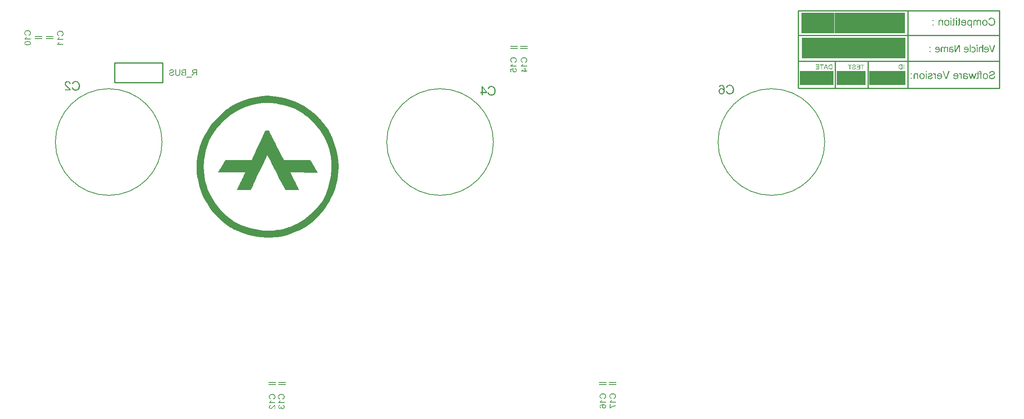
<source format=gbo>
G04 Layer_Color=32896*
%FSLAX44Y44*%
%MOMM*%
G71*
G01*
G75*
%ADD36C,0.2540*%
%ADD37C,0.1270*%
%ADD61R,6.6730X4.1910*%
%ADD62R,6.8000X4.1910*%
%ADD63R,8.3240X4.1910*%
%ADD64R,7.4350X2.9110*%
%ADD65R,5.9690X2.9110*%
%ADD66R,6.9160X2.9050*%
%ADD67R,6.8000X4.1910*%
%ADD68R,8.0700X4.1910*%
G36*
X1943029Y781163D02*
X1943445Y781114D01*
X1943835Y781041D01*
X1944201Y780943D01*
X1944567Y780797D01*
X1944885Y780675D01*
X1945178Y780528D01*
X1945446Y780382D01*
X1945690Y780211D01*
X1945885Y780065D01*
X1946081Y779942D01*
X1946227Y779820D01*
X1946349Y779698D01*
X1946422Y779625D01*
X1946471Y779576D01*
X1946496Y779552D01*
X1946764Y779235D01*
X1946984Y778893D01*
X1947179Y778527D01*
X1947350Y778161D01*
X1947496Y777770D01*
X1947619Y777404D01*
X1947789Y776672D01*
X1947863Y776330D01*
X1947911Y776013D01*
X1947936Y775720D01*
X1947960Y775476D01*
X1947985Y775280D01*
Y775109D01*
Y775012D01*
Y774987D01*
X1947960Y774475D01*
X1947911Y773987D01*
X1947838Y773523D01*
X1947741Y773108D01*
X1947643Y772717D01*
X1947521Y772351D01*
X1947374Y772034D01*
X1947228Y771741D01*
X1947106Y771472D01*
X1946960Y771228D01*
X1946837Y771033D01*
X1946715Y770887D01*
X1946642Y770765D01*
X1946569Y770667D01*
X1946520Y770618D01*
X1946496Y770594D01*
X1946203Y770325D01*
X1945885Y770081D01*
X1945568Y769861D01*
X1945226Y769691D01*
X1944909Y769544D01*
X1944567Y769422D01*
X1943933Y769227D01*
X1943615Y769154D01*
X1943347Y769105D01*
X1943103Y769080D01*
X1942883Y769056D01*
X1942712Y769032D01*
X1942468D01*
X1941736Y769080D01*
X1941101Y769178D01*
X1940515Y769349D01*
X1940052Y769520D01*
X1939832Y769617D01*
X1939661Y769691D01*
X1939515Y769788D01*
X1939393Y769861D01*
X1939270Y769910D01*
X1939197Y769959D01*
X1939173Y770008D01*
X1939148D01*
X1938709Y770398D01*
X1938318Y770862D01*
X1938026Y771326D01*
X1937782Y771765D01*
X1937586Y772180D01*
X1937513Y772351D01*
X1937464Y772498D01*
X1937415Y772620D01*
X1937391Y772717D01*
X1937367Y772766D01*
Y772791D01*
X1939393Y773059D01*
X1939588Y772620D01*
X1939783Y772229D01*
X1939978Y771912D01*
X1940174Y771668D01*
X1940345Y771448D01*
X1940491Y771326D01*
X1940589Y771228D01*
X1940613Y771204D01*
X1940906Y771009D01*
X1941223Y770887D01*
X1941541Y770789D01*
X1941833Y770716D01*
X1942078Y770667D01*
X1942273Y770642D01*
X1942468D01*
X1942981Y770691D01*
X1943445Y770789D01*
X1943860Y770960D01*
X1944226Y771155D01*
X1944494Y771326D01*
X1944714Y771497D01*
X1944836Y771594D01*
X1944885Y771643D01*
X1945202Y772058D01*
X1945470Y772546D01*
X1945641Y773035D01*
X1945788Y773498D01*
X1945885Y773938D01*
X1945910Y774109D01*
X1945934Y774279D01*
Y774402D01*
X1945959Y774524D01*
Y774572D01*
Y774597D01*
X1937318D01*
X1937293Y774817D01*
Y774987D01*
Y775085D01*
Y775109D01*
X1937318Y775647D01*
X1937367Y776135D01*
X1937440Y776598D01*
X1937513Y777013D01*
X1937635Y777428D01*
X1937757Y777794D01*
X1937904Y778112D01*
X1938026Y778429D01*
X1938172Y778698D01*
X1938318Y778917D01*
X1938441Y779113D01*
X1938538Y779284D01*
X1938636Y779406D01*
X1938709Y779503D01*
X1938758Y779552D01*
X1938782Y779576D01*
X1939075Y779869D01*
X1939368Y780113D01*
X1939686Y780333D01*
X1940003Y780504D01*
X1940320Y780675D01*
X1940637Y780797D01*
X1941223Y780992D01*
X1941516Y781065D01*
X1941760Y781114D01*
X1942004Y781139D01*
X1942200Y781163D01*
X1942370Y781187D01*
X1942590D01*
X1943029Y781163D01*
D02*
G37*
G36*
X2026241Y785581D02*
X2026632Y785532D01*
X2026998Y785459D01*
X2027266Y785361D01*
X2027511Y785264D01*
X2027657Y785191D01*
X2027779Y785142D01*
X2027803Y785117D01*
X2028047Y784922D01*
X2028243Y784727D01*
X2028414Y784531D01*
X2028560Y784312D01*
X2028658Y784141D01*
X2028731Y783995D01*
X2028755Y783897D01*
X2028780Y783872D01*
X2028853Y783628D01*
X2028902Y783360D01*
X2028951Y783067D01*
X2028975Y782798D01*
Y782530D01*
X2028999Y782335D01*
Y782188D01*
Y782164D01*
Y782139D01*
Y780919D01*
X2030733D01*
Y779381D01*
X2028999D01*
Y769300D01*
X2027022D01*
Y779381D01*
X2024777D01*
Y780919D01*
X2027047D01*
Y781969D01*
X2027022Y782335D01*
X2026998Y782627D01*
X2026925Y782896D01*
X2026851Y783091D01*
X2026803Y783238D01*
X2026729Y783335D01*
X2026705Y783384D01*
X2026681Y783409D01*
X2026510Y783531D01*
X2026314Y783628D01*
X2026095Y783702D01*
X2025900Y783750D01*
X2025704Y783775D01*
X2025558Y783799D01*
X2025411D01*
X2024996Y783775D01*
X2024801Y783750D01*
X2024606D01*
X2024459Y783726D01*
X2024337Y783702D01*
X2024264Y783677D01*
X2024240D01*
X2023947Y785386D01*
X2024313Y785459D01*
X2024655Y785508D01*
X2024972Y785557D01*
X2025240Y785581D01*
X2025460Y785605D01*
X2025777D01*
X2026241Y785581D01*
D02*
G37*
G36*
X1984379Y781163D02*
X1984623Y781114D01*
X1984843Y781065D01*
X1985014Y780992D01*
X1985185Y780894D01*
X1985307Y780846D01*
X1985380Y780797D01*
X1985404Y780772D01*
X1985624Y780602D01*
X1985819Y780358D01*
X1986039Y780089D01*
X1986234Y779820D01*
X1986381Y779576D01*
X1986503Y779357D01*
X1986600Y779210D01*
X1986625Y779186D01*
Y780919D01*
X1988407D01*
Y769300D01*
X1986429D01*
Y775378D01*
X1986405Y775842D01*
X1986381Y776257D01*
X1986332Y776647D01*
X1986259Y776989D01*
X1986210Y777282D01*
X1986161Y777502D01*
X1986136Y777624D01*
X1986112Y777672D01*
X1986015Y777916D01*
X1985917Y778136D01*
X1985795Y778332D01*
X1985673Y778478D01*
X1985575Y778600D01*
X1985477Y778698D01*
X1985429Y778746D01*
X1985404Y778771D01*
X1985209Y778893D01*
X1985014Y778990D01*
X1984818Y779064D01*
X1984648Y779113D01*
X1984477Y779137D01*
X1984355Y779161D01*
X1984257D01*
X1983988Y779137D01*
X1983720Y779088D01*
X1983476Y779015D01*
X1983256Y778942D01*
X1983085Y778868D01*
X1982939Y778795D01*
X1982841Y778746D01*
X1982817Y778722D01*
X1982109Y780528D01*
X1982500Y780748D01*
X1982866Y780919D01*
X1983207Y781016D01*
X1983500Y781114D01*
X1983769Y781163D01*
X1983964Y781187D01*
X1984135D01*
X1984379Y781163D01*
D02*
G37*
G36*
X1976641D02*
X1977056Y781114D01*
X1977447Y781041D01*
X1977813Y780943D01*
X1978179Y780797D01*
X1978496Y780675D01*
X1978789Y780528D01*
X1979058Y780382D01*
X1979302Y780211D01*
X1979497Y780065D01*
X1979693Y779942D01*
X1979839Y779820D01*
X1979961Y779698D01*
X1980034Y779625D01*
X1980083Y779576D01*
X1980107Y779552D01*
X1980376Y779235D01*
X1980596Y778893D01*
X1980791Y778527D01*
X1980962Y778161D01*
X1981108Y777770D01*
X1981230Y777404D01*
X1981401Y776672D01*
X1981474Y776330D01*
X1981523Y776013D01*
X1981548Y775720D01*
X1981572Y775476D01*
X1981596Y775280D01*
Y775109D01*
Y775012D01*
Y774987D01*
X1981572Y774475D01*
X1981523Y773987D01*
X1981450Y773523D01*
X1981352Y773108D01*
X1981255Y772717D01*
X1981133Y772351D01*
X1980986Y772034D01*
X1980840Y771741D01*
X1980718Y771472D01*
X1980571Y771228D01*
X1980449Y771033D01*
X1980327Y770887D01*
X1980254Y770765D01*
X1980181Y770667D01*
X1980132Y770618D01*
X1980107Y770594D01*
X1979814Y770325D01*
X1979497Y770081D01*
X1979180Y769861D01*
X1978838Y769691D01*
X1978521Y769544D01*
X1978179Y769422D01*
X1977544Y769227D01*
X1977227Y769154D01*
X1976959Y769105D01*
X1976714Y769080D01*
X1976495Y769056D01*
X1976324Y769032D01*
X1976080D01*
X1975348Y769080D01*
X1974713Y769178D01*
X1974127Y769349D01*
X1973663Y769520D01*
X1973444Y769617D01*
X1973273Y769691D01*
X1973126Y769788D01*
X1973004Y769861D01*
X1972882Y769910D01*
X1972809Y769959D01*
X1972785Y770008D01*
X1972760D01*
X1972321Y770398D01*
X1971930Y770862D01*
X1971637Y771326D01*
X1971393Y771765D01*
X1971198Y772180D01*
X1971125Y772351D01*
X1971076Y772498D01*
X1971027Y772620D01*
X1971003Y772717D01*
X1970978Y772766D01*
Y772791D01*
X1973004Y773059D01*
X1973200Y772620D01*
X1973395Y772229D01*
X1973590Y771912D01*
X1973785Y771668D01*
X1973956Y771448D01*
X1974103Y771326D01*
X1974200Y771228D01*
X1974225Y771204D01*
X1974518Y771009D01*
X1974835Y770887D01*
X1975152Y770789D01*
X1975445Y770716D01*
X1975689Y770667D01*
X1975885Y770642D01*
X1976080D01*
X1976593Y770691D01*
X1977056Y770789D01*
X1977471Y770960D01*
X1977837Y771155D01*
X1978106Y771326D01*
X1978326Y771497D01*
X1978448Y771594D01*
X1978496Y771643D01*
X1978814Y772058D01*
X1979082Y772546D01*
X1979253Y773035D01*
X1979400Y773498D01*
X1979497Y773938D01*
X1979522Y774109D01*
X1979546Y774279D01*
Y774402D01*
X1979570Y774524D01*
Y774572D01*
Y774597D01*
X1970930D01*
X1970905Y774817D01*
Y774987D01*
Y775085D01*
Y775109D01*
X1970930Y775647D01*
X1970978Y776135D01*
X1971051Y776598D01*
X1971125Y777013D01*
X1971247Y777428D01*
X1971369Y777794D01*
X1971515Y778112D01*
X1971637Y778429D01*
X1971784Y778698D01*
X1971930Y778917D01*
X1972052Y779113D01*
X1972150Y779284D01*
X1972248Y779406D01*
X1972321Y779503D01*
X1972370Y779552D01*
X1972394Y779576D01*
X1972687Y779869D01*
X1972980Y780113D01*
X1973297Y780333D01*
X1973615Y780504D01*
X1973932Y780675D01*
X1974249Y780797D01*
X1974835Y780992D01*
X1975128Y781065D01*
X1975372Y781114D01*
X1975616Y781139D01*
X1975811Y781163D01*
X1975982Y781187D01*
X1976202D01*
X1976641Y781163D01*
D02*
G37*
G36*
X2014940Y769300D02*
X2012840D01*
X2010473Y778234D01*
X2010009Y776232D01*
X2008178Y769300D01*
X2006152D01*
X2002491Y780919D01*
X2004395D01*
X2006421Y774182D01*
X2007080Y771936D01*
X2007641Y774157D01*
X2009399Y780919D01*
X2011400D01*
X2013255Y774109D01*
X2013353Y773718D01*
X2013451Y773376D01*
X2013524Y773059D01*
X2013597Y772791D01*
X2013646Y772571D01*
X2013695Y772376D01*
X2013744Y772205D01*
X2013768Y772083D01*
X2013792Y771961D01*
X2013817Y771887D01*
X2013841Y771790D01*
X2013866Y771741D01*
Y771717D01*
X2014525Y774206D01*
X2016355Y780919D01*
X2018430D01*
X2014940Y769300D01*
D02*
G37*
G36*
X1957455D02*
X1955283D01*
X1949010Y785337D01*
X1951158D01*
X1955503Y773694D01*
X1955674Y773205D01*
X1955845Y772717D01*
X1955991Y772278D01*
X1956113Y771887D01*
X1956211Y771546D01*
X1956284Y771277D01*
X1956308Y771180D01*
X1956333Y771106D01*
X1956357Y771082D01*
Y771058D01*
X1956626Y771985D01*
X1956772Y772424D01*
X1956918Y772839D01*
X1957041Y773181D01*
X1957114Y773450D01*
X1957163Y773547D01*
X1957187Y773621D01*
X1957211Y773669D01*
Y773694D01*
X1961361Y785337D01*
X1963680D01*
X1957455Y769300D01*
D02*
G37*
G36*
X2022897Y783775D02*
Y780919D01*
X2024362D01*
Y779381D01*
X2022897D01*
Y772693D01*
Y772376D01*
Y772083D01*
X2022873Y771814D01*
Y771570D01*
X2022848Y771350D01*
X2022824Y771180D01*
X2022775Y770862D01*
X2022751Y770618D01*
X2022702Y770472D01*
X2022677Y770374D01*
Y770350D01*
X2022580Y770154D01*
X2022433Y769984D01*
X2022311Y769837D01*
X2022165Y769715D01*
X2022043Y769617D01*
X2021945Y769544D01*
X2021872Y769495D01*
X2021848Y769471D01*
X2021603Y769373D01*
X2021335Y769300D01*
X2021042Y769227D01*
X2020773Y769202D01*
X2020529Y769178D01*
X2020334Y769154D01*
X2020163D01*
X2019651Y769178D01*
X2019407Y769202D01*
X2019187Y769251D01*
X2018967Y769276D01*
X2018821Y769300D01*
X2018723Y769324D01*
X2018674D01*
X2018943Y771058D01*
X2019309Y771009D01*
X2019455D01*
X2019577Y770984D01*
X2019821D01*
X2020114Y771009D01*
X2020334Y771058D01*
X2020456Y771082D01*
X2020505Y771106D01*
X2020651Y771228D01*
X2020749Y771350D01*
X2020798Y771448D01*
X2020822Y771497D01*
X2020847Y771619D01*
X2020871Y771765D01*
X2020896Y772132D01*
X2020920Y772302D01*
Y772449D01*
Y772546D01*
Y772571D01*
Y779381D01*
X2018943D01*
Y780919D01*
X2020920D01*
Y784971D01*
X2022897Y783775D01*
D02*
G37*
G36*
X2051651Y785581D02*
X2052213Y785508D01*
X2052701Y785435D01*
X2053140Y785337D01*
X2053482Y785215D01*
X2053629Y785166D01*
X2053751Y785142D01*
X2053873Y785093D01*
X2053946Y785069D01*
X2053970Y785044D01*
X2053995D01*
X2054458Y784824D01*
X2054873Y784556D01*
X2055215Y784287D01*
X2055484Y784043D01*
X2055703Y783799D01*
X2055874Y783604D01*
X2055972Y783482D01*
X2055996Y783457D01*
Y783433D01*
X2056216Y783043D01*
X2056387Y782627D01*
X2056509Y782261D01*
X2056582Y781895D01*
X2056631Y781602D01*
X2056680Y781383D01*
Y781285D01*
Y781212D01*
Y781187D01*
Y781163D01*
X2056655Y780772D01*
X2056582Y780382D01*
X2056509Y780040D01*
X2056387Y779747D01*
X2056289Y779503D01*
X2056216Y779332D01*
X2056143Y779210D01*
X2056118Y779161D01*
X2055874Y778844D01*
X2055606Y778551D01*
X2055337Y778307D01*
X2055044Y778087D01*
X2054800Y777916D01*
X2054605Y777794D01*
X2054458Y777697D01*
X2054434Y777672D01*
X2054410D01*
X2054239Y777575D01*
X2054019Y777502D01*
X2053555Y777331D01*
X2053043Y777160D01*
X2052530Y776989D01*
X2052066Y776867D01*
X2051871Y776818D01*
X2051700Y776769D01*
X2051554Y776721D01*
X2051432Y776696D01*
X2051358Y776672D01*
X2051334D01*
X2050943Y776574D01*
X2050577Y776476D01*
X2050236Y776403D01*
X2049943Y776330D01*
X2049699Y776257D01*
X2049454Y776183D01*
X2049259Y776135D01*
X2049064Y776086D01*
X2048918Y776037D01*
X2048795Y775988D01*
X2048600Y775939D01*
X2048503Y775915D01*
X2048478Y775891D01*
X2048136Y775744D01*
X2047819Y775573D01*
X2047575Y775427D01*
X2047380Y775280D01*
X2047233Y775134D01*
X2047111Y775036D01*
X2047062Y774963D01*
X2047038Y774939D01*
X2046891Y774719D01*
X2046794Y774499D01*
X2046696Y774279D01*
X2046647Y774060D01*
X2046623Y773889D01*
X2046599Y773743D01*
Y773645D01*
Y773621D01*
X2046623Y773352D01*
X2046672Y773108D01*
X2046745Y772864D01*
X2046818Y772669D01*
X2046916Y772498D01*
X2046989Y772376D01*
X2047038Y772278D01*
X2047062Y772253D01*
X2047258Y772034D01*
X2047477Y771839D01*
X2047697Y771668D01*
X2047941Y771521D01*
X2048136Y771399D01*
X2048307Y771326D01*
X2048405Y771277D01*
X2048454Y771253D01*
X2048820Y771131D01*
X2049186Y771058D01*
X2049528Y770984D01*
X2049870Y770960D01*
X2050138Y770935D01*
X2050382Y770911D01*
X2050577D01*
X2051066Y770935D01*
X2051529Y770984D01*
X2051969Y771058D01*
X2052310Y771155D01*
X2052628Y771228D01*
X2052847Y771302D01*
X2052994Y771350D01*
X2053018Y771375D01*
X2053043D01*
X2053409Y771570D01*
X2053751Y771765D01*
X2054019Y771985D01*
X2054239Y772180D01*
X2054434Y772351D01*
X2054556Y772498D01*
X2054629Y772595D01*
X2054654Y772620D01*
X2054825Y772937D01*
X2054971Y773254D01*
X2055069Y773596D01*
X2055166Y773913D01*
X2055215Y774206D01*
X2055264Y774426D01*
X2055288Y774572D01*
Y774597D01*
Y774621D01*
X2057290Y774450D01*
X2057241Y773865D01*
X2057144Y773328D01*
X2056997Y772815D01*
X2056851Y772400D01*
X2056704Y772034D01*
X2056631Y771887D01*
X2056558Y771765D01*
X2056509Y771668D01*
X2056460Y771594D01*
X2056436Y771570D01*
Y771546D01*
X2056094Y771106D01*
X2055703Y770716D01*
X2055337Y770398D01*
X2054947Y770130D01*
X2054629Y769910D01*
X2054361Y769764D01*
X2054263Y769715D01*
X2054190Y769666D01*
X2054141Y769642D01*
X2054117D01*
X2053531Y769446D01*
X2052921Y769300D01*
X2052310Y769178D01*
X2051749Y769105D01*
X2051481Y769080D01*
X2051236Y769056D01*
X2051017D01*
X2050846Y769032D01*
X2050480D01*
X2049845Y769056D01*
X2049284Y769129D01*
X2048747Y769227D01*
X2048307Y769349D01*
X2047917Y769446D01*
X2047770Y769495D01*
X2047648Y769544D01*
X2047551Y769593D01*
X2047477Y769617D01*
X2047428Y769642D01*
X2047404D01*
X2046916Y769910D01*
X2046477Y770179D01*
X2046110Y770472D01*
X2045818Y770765D01*
X2045573Y771009D01*
X2045427Y771204D01*
X2045305Y771350D01*
X2045280Y771399D01*
X2045036Y771814D01*
X2044866Y772253D01*
X2044719Y772669D01*
X2044646Y773035D01*
X2044597Y773352D01*
X2044548Y773596D01*
Y773694D01*
Y773767D01*
Y773791D01*
Y773816D01*
X2044573Y774279D01*
X2044646Y774719D01*
X2044768Y775109D01*
X2044890Y775427D01*
X2045012Y775720D01*
X2045134Y775915D01*
X2045207Y776037D01*
X2045232Y776086D01*
X2045500Y776428D01*
X2045818Y776745D01*
X2046159Y777038D01*
X2046501Y777282D01*
X2046818Y777453D01*
X2047062Y777599D01*
X2047160Y777648D01*
X2047209Y777697D01*
X2047258Y777721D01*
X2047282D01*
X2047477Y777794D01*
X2047722Y777892D01*
X2047966Y777990D01*
X2048259Y778063D01*
X2048844Y778234D01*
X2049430Y778405D01*
X2049967Y778527D01*
X2050211Y778600D01*
X2050431Y778649D01*
X2050602Y778698D01*
X2050724Y778722D01*
X2050822Y778746D01*
X2050846D01*
X2051310Y778868D01*
X2051725Y778966D01*
X2052091Y779064D01*
X2052433Y779186D01*
X2052725Y779284D01*
X2052970Y779357D01*
X2053189Y779454D01*
X2053384Y779552D01*
X2053555Y779625D01*
X2053702Y779674D01*
X2053799Y779747D01*
X2053873Y779796D01*
X2053995Y779869D01*
X2054019Y779894D01*
X2054214Y780113D01*
X2054361Y780333D01*
X2054483Y780577D01*
X2054556Y780797D01*
X2054605Y780992D01*
X2054629Y781163D01*
Y781261D01*
Y781309D01*
X2054581Y781676D01*
X2054483Y781993D01*
X2054361Y782286D01*
X2054190Y782530D01*
X2054043Y782750D01*
X2053897Y782896D01*
X2053799Y782994D01*
X2053775Y783018D01*
X2053604Y783140D01*
X2053409Y783262D01*
X2052970Y783433D01*
X2052506Y783555D01*
X2052042Y783628D01*
X2051627Y783702D01*
X2051432D01*
X2051285Y783726D01*
X2050968D01*
X2050309Y783702D01*
X2049747Y783604D01*
X2049259Y783482D01*
X2048869Y783335D01*
X2048576Y783189D01*
X2048356Y783067D01*
X2048234Y782969D01*
X2048185Y782945D01*
X2047868Y782627D01*
X2047599Y782261D01*
X2047404Y781895D01*
X2047258Y781529D01*
X2047160Y781187D01*
X2047111Y780919D01*
X2047087Y780821D01*
X2047062Y780748D01*
Y780699D01*
Y780675D01*
X2045036Y780821D01*
X2045085Y781334D01*
X2045183Y781798D01*
X2045329Y782237D01*
X2045476Y782603D01*
X2045598Y782896D01*
X2045720Y783140D01*
X2045818Y783287D01*
X2045842Y783335D01*
X2046135Y783726D01*
X2046477Y784068D01*
X2046818Y784361D01*
X2047160Y784605D01*
X2047477Y784776D01*
X2047722Y784922D01*
X2047819Y784971D01*
X2047892Y784995D01*
X2047917Y785020D01*
X2047941D01*
X2048454Y785215D01*
X2048991Y785361D01*
X2049528Y785459D01*
X2050016Y785532D01*
X2050431Y785581D01*
X2050602D01*
X2050773Y785605D01*
X2051066D01*
X2051651Y785581D01*
D02*
G37*
G36*
X2037592Y781163D02*
X2037982Y781139D01*
X2038690Y780992D01*
X2039325Y780772D01*
X2039593Y780650D01*
X2039837Y780553D01*
X2040081Y780431D01*
X2040277Y780309D01*
X2040448Y780187D01*
X2040594Y780089D01*
X2040716Y780016D01*
X2040789Y779942D01*
X2040838Y779918D01*
X2040862Y779894D01*
X2041180Y779576D01*
X2041448Y779235D01*
X2041692Y778868D01*
X2041888Y778478D01*
X2042059Y778087D01*
X2042205Y777697D01*
X2042327Y777306D01*
X2042425Y776916D01*
X2042498Y776550D01*
X2042547Y776208D01*
X2042596Y775915D01*
X2042620Y775647D01*
Y775427D01*
X2042644Y775256D01*
Y775158D01*
Y775109D01*
X2042620Y774572D01*
X2042571Y774060D01*
X2042498Y773596D01*
X2042400Y773157D01*
X2042303Y772766D01*
X2042180Y772376D01*
X2042034Y772058D01*
X2041888Y771741D01*
X2041766Y771472D01*
X2041619Y771253D01*
X2041497Y771058D01*
X2041375Y770887D01*
X2041302Y770765D01*
X2041229Y770667D01*
X2041180Y770618D01*
X2041155Y770594D01*
X2040862Y770325D01*
X2040545Y770081D01*
X2040228Y769861D01*
X2039886Y769691D01*
X2039569Y769544D01*
X2039227Y769422D01*
X2038617Y769227D01*
X2038324Y769154D01*
X2038055Y769105D01*
X2037811Y769080D01*
X2037616Y769056D01*
X2037445Y769032D01*
X2037201D01*
X2036640Y769056D01*
X2036127Y769154D01*
X2035663Y769251D01*
X2035248Y769398D01*
X2034906Y769520D01*
X2034638Y769642D01*
X2034540Y769666D01*
X2034467Y769715D01*
X2034443Y769739D01*
X2034418D01*
X2033955Y770032D01*
X2033564Y770350D01*
X2033222Y770667D01*
X2032954Y770984D01*
X2032734Y771277D01*
X2032563Y771497D01*
X2032466Y771668D01*
X2032441Y771692D01*
Y771717D01*
X2032222Y772229D01*
X2032051Y772815D01*
X2031929Y773401D01*
X2031831Y773962D01*
X2031806Y774231D01*
X2031782Y774475D01*
Y774695D01*
X2031758Y774890D01*
Y775036D01*
Y775158D01*
Y775231D01*
Y775256D01*
X2031782Y775769D01*
X2031831Y776232D01*
X2031904Y776696D01*
X2032002Y777111D01*
X2032124Y777502D01*
X2032246Y777843D01*
X2032392Y778185D01*
X2032514Y778478D01*
X2032661Y778722D01*
X2032807Y778966D01*
X2032929Y779161D01*
X2033051Y779308D01*
X2033149Y779430D01*
X2033222Y779528D01*
X2033271Y779576D01*
X2033295Y779601D01*
X2033588Y779869D01*
X2033906Y780113D01*
X2034223Y780333D01*
X2034540Y780528D01*
X2034882Y780675D01*
X2035199Y780797D01*
X2035810Y780992D01*
X2036103Y781065D01*
X2036371Y781114D01*
X2036591Y781139D01*
X2036810Y781163D01*
X2036981Y781187D01*
X2037201D01*
X2037592Y781163D01*
D02*
G37*
G36*
X1924308Y781139D02*
X1924576Y781114D01*
X1924845Y781065D01*
X1925064Y781016D01*
X1925211Y780992D01*
X1925308Y780943D01*
X1925357D01*
X1925626Y780846D01*
X1925870Y780748D01*
X1926089Y780650D01*
X1926260Y780553D01*
X1926407Y780480D01*
X1926504Y780406D01*
X1926578Y780382D01*
X1926602Y780358D01*
X1926822Y780187D01*
X1927017Y779991D01*
X1927188Y779820D01*
X1927310Y779650D01*
X1927432Y779503D01*
X1927505Y779381D01*
X1927554Y779284D01*
X1927578Y779259D01*
X1927700Y779015D01*
X1927774Y778746D01*
X1927847Y778502D01*
X1927871Y778283D01*
X1927896Y778112D01*
X1927920Y777941D01*
Y777843D01*
Y777819D01*
X1927896Y777502D01*
X1927847Y777209D01*
X1927798Y776940D01*
X1927700Y776721D01*
X1927627Y776525D01*
X1927578Y776379D01*
X1927530Y776281D01*
X1927505Y776257D01*
X1927334Y776013D01*
X1927115Y775793D01*
X1926919Y775598D01*
X1926700Y775451D01*
X1926529Y775329D01*
X1926382Y775231D01*
X1926260Y775183D01*
X1926236Y775158D01*
X1926065Y775085D01*
X1925870Y775012D01*
X1925406Y774841D01*
X1924893Y774695D01*
X1924405Y774548D01*
X1923941Y774402D01*
X1923746Y774353D01*
X1923551Y774304D01*
X1923404Y774255D01*
X1923307Y774231D01*
X1923233Y774206D01*
X1923209D01*
X1922916Y774133D01*
X1922648Y774060D01*
X1922428Y774011D01*
X1922208Y773938D01*
X1921867Y773816D01*
X1921598Y773743D01*
X1921403Y773645D01*
X1921281Y773596D01*
X1921207Y773572D01*
X1921183Y773547D01*
X1920988Y773401D01*
X1920841Y773230D01*
X1920744Y773035D01*
X1920670Y772888D01*
X1920622Y772717D01*
X1920597Y772620D01*
Y772522D01*
Y772498D01*
X1920622Y772229D01*
X1920695Y771985D01*
X1920817Y771741D01*
X1920915Y771546D01*
X1921037Y771399D01*
X1921159Y771277D01*
X1921232Y771204D01*
X1921256Y771180D01*
X1921525Y771009D01*
X1921842Y770862D01*
X1922184Y770765D01*
X1922526Y770716D01*
X1922819Y770667D01*
X1923063Y770642D01*
X1923282D01*
X1923746Y770667D01*
X1924185Y770740D01*
X1924527Y770838D01*
X1924845Y770960D01*
X1925064Y771058D01*
X1925235Y771155D01*
X1925357Y771228D01*
X1925381Y771253D01*
X1925626Y771521D01*
X1925845Y771814D01*
X1925992Y772107D01*
X1926114Y772400D01*
X1926187Y772669D01*
X1926260Y772888D01*
X1926285Y773035D01*
Y773059D01*
Y773083D01*
X1928237Y772766D01*
X1928091Y772107D01*
X1927871Y771546D01*
X1927627Y771058D01*
X1927383Y770667D01*
X1927139Y770350D01*
X1926944Y770130D01*
X1926797Y770008D01*
X1926773Y769959D01*
X1926749D01*
X1926504Y769788D01*
X1926260Y769642D01*
X1925699Y769422D01*
X1925137Y769251D01*
X1924576Y769154D01*
X1924063Y769080D01*
X1923844Y769056D01*
X1923649D01*
X1923502Y769032D01*
X1923282D01*
X1922794Y769056D01*
X1922330Y769105D01*
X1921915Y769178D01*
X1921549Y769276D01*
X1921256Y769349D01*
X1921037Y769422D01*
X1920890Y769471D01*
X1920841Y769495D01*
X1920451Y769691D01*
X1920109Y769910D01*
X1919816Y770130D01*
X1919597Y770350D01*
X1919401Y770545D01*
X1919255Y770691D01*
X1919182Y770789D01*
X1919157Y770838D01*
X1918962Y771180D01*
X1918815Y771497D01*
X1918718Y771814D01*
X1918645Y772107D01*
X1918596Y772327D01*
X1918571Y772522D01*
Y772644D01*
Y772693D01*
X1918596Y773059D01*
X1918645Y773376D01*
X1918718Y773669D01*
X1918815Y773913D01*
X1918913Y774109D01*
X1918986Y774255D01*
X1919035Y774353D01*
X1919059Y774377D01*
X1919255Y774621D01*
X1919450Y774817D01*
X1919670Y775012D01*
X1919889Y775158D01*
X1920060Y775256D01*
X1920207Y775329D01*
X1920304Y775378D01*
X1920353Y775402D01*
X1920524Y775476D01*
X1920719Y775549D01*
X1921159Y775695D01*
X1921647Y775866D01*
X1922135Y776013D01*
X1922574Y776135D01*
X1922770Y776183D01*
X1922941Y776232D01*
X1923087Y776281D01*
X1923185Y776305D01*
X1923258Y776330D01*
X1923282D01*
X1923551Y776403D01*
X1923770Y776476D01*
X1924161Y776574D01*
X1924478Y776672D01*
X1924698Y776745D01*
X1924869Y776794D01*
X1924967Y776818D01*
X1925015Y776842D01*
X1925040D01*
X1925211Y776916D01*
X1925381Y777013D01*
X1925504Y777087D01*
X1925601Y777184D01*
X1925748Y777306D01*
X1925772Y777331D01*
X1925797Y777355D01*
X1925919Y777599D01*
X1925992Y777819D01*
Y777916D01*
X1926016Y777990D01*
Y778039D01*
Y778063D01*
X1925992Y778283D01*
X1925919Y778478D01*
X1925845Y778673D01*
X1925723Y778820D01*
X1925626Y778942D01*
X1925552Y779039D01*
X1925479Y779088D01*
X1925455Y779113D01*
X1925211Y779259D01*
X1924893Y779381D01*
X1924576Y779454D01*
X1924259Y779528D01*
X1923966Y779552D01*
X1923722Y779576D01*
X1923502D01*
X1923087Y779552D01*
X1922745Y779503D01*
X1922428Y779406D01*
X1922184Y779332D01*
X1921989Y779235D01*
X1921842Y779137D01*
X1921745Y779088D01*
X1921720Y779064D01*
X1921500Y778868D01*
X1921330Y778624D01*
X1921183Y778405D01*
X1921086Y778185D01*
X1921012Y777990D01*
X1920963Y777819D01*
X1920939Y777721D01*
Y777672D01*
X1919011Y777941D01*
X1919108Y778332D01*
X1919206Y778673D01*
X1919328Y778990D01*
X1919426Y779235D01*
X1919548Y779430D01*
X1919645Y779576D01*
X1919694Y779674D01*
X1919719Y779698D01*
X1919914Y779942D01*
X1920158Y780162D01*
X1920426Y780333D01*
X1920670Y780504D01*
X1920890Y780602D01*
X1921086Y780699D01*
X1921207Y780748D01*
X1921232Y780772D01*
X1921256D01*
X1921647Y780919D01*
X1922062Y781016D01*
X1922452Y781090D01*
X1922843Y781139D01*
X1923160Y781163D01*
X1923429Y781187D01*
X1923990D01*
X1924308Y781139D01*
D02*
G37*
G36*
X1885814Y769300D02*
X1883568D01*
Y771546D01*
X1885814D01*
Y769300D01*
D02*
G37*
G36*
X1930874Y781163D02*
X1931118Y781114D01*
X1931337Y781065D01*
X1931508Y780992D01*
X1931679Y780894D01*
X1931801Y780846D01*
X1931874Y780797D01*
X1931899Y780772D01*
X1932119Y780602D01*
X1932314Y780358D01*
X1932534Y780089D01*
X1932729Y779820D01*
X1932875Y779576D01*
X1932997Y779357D01*
X1933095Y779210D01*
X1933119Y779186D01*
Y780919D01*
X1934901D01*
Y769300D01*
X1932924D01*
Y775378D01*
X1932900Y775842D01*
X1932875Y776257D01*
X1932826Y776647D01*
X1932753Y776989D01*
X1932704Y777282D01*
X1932655Y777502D01*
X1932631Y777624D01*
X1932607Y777672D01*
X1932509Y777916D01*
X1932411Y778136D01*
X1932289Y778332D01*
X1932167Y778478D01*
X1932070Y778600D01*
X1931972Y778698D01*
X1931923Y778746D01*
X1931899Y778771D01*
X1931704Y778893D01*
X1931508Y778990D01*
X1931313Y779064D01*
X1931142Y779113D01*
X1930971Y779137D01*
X1930849Y779161D01*
X1930752D01*
X1930483Y779137D01*
X1930215Y779088D01*
X1929971Y779015D01*
X1929751Y778942D01*
X1929580Y778868D01*
X1929433Y778795D01*
X1929336Y778746D01*
X1929312Y778722D01*
X1928604Y780528D01*
X1928994Y780748D01*
X1929360Y780919D01*
X1929702Y781016D01*
X1929995Y781114D01*
X1930263Y781163D01*
X1930459Y781187D01*
X1930630D01*
X1930874Y781163D01*
D02*
G37*
G36*
X1916228Y769300D02*
X1914251D01*
Y780919D01*
X1916228D01*
Y769300D01*
D02*
G37*
G36*
X1893796Y781163D02*
X1894211Y781114D01*
X1894601Y781016D01*
X1894943Y780894D01*
X1895285Y780748D01*
X1895578Y780577D01*
X1895846Y780406D01*
X1896115Y780235D01*
X1896334Y780040D01*
X1896505Y779869D01*
X1896676Y779698D01*
X1896798Y779552D01*
X1896920Y779430D01*
X1896993Y779332D01*
X1897018Y779284D01*
X1897042Y779259D01*
Y780919D01*
X1898824D01*
Y769300D01*
X1896847D01*
Y775647D01*
Y776037D01*
X1896798Y776403D01*
X1896774Y776745D01*
X1896700Y777062D01*
X1896627Y777331D01*
X1896554Y777575D01*
X1896481Y777794D01*
X1896383Y777990D01*
X1896310Y778161D01*
X1896237Y778307D01*
X1896090Y778502D01*
X1895993Y778624D01*
X1895944Y778673D01*
X1895602Y778942D01*
X1895211Y779137D01*
X1894870Y779284D01*
X1894528Y779381D01*
X1894211Y779430D01*
X1893991Y779479D01*
X1893771D01*
X1893479Y779454D01*
X1893234Y779430D01*
X1892990Y779357D01*
X1892795Y779308D01*
X1892624Y779235D01*
X1892502Y779161D01*
X1892429Y779137D01*
X1892404Y779113D01*
X1892209Y778966D01*
X1892038Y778795D01*
X1891892Y778649D01*
X1891770Y778478D01*
X1891697Y778356D01*
X1891648Y778234D01*
X1891599Y778161D01*
Y778136D01*
X1891526Y777892D01*
X1891452Y777624D01*
X1891404Y777306D01*
X1891379Y777038D01*
X1891355Y776769D01*
Y776550D01*
Y776403D01*
Y776379D01*
Y776354D01*
Y769300D01*
X1889378D01*
Y776428D01*
Y776916D01*
X1889402Y777306D01*
X1889427Y777648D01*
Y777916D01*
X1889451Y778112D01*
X1889475Y778258D01*
X1889500Y778332D01*
Y778356D01*
X1889573Y778649D01*
X1889671Y778942D01*
X1889768Y779186D01*
X1889866Y779381D01*
X1889964Y779552D01*
X1890037Y779698D01*
X1890086Y779772D01*
X1890110Y779796D01*
X1890281Y780016D01*
X1890500Y780211D01*
X1890720Y780382D01*
X1890940Y780528D01*
X1891135Y780650D01*
X1891282Y780724D01*
X1891379Y780772D01*
X1891428Y780797D01*
X1891770Y780919D01*
X1892087Y781016D01*
X1892429Y781090D01*
X1892722Y781139D01*
X1892966Y781163D01*
X1893185Y781187D01*
X1893356D01*
X1893796Y781163D01*
D02*
G37*
G36*
X1996486D02*
X1996999Y781114D01*
X1997438Y781065D01*
X1997829Y780992D01*
X1998146Y780894D01*
X1998390Y780846D01*
X1998463Y780821D01*
X1998537Y780797D01*
X1998561Y780772D01*
X1998585D01*
X1998976Y780602D01*
X1999318Y780406D01*
X1999635Y780211D01*
X1999879Y780040D01*
X2000074Y779869D01*
X2000196Y779723D01*
X2000294Y779625D01*
X2000318Y779601D01*
X2000538Y779308D01*
X2000709Y778966D01*
X2000855Y778649D01*
X2000977Y778332D01*
X2001051Y778039D01*
X2001124Y777819D01*
X2001148Y777672D01*
X2001173Y777648D01*
Y777624D01*
X1999244Y777355D01*
X1999122Y777770D01*
X1998952Y778136D01*
X1998805Y778429D01*
X1998634Y778673D01*
X1998488Y778844D01*
X1998366Y778966D01*
X1998292Y779039D01*
X1998268Y779064D01*
X1998000Y779235D01*
X1997658Y779357D01*
X1997341Y779430D01*
X1996999Y779503D01*
X1996681Y779528D01*
X1996437Y779552D01*
X1996218D01*
X1995705Y779528D01*
X1995241Y779454D01*
X1994851Y779332D01*
X1994533Y779210D01*
X1994289Y779088D01*
X1994118Y778966D01*
X1993996Y778893D01*
X1993972Y778868D01*
X1993777Y778649D01*
X1993655Y778405D01*
X1993557Y778112D01*
X1993484Y777843D01*
X1993435Y777599D01*
X1993410Y777380D01*
Y777233D01*
Y777209D01*
Y777184D01*
Y777135D01*
Y777062D01*
Y776891D01*
X1993435Y776745D01*
Y776696D01*
Y776672D01*
X1993655Y776598D01*
X1993899Y776525D01*
X1994460Y776379D01*
X1995046Y776281D01*
X1995607Y776183D01*
X1996144Y776086D01*
X1996364Y776061D01*
X1996559Y776037D01*
X1996730Y776013D01*
X1996852D01*
X1996926Y775988D01*
X1996950D01*
X1997365Y775939D01*
X1997707Y775891D01*
X1998024Y775842D01*
X1998268Y775793D01*
X1998463Y775744D01*
X1998585Y775720D01*
X1998683Y775695D01*
X1998707D01*
X1999000Y775598D01*
X1999269Y775500D01*
X1999489Y775402D01*
X1999708Y775280D01*
X1999879Y775183D01*
X2000001Y775109D01*
X2000099Y775061D01*
X2000123Y775036D01*
X2000343Y774865D01*
X2000538Y774695D01*
X2000733Y774499D01*
X2000880Y774328D01*
X2001002Y774157D01*
X2001075Y774035D01*
X2001124Y773938D01*
X2001148Y773913D01*
X2001270Y773645D01*
X2001368Y773376D01*
X2001417Y773108D01*
X2001466Y772864D01*
X2001490Y772669D01*
X2001514Y772498D01*
Y772400D01*
Y772351D01*
X2001466Y771839D01*
X2001344Y771350D01*
X2001197Y770960D01*
X2001002Y770618D01*
X2000807Y770325D01*
X2000660Y770130D01*
X2000538Y770008D01*
X2000489Y769959D01*
X2000074Y769642D01*
X1999586Y769422D01*
X1999122Y769251D01*
X1998634Y769154D01*
X1998219Y769080D01*
X1998024Y769056D01*
X1997878D01*
X1997731Y769032D01*
X1997560D01*
X1997121Y769056D01*
X1996730Y769105D01*
X1996364Y769154D01*
X1996022Y769227D01*
X1995754Y769300D01*
X1995559Y769373D01*
X1995437Y769398D01*
X1995388Y769422D01*
X1994997Y769593D01*
X1994631Y769788D01*
X1994265Y770008D01*
X1993947Y770252D01*
X1993655Y770447D01*
X1993459Y770618D01*
X1993313Y770716D01*
X1993264Y770765D01*
X1993215Y770447D01*
X1993166Y770179D01*
X1993118Y769935D01*
X1993044Y769715D01*
X1992971Y769544D01*
X1992922Y769398D01*
X1992898Y769324D01*
X1992874Y769300D01*
X1990823D01*
X1991043Y769788D01*
X1991140Y770032D01*
X1991214Y770228D01*
X1991263Y770398D01*
X1991287Y770545D01*
X1991311Y770642D01*
Y770667D01*
X1991336Y770838D01*
X1991360Y771033D01*
Y771253D01*
X1991385Y771521D01*
X1991409Y772083D01*
Y772693D01*
X1991433Y773254D01*
Y773498D01*
Y773718D01*
Y773889D01*
Y774035D01*
Y774133D01*
Y774157D01*
Y776794D01*
Y777258D01*
X1991458Y777624D01*
X1991482Y777941D01*
Y778185D01*
X1991507Y778380D01*
X1991531Y778502D01*
X1991555Y778576D01*
Y778600D01*
X1991629Y778893D01*
X1991726Y779161D01*
X1991824Y779381D01*
X1991922Y779576D01*
X1992019Y779747D01*
X1992092Y779845D01*
X1992141Y779918D01*
X1992166Y779942D01*
X1992361Y780138D01*
X1992556Y780309D01*
X1992800Y780455D01*
X1993020Y780577D01*
X1993215Y780675D01*
X1993386Y780772D01*
X1993484Y780797D01*
X1993533Y780821D01*
X1993899Y780943D01*
X1994289Y781041D01*
X1994704Y781090D01*
X1995095Y781139D01*
X1995437Y781163D01*
X1995705Y781187D01*
X1995949D01*
X1996486Y781163D01*
D02*
G37*
G36*
X1703688Y797796D02*
X1700527D01*
Y789310D01*
X1699255D01*
Y797796D01*
X1696095D01*
Y798922D01*
X1703688D01*
Y797796D01*
D02*
G37*
G36*
X1694749Y789310D02*
X1687580D01*
Y790436D01*
X1693476D01*
Y793714D01*
X1688165D01*
Y794840D01*
X1693476D01*
Y797796D01*
X1687799D01*
Y798922D01*
X1694749D01*
Y789310D01*
D02*
G37*
G36*
X1787650Y797635D02*
X1784490D01*
Y789149D01*
X1783217D01*
Y797635D01*
X1780057D01*
Y798761D01*
X1787650D01*
Y797635D01*
D02*
G37*
G36*
X1712978Y789310D02*
X1711632D01*
X1710593Y792221D01*
X1706555D01*
X1705443Y789310D01*
X1704010D01*
X1707916Y798922D01*
X1709306D01*
X1712978Y789310D01*
D02*
G37*
G36*
X359844Y788981D02*
X360293Y788923D01*
X360683Y788864D01*
X361034Y788786D01*
X361307Y788689D01*
X361424Y788650D01*
X361522Y788630D01*
X361620Y788591D01*
X361678Y788572D01*
X361698Y788552D01*
X361717D01*
X362088Y788377D01*
X362419Y788162D01*
X362692Y787947D01*
X362907Y787752D01*
X363083Y787557D01*
X363219Y787401D01*
X363297Y787304D01*
X363317Y787284D01*
Y787265D01*
X363492Y786953D01*
X363629Y786621D01*
X363726Y786328D01*
X363785Y786036D01*
X363824Y785802D01*
X363863Y785626D01*
Y785548D01*
Y785490D01*
Y785470D01*
Y785451D01*
X363843Y785138D01*
X363785Y784826D01*
X363726Y784553D01*
X363629Y784319D01*
X363551Y784124D01*
X363492Y783988D01*
X363434Y783890D01*
X363414Y783851D01*
X363219Y783597D01*
X363005Y783363D01*
X362790Y783168D01*
X362556Y782993D01*
X362361Y782856D01*
X362205Y782758D01*
X362088Y782681D01*
X362068Y782661D01*
X362049D01*
X361912Y782583D01*
X361737Y782524D01*
X361366Y782388D01*
X360956Y782251D01*
X360547Y782115D01*
X360176Y782017D01*
X360020Y781978D01*
X359883Y781939D01*
X359766Y781900D01*
X359669Y781881D01*
X359610Y781861D01*
X359591D01*
X359279Y781783D01*
X358986Y781705D01*
X358713Y781647D01*
X358479Y781588D01*
X358284Y781530D01*
X358089Y781471D01*
X357933Y781432D01*
X357777Y781393D01*
X357660Y781354D01*
X357562Y781315D01*
X357406Y781276D01*
X357328Y781256D01*
X357309Y781237D01*
X357035Y781120D01*
X356782Y780983D01*
X356587Y780866D01*
X356431Y780749D01*
X356314Y780632D01*
X356216Y780554D01*
X356177Y780496D01*
X356158Y780476D01*
X356040Y780301D01*
X355962Y780125D01*
X355885Y779949D01*
X355845Y779774D01*
X355826Y779637D01*
X355807Y779520D01*
Y779442D01*
Y779423D01*
X355826Y779208D01*
X355865Y779013D01*
X355924Y778818D01*
X355982Y778662D01*
X356060Y778525D01*
X356119Y778428D01*
X356158Y778350D01*
X356177Y778330D01*
X356333Y778155D01*
X356509Y777999D01*
X356684Y777862D01*
X356879Y777745D01*
X357035Y777648D01*
X357172Y777589D01*
X357250Y777550D01*
X357289Y777531D01*
X357582Y777433D01*
X357874Y777374D01*
X358147Y777316D01*
X358420Y777297D01*
X358635Y777277D01*
X358830Y777258D01*
X358986D01*
X359376Y777277D01*
X359747Y777316D01*
X360098Y777374D01*
X360371Y777452D01*
X360625Y777511D01*
X360800Y777570D01*
X360917Y777609D01*
X360937Y777628D01*
X360956D01*
X361249Y777784D01*
X361522Y777940D01*
X361737Y778116D01*
X361912Y778272D01*
X362068Y778408D01*
X362166Y778525D01*
X362224Y778604D01*
X362244Y778623D01*
X362380Y778877D01*
X362497Y779130D01*
X362575Y779403D01*
X362654Y779657D01*
X362692Y779891D01*
X362732Y780067D01*
X362751Y780184D01*
Y780203D01*
Y780223D01*
X364351Y780086D01*
X364312Y779618D01*
X364234Y779189D01*
X364117Y778779D01*
X363999Y778447D01*
X363882Y778155D01*
X363824Y778038D01*
X363765Y777940D01*
X363726Y777862D01*
X363687Y777804D01*
X363668Y777784D01*
Y777765D01*
X363395Y777413D01*
X363083Y777101D01*
X362790Y776848D01*
X362478Y776633D01*
X362224Y776458D01*
X362010Y776341D01*
X361932Y776302D01*
X361873Y776263D01*
X361834Y776243D01*
X361815D01*
X361347Y776087D01*
X360859Y775970D01*
X360371Y775872D01*
X359922Y775814D01*
X359708Y775794D01*
X359513Y775775D01*
X359337D01*
X359201Y775755D01*
X358908D01*
X358401Y775775D01*
X357952Y775833D01*
X357523Y775911D01*
X357172Y776009D01*
X356860Y776087D01*
X356743Y776126D01*
X356645Y776165D01*
X356567Y776204D01*
X356509Y776224D01*
X356470Y776243D01*
X356450D01*
X356060Y776458D01*
X355709Y776672D01*
X355416Y776906D01*
X355182Y777140D01*
X354987Y777336D01*
X354870Y777492D01*
X354773Y777609D01*
X354753Y777648D01*
X354558Y777979D01*
X354421Y778330D01*
X354304Y778662D01*
X354246Y778955D01*
X354207Y779208D01*
X354168Y779403D01*
Y779481D01*
Y779540D01*
Y779559D01*
Y779579D01*
X354187Y779949D01*
X354246Y780301D01*
X354343Y780613D01*
X354441Y780866D01*
X354538Y781100D01*
X354636Y781256D01*
X354695Y781354D01*
X354714Y781393D01*
X354929Y781666D01*
X355182Y781920D01*
X355455Y782154D01*
X355728Y782349D01*
X355982Y782485D01*
X356177Y782602D01*
X356255Y782642D01*
X356294Y782681D01*
X356333Y782700D01*
X356353D01*
X356509Y782758D01*
X356704Y782837D01*
X356899Y782915D01*
X357133Y782973D01*
X357601Y783110D01*
X358069Y783246D01*
X358498Y783344D01*
X358694Y783402D01*
X358869Y783441D01*
X359006Y783480D01*
X359103Y783500D01*
X359181Y783519D01*
X359201D01*
X359571Y783617D01*
X359903Y783695D01*
X360196Y783773D01*
X360469Y783870D01*
X360703Y783948D01*
X360898Y784007D01*
X361073Y784085D01*
X361230Y784163D01*
X361366Y784221D01*
X361483Y784261D01*
X361561Y784319D01*
X361620Y784358D01*
X361717Y784417D01*
X361737Y784436D01*
X361893Y784612D01*
X362010Y784787D01*
X362107Y784982D01*
X362166Y785158D01*
X362205Y785314D01*
X362224Y785451D01*
Y785528D01*
Y785567D01*
X362185Y785860D01*
X362107Y786114D01*
X362010Y786348D01*
X361873Y786543D01*
X361756Y786719D01*
X361639Y786835D01*
X361561Y786914D01*
X361542Y786933D01*
X361405Y787031D01*
X361249Y787128D01*
X360898Y787265D01*
X360527Y787362D01*
X360157Y787421D01*
X359825Y787479D01*
X359669D01*
X359552Y787499D01*
X359298D01*
X358772Y787479D01*
X358323Y787401D01*
X357933Y787304D01*
X357621Y787187D01*
X357387Y787070D01*
X357211Y786972D01*
X357113Y786894D01*
X357074Y786874D01*
X356821Y786621D01*
X356606Y786328D01*
X356450Y786036D01*
X356333Y785743D01*
X356255Y785470D01*
X356216Y785255D01*
X356197Y785177D01*
X356177Y785119D01*
Y785080D01*
Y785060D01*
X354558Y785177D01*
X354597Y785587D01*
X354675Y785958D01*
X354792Y786309D01*
X354909Y786601D01*
X355007Y786835D01*
X355104Y787031D01*
X355182Y787148D01*
X355202Y787187D01*
X355436Y787499D01*
X355709Y787772D01*
X355982Y788006D01*
X356255Y788201D01*
X356509Y788338D01*
X356704Y788455D01*
X356782Y788494D01*
X356840Y788513D01*
X356860Y788533D01*
X356879D01*
X357289Y788689D01*
X357718Y788806D01*
X358147Y788884D01*
X358537Y788942D01*
X358869Y788981D01*
X359006D01*
X359142Y789001D01*
X359376D01*
X359844Y788981D01*
D02*
G37*
G36*
X400244Y772420D02*
X389827D01*
Y773551D01*
X400244D01*
Y772420D01*
D02*
G37*
G36*
X1721610Y789310D02*
X1718157D01*
X1717835Y789325D01*
X1717543Y789339D01*
X1717279Y789369D01*
X1717060Y789398D01*
X1716870Y789427D01*
X1716738Y789442D01*
X1716650Y789471D01*
X1716621D01*
X1716372Y789544D01*
X1716153Y789617D01*
X1715963Y789690D01*
X1715802Y789763D01*
X1715670Y789837D01*
X1715568Y789895D01*
X1715494Y789924D01*
X1715480Y789939D01*
X1715304Y790071D01*
X1715143Y790217D01*
X1714982Y790363D01*
X1714865Y790495D01*
X1714748Y790627D01*
X1714675Y790729D01*
X1714617Y790788D01*
X1714602Y790817D01*
X1714456Y791036D01*
X1714324Y791270D01*
X1714207Y791505D01*
X1714119Y791724D01*
X1714046Y791929D01*
X1713987Y792075D01*
X1713973Y792134D01*
X1713958Y792178D01*
X1713944Y792207D01*
Y792221D01*
X1713856Y792543D01*
X1713797Y792880D01*
X1713739Y793216D01*
X1713710Y793509D01*
X1713695Y793772D01*
Y793889D01*
X1713680Y793977D01*
Y794065D01*
Y794123D01*
Y794153D01*
Y794167D01*
X1713695Y794635D01*
X1713739Y795060D01*
X1713797Y795440D01*
X1713841Y795616D01*
X1713871Y795777D01*
X1713900Y795923D01*
X1713944Y796055D01*
X1713973Y796172D01*
X1714002Y796259D01*
X1714031Y796332D01*
X1714046Y796391D01*
X1714061Y796420D01*
Y796435D01*
X1714222Y796801D01*
X1714397Y797123D01*
X1714587Y797401D01*
X1714778Y797635D01*
X1714939Y797825D01*
X1715070Y797971D01*
X1715173Y798059D01*
X1715187Y798088D01*
X1715202D01*
X1715436Y798264D01*
X1715670Y798410D01*
X1715904Y798527D01*
X1716124Y798615D01*
X1716314Y798688D01*
X1716475Y798732D01*
X1716533Y798761D01*
X1716562D01*
X1716592Y798776D01*
X1716606D01*
X1716840Y798820D01*
X1717118Y798864D01*
X1717411Y798893D01*
X1717674Y798907D01*
X1717923Y798922D01*
X1721610D01*
Y789310D01*
D02*
G37*
G36*
X1866109Y789310D02*
X1862656D01*
X1862334Y789325D01*
X1862041Y789339D01*
X1861778Y789369D01*
X1861559Y789398D01*
X1861368Y789427D01*
X1861237Y789442D01*
X1861149Y789471D01*
X1861120D01*
X1860871Y789544D01*
X1860652Y789617D01*
X1860461Y789690D01*
X1860300Y789763D01*
X1860169Y789837D01*
X1860066Y789895D01*
X1859993Y789924D01*
X1859978Y789939D01*
X1859803Y790071D01*
X1859642Y790217D01*
X1859481Y790363D01*
X1859364Y790495D01*
X1859247Y790627D01*
X1859174Y790729D01*
X1859115Y790788D01*
X1859101Y790817D01*
X1858954Y791036D01*
X1858823Y791271D01*
X1858706Y791505D01*
X1858618Y791724D01*
X1858545Y791929D01*
X1858486Y792075D01*
X1858472Y792134D01*
X1858457Y792178D01*
X1858442Y792207D01*
Y792222D01*
X1858355Y792543D01*
X1858296Y792880D01*
X1858237Y793216D01*
X1858208Y793509D01*
X1858194Y793772D01*
Y793889D01*
X1858179Y793977D01*
Y794065D01*
Y794123D01*
Y794153D01*
Y794167D01*
X1858194Y794635D01*
X1858237Y795060D01*
X1858296Y795440D01*
X1858340Y795616D01*
X1858369Y795777D01*
X1858398Y795923D01*
X1858442Y796055D01*
X1858472Y796172D01*
X1858501Y796259D01*
X1858530Y796333D01*
X1858545Y796391D01*
X1858559Y796420D01*
Y796435D01*
X1858720Y796801D01*
X1858896Y797123D01*
X1859086Y797401D01*
X1859276Y797635D01*
X1859437Y797825D01*
X1859569Y797971D01*
X1859671Y798059D01*
X1859686Y798088D01*
X1859700D01*
X1859935Y798264D01*
X1860169Y798410D01*
X1860403Y798527D01*
X1860622Y798615D01*
X1860813Y798688D01*
X1860973Y798732D01*
X1861032Y798761D01*
X1861061D01*
X1861090Y798776D01*
X1861105D01*
X1861339Y798820D01*
X1861617Y798864D01*
X1861910Y798893D01*
X1862173Y798907D01*
X1862422Y798922D01*
X1866109D01*
Y789310D01*
D02*
G37*
G36*
X1916228Y783091D02*
X1914251D01*
Y785337D01*
X1916228D01*
Y783091D01*
D02*
G37*
G36*
X1885814Y778673D02*
X1883568D01*
Y780919D01*
X1885814D01*
Y778673D01*
D02*
G37*
G36*
X1869620Y789310D02*
X1868347D01*
Y798922D01*
X1869620D01*
Y789310D01*
D02*
G37*
G36*
X1778711Y789149D02*
X1771542D01*
Y790276D01*
X1777438D01*
Y793553D01*
X1772127D01*
Y794679D01*
X1777438D01*
Y797635D01*
X1771761D01*
Y798761D01*
X1778711D01*
Y789149D01*
D02*
G37*
G36*
X1761549Y797635D02*
X1758389D01*
Y789149D01*
X1757116D01*
Y797635D01*
X1753956D01*
Y798761D01*
X1761549D01*
Y797635D01*
D02*
G37*
G36*
X1766831Y798907D02*
X1767167Y798864D01*
X1767460Y798820D01*
X1767723Y798761D01*
X1767928Y798688D01*
X1768016Y798659D01*
X1768089Y798644D01*
X1768162Y798615D01*
X1768206Y798600D01*
X1768221Y798586D01*
X1768235D01*
X1768513Y798454D01*
X1768762Y798293D01*
X1768967Y798132D01*
X1769128Y797986D01*
X1769260Y797840D01*
X1769362Y797722D01*
X1769420Y797649D01*
X1769435Y797635D01*
Y797620D01*
X1769567Y797386D01*
X1769669Y797137D01*
X1769742Y796918D01*
X1769786Y796698D01*
X1769816Y796523D01*
X1769845Y796391D01*
Y796333D01*
Y796289D01*
Y796274D01*
Y796259D01*
X1769830Y796025D01*
X1769786Y795791D01*
X1769742Y795586D01*
X1769669Y795411D01*
X1769611Y795265D01*
X1769567Y795162D01*
X1769523Y795089D01*
X1769508Y795060D01*
X1769362Y794870D01*
X1769201Y794694D01*
X1769040Y794548D01*
X1768864Y794416D01*
X1768718Y794314D01*
X1768601Y794240D01*
X1768513Y794182D01*
X1768499Y794167D01*
X1768484D01*
X1768382Y794109D01*
X1768250Y794065D01*
X1767972Y793962D01*
X1767665Y793860D01*
X1767358Y793758D01*
X1767080Y793684D01*
X1766963Y793655D01*
X1766860Y793626D01*
X1766772Y793597D01*
X1766699Y793582D01*
X1766655Y793568D01*
X1766641D01*
X1766407Y793509D01*
X1766187Y793450D01*
X1765982Y793407D01*
X1765807Y793363D01*
X1765661Y793319D01*
X1765514Y793275D01*
X1765397Y793246D01*
X1765280Y793216D01*
X1765192Y793187D01*
X1765119Y793158D01*
X1765002Y793129D01*
X1764944Y793114D01*
X1764929Y793099D01*
X1764724Y793011D01*
X1764534Y792909D01*
X1764388Y792821D01*
X1764271Y792734D01*
X1764183Y792646D01*
X1764110Y792587D01*
X1764080Y792543D01*
X1764066Y792529D01*
X1763978Y792397D01*
X1763920Y792265D01*
X1763861Y792134D01*
X1763832Y792002D01*
X1763817Y791900D01*
X1763802Y791812D01*
Y791753D01*
Y791739D01*
X1763817Y791578D01*
X1763846Y791431D01*
X1763890Y791285D01*
X1763934Y791168D01*
X1763993Y791066D01*
X1764037Y790993D01*
X1764066Y790934D01*
X1764080Y790919D01*
X1764197Y790788D01*
X1764329Y790671D01*
X1764461Y790568D01*
X1764607Y790480D01*
X1764724Y790407D01*
X1764827Y790363D01*
X1764885Y790334D01*
X1764914Y790320D01*
X1765134Y790246D01*
X1765353Y790202D01*
X1765558Y790159D01*
X1765763Y790144D01*
X1765924Y790129D01*
X1766070Y790115D01*
X1766187D01*
X1766480Y790129D01*
X1766758Y790159D01*
X1767021Y790202D01*
X1767226Y790261D01*
X1767416Y790305D01*
X1767548Y790349D01*
X1767636Y790378D01*
X1767650Y790393D01*
X1767665D01*
X1767884Y790510D01*
X1768089Y790627D01*
X1768250Y790758D01*
X1768382Y790875D01*
X1768499Y790978D01*
X1768572Y791066D01*
X1768616Y791124D01*
X1768630Y791139D01*
X1768733Y791329D01*
X1768821Y791519D01*
X1768879Y791724D01*
X1768938Y791914D01*
X1768967Y792090D01*
X1768996Y792222D01*
X1769011Y792309D01*
Y792324D01*
Y792338D01*
X1770211Y792236D01*
X1770181Y791885D01*
X1770123Y791563D01*
X1770035Y791256D01*
X1769947Y791007D01*
X1769859Y790788D01*
X1769816Y790700D01*
X1769772Y790627D01*
X1769742Y790568D01*
X1769713Y790524D01*
X1769698Y790510D01*
Y790495D01*
X1769494Y790232D01*
X1769260Y789998D01*
X1769040Y789807D01*
X1768806Y789647D01*
X1768616Y789515D01*
X1768455Y789427D01*
X1768396Y789398D01*
X1768353Y789369D01*
X1768323Y789354D01*
X1768309D01*
X1767957Y789237D01*
X1767592Y789149D01*
X1767226Y789076D01*
X1766889Y789032D01*
X1766729Y789017D01*
X1766582Y789003D01*
X1766451D01*
X1766348Y788988D01*
X1766129D01*
X1765748Y789003D01*
X1765412Y789047D01*
X1765090Y789105D01*
X1764827Y789178D01*
X1764592Y789237D01*
X1764505Y789266D01*
X1764431Y789295D01*
X1764373Y789325D01*
X1764329Y789339D01*
X1764300Y789354D01*
X1764285D01*
X1763993Y789515D01*
X1763729Y789676D01*
X1763510Y789851D01*
X1763334Y790027D01*
X1763188Y790173D01*
X1763100Y790290D01*
X1763027Y790378D01*
X1763012Y790407D01*
X1762866Y790656D01*
X1762764Y790919D01*
X1762676Y791168D01*
X1762632Y791387D01*
X1762603Y791578D01*
X1762574Y791724D01*
Y791783D01*
Y791826D01*
Y791841D01*
Y791856D01*
X1762588Y792134D01*
X1762632Y792397D01*
X1762705Y792631D01*
X1762778Y792821D01*
X1762851Y792997D01*
X1762925Y793114D01*
X1762968Y793187D01*
X1762983Y793216D01*
X1763144Y793421D01*
X1763334Y793611D01*
X1763539Y793787D01*
X1763744Y793933D01*
X1763934Y794036D01*
X1764080Y794123D01*
X1764139Y794153D01*
X1764168Y794182D01*
X1764197Y794197D01*
X1764212D01*
X1764329Y794240D01*
X1764475Y794299D01*
X1764622Y794358D01*
X1764797Y794401D01*
X1765148Y794504D01*
X1765500Y794606D01*
X1765821Y794679D01*
X1765968Y794723D01*
X1766099Y794753D01*
X1766202Y794782D01*
X1766275Y794796D01*
X1766333Y794811D01*
X1766348D01*
X1766626Y794884D01*
X1766875Y794943D01*
X1767094Y795001D01*
X1767299Y795074D01*
X1767475Y795133D01*
X1767621Y795177D01*
X1767753Y795235D01*
X1767870Y795294D01*
X1767972Y795338D01*
X1768060Y795367D01*
X1768118Y795411D01*
X1768162Y795440D01*
X1768235Y795484D01*
X1768250Y795499D01*
X1768367Y795630D01*
X1768455Y795762D01*
X1768528Y795908D01*
X1768572Y796040D01*
X1768601Y796157D01*
X1768616Y796259D01*
Y796318D01*
Y796347D01*
X1768587Y796567D01*
X1768528Y796757D01*
X1768455Y796932D01*
X1768353Y797079D01*
X1768265Y797210D01*
X1768177Y797298D01*
X1768118Y797357D01*
X1768104Y797371D01*
X1768001Y797445D01*
X1767884Y797518D01*
X1767621Y797620D01*
X1767343Y797693D01*
X1767065Y797737D01*
X1766816Y797781D01*
X1766699D01*
X1766611Y797796D01*
X1766421D01*
X1766026Y797781D01*
X1765690Y797722D01*
X1765397Y797649D01*
X1765163Y797561D01*
X1764987Y797474D01*
X1764856Y797401D01*
X1764783Y797342D01*
X1764753Y797327D01*
X1764563Y797137D01*
X1764402Y796918D01*
X1764285Y796698D01*
X1764197Y796479D01*
X1764139Y796274D01*
X1764110Y796113D01*
X1764095Y796055D01*
X1764080Y796011D01*
Y795982D01*
Y795967D01*
X1762866Y796055D01*
X1762895Y796362D01*
X1762954Y796640D01*
X1763042Y796903D01*
X1763129Y797123D01*
X1763203Y797298D01*
X1763276Y797445D01*
X1763334Y797532D01*
X1763349Y797561D01*
X1763524Y797796D01*
X1763729Y798000D01*
X1763934Y798176D01*
X1764139Y798322D01*
X1764329Y798425D01*
X1764475Y798512D01*
X1764534Y798542D01*
X1764578Y798556D01*
X1764592Y798571D01*
X1764607D01*
X1764914Y798688D01*
X1765236Y798776D01*
X1765558Y798834D01*
X1765851Y798878D01*
X1766099Y798907D01*
X1766202D01*
X1766304Y798922D01*
X1766480D01*
X1766831Y798907D01*
D02*
G37*
G36*
X1906952Y781163D02*
X1907343Y781139D01*
X1908051Y780992D01*
X1908685Y780772D01*
X1908954Y780650D01*
X1909198Y780553D01*
X1909442Y780431D01*
X1909637Y780309D01*
X1909808Y780187D01*
X1909955Y780089D01*
X1910077Y780016D01*
X1910150Y779942D01*
X1910199Y779918D01*
X1910223Y779894D01*
X1910541Y779576D01*
X1910809Y779235D01*
X1911053Y778868D01*
X1911248Y778478D01*
X1911419Y778087D01*
X1911566Y777697D01*
X1911688Y777306D01*
X1911785Y776916D01*
X1911859Y776550D01*
X1911908Y776208D01*
X1911956Y775915D01*
X1911981Y775647D01*
Y775427D01*
X1912005Y775256D01*
Y775158D01*
Y775109D01*
X1911981Y774572D01*
X1911932Y774060D01*
X1911859Y773596D01*
X1911761Y773157D01*
X1911664Y772766D01*
X1911541Y772376D01*
X1911395Y772058D01*
X1911248Y771741D01*
X1911127Y771472D01*
X1910980Y771253D01*
X1910858Y771058D01*
X1910736Y770887D01*
X1910663Y770765D01*
X1910589Y770667D01*
X1910541Y770618D01*
X1910516Y770594D01*
X1910223Y770325D01*
X1909906Y770081D01*
X1909589Y769861D01*
X1909247Y769691D01*
X1908930Y769544D01*
X1908588Y769422D01*
X1907978Y769227D01*
X1907685Y769154D01*
X1907416Y769105D01*
X1907172Y769080D01*
X1906977Y769056D01*
X1906806Y769032D01*
X1906562D01*
X1906001Y769056D01*
X1905488Y769154D01*
X1905024Y769251D01*
X1904609Y769398D01*
X1904267Y769520D01*
X1903999Y769642D01*
X1903901Y769666D01*
X1903828Y769715D01*
X1903804Y769739D01*
X1903779D01*
X1903315Y770032D01*
X1902925Y770350D01*
X1902583Y770667D01*
X1902315Y770984D01*
X1902095Y771277D01*
X1901924Y771497D01*
X1901826Y771668D01*
X1901802Y771692D01*
Y771717D01*
X1901582Y772229D01*
X1901411Y772815D01*
X1901290Y773401D01*
X1901192Y773962D01*
X1901167Y774231D01*
X1901143Y774475D01*
Y774695D01*
X1901119Y774890D01*
Y775036D01*
Y775158D01*
Y775231D01*
Y775256D01*
X1901143Y775769D01*
X1901192Y776232D01*
X1901265Y776696D01*
X1901363Y777111D01*
X1901485Y777502D01*
X1901607Y777843D01*
X1901753Y778185D01*
X1901875Y778478D01*
X1902022Y778722D01*
X1902168Y778966D01*
X1902290Y779161D01*
X1902412Y779308D01*
X1902510Y779430D01*
X1902583Y779528D01*
X1902632Y779576D01*
X1902656Y779601D01*
X1902949Y779869D01*
X1903267Y780113D01*
X1903584Y780333D01*
X1903901Y780528D01*
X1904243Y780675D01*
X1904560Y780797D01*
X1905171Y780992D01*
X1905464Y781065D01*
X1905732Y781114D01*
X1905952Y781139D01*
X1906171Y781163D01*
X1906342Y781187D01*
X1906562D01*
X1906952Y781163D01*
D02*
G37*
G36*
X1973248Y893845D02*
Y890989D01*
X1974713D01*
Y889451D01*
X1973248D01*
Y882763D01*
Y882446D01*
Y882153D01*
X1973224Y881884D01*
Y881640D01*
X1973200Y881420D01*
X1973175Y881249D01*
X1973126Y880932D01*
X1973102Y880688D01*
X1973053Y880542D01*
X1973029Y880444D01*
Y880420D01*
X1972931Y880224D01*
X1972785Y880053D01*
X1972663Y879907D01*
X1972516Y879785D01*
X1972394Y879687D01*
X1972296Y879614D01*
X1972223Y879565D01*
X1972199Y879541D01*
X1971955Y879443D01*
X1971686Y879370D01*
X1971393Y879297D01*
X1971125Y879272D01*
X1970881Y879248D01*
X1970685Y879224D01*
X1970515D01*
X1970002Y879248D01*
X1969758Y879272D01*
X1969538Y879321D01*
X1969319Y879346D01*
X1969172Y879370D01*
X1969074Y879394D01*
X1969026D01*
X1969294Y881127D01*
X1969660Y881079D01*
X1969807D01*
X1969929Y881054D01*
X1970173D01*
X1970466Y881079D01*
X1970685Y881127D01*
X1970807Y881152D01*
X1970856Y881176D01*
X1971003Y881298D01*
X1971100Y881420D01*
X1971149Y881518D01*
X1971174Y881567D01*
X1971198Y881689D01*
X1971222Y881835D01*
X1971247Y882202D01*
X1971271Y882372D01*
Y882519D01*
Y882617D01*
Y882641D01*
Y889451D01*
X1969294D01*
Y890989D01*
X1971271D01*
Y895041D01*
X1973248Y893845D01*
D02*
G37*
G36*
X2050529Y895627D02*
X2051261Y895529D01*
X2051920Y895358D01*
X2052213Y895285D01*
X2052481Y895187D01*
X2052725Y895090D01*
X2052970Y895016D01*
X2053165Y894919D01*
X2053311Y894846D01*
X2053458Y894797D01*
X2053555Y894748D01*
X2053604Y894699D01*
X2053629D01*
X2054239Y894309D01*
X2054800Y893845D01*
X2055264Y893381D01*
X2055630Y892917D01*
X2055947Y892502D01*
X2056069Y892331D01*
X2056167Y892185D01*
X2056240Y892038D01*
X2056289Y891941D01*
X2056338Y891892D01*
Y891868D01*
X2056655Y891160D01*
X2056899Y890403D01*
X2057046Y889671D01*
X2057168Y888987D01*
X2057217Y888670D01*
X2057241Y888401D01*
X2057265Y888133D01*
Y887913D01*
X2057290Y887742D01*
Y887620D01*
Y887523D01*
Y887498D01*
X2057265Y886644D01*
X2057168Y885863D01*
X2057021Y885131D01*
X2056948Y884789D01*
X2056875Y884496D01*
X2056802Y884203D01*
X2056729Y883959D01*
X2056655Y883739D01*
X2056582Y883544D01*
X2056533Y883398D01*
X2056484Y883300D01*
X2056460Y883227D01*
Y883202D01*
X2056118Y882494D01*
X2055703Y881884D01*
X2055313Y881347D01*
X2054898Y880932D01*
X2054556Y880591D01*
X2054263Y880346D01*
X2054141Y880273D01*
X2054068Y880200D01*
X2054019Y880175D01*
X2053995Y880151D01*
X2053677Y879956D01*
X2053336Y879809D01*
X2052652Y879541D01*
X2051944Y879370D01*
X2051261Y879224D01*
X2050968Y879199D01*
X2050675Y879150D01*
X2050431Y879126D01*
X2050211D01*
X2050016Y879101D01*
X2049772D01*
X2049308Y879126D01*
X2048869Y879150D01*
X2048063Y879321D01*
X2047697Y879419D01*
X2047331Y879541D01*
X2047014Y879663D01*
X2046721Y879785D01*
X2046452Y879907D01*
X2046232Y880029D01*
X2046037Y880151D01*
X2045866Y880249D01*
X2045720Y880346D01*
X2045622Y880420D01*
X2045573Y880444D01*
X2045549Y880468D01*
X2045232Y880737D01*
X2044939Y881030D01*
X2044451Y881665D01*
X2044011Y882324D01*
X2043694Y882983D01*
X2043547Y883276D01*
X2043450Y883544D01*
X2043352Y883812D01*
X2043255Y884008D01*
X2043206Y884203D01*
X2043157Y884325D01*
X2043132Y884423D01*
Y884447D01*
X2045256Y884984D01*
X2045451Y884276D01*
X2045695Y883642D01*
X2045988Y883129D01*
X2046257Y882690D01*
X2046525Y882372D01*
X2046745Y882128D01*
X2046891Y881982D01*
X2046916Y881957D01*
X2046940Y881933D01*
X2047428Y881591D01*
X2047917Y881347D01*
X2048429Y881152D01*
X2048893Y881030D01*
X2049308Y880957D01*
X2049503Y880932D01*
X2049650D01*
X2049772Y880908D01*
X2049943D01*
X2050480Y880932D01*
X2050992Y881030D01*
X2051456Y881152D01*
X2051847Y881274D01*
X2052188Y881420D01*
X2052457Y881518D01*
X2052554Y881567D01*
X2052628Y881616D01*
X2052652Y881640D01*
X2052677D01*
X2053116Y881957D01*
X2053482Y882324D01*
X2053799Y882690D01*
X2054068Y883080D01*
X2054263Y883398D01*
X2054385Y883690D01*
X2054434Y883788D01*
X2054483Y883861D01*
X2054507Y883910D01*
Y883935D01*
X2054702Y884520D01*
X2054849Y885131D01*
X2054947Y885741D01*
X2055020Y886302D01*
X2055044Y886546D01*
X2055069Y886766D01*
Y886986D01*
X2055093Y887157D01*
Y887303D01*
Y887401D01*
Y887474D01*
Y887498D01*
X2055069Y888084D01*
X2055020Y888646D01*
X2054947Y889158D01*
X2054849Y889622D01*
X2054751Y890013D01*
X2054727Y890183D01*
X2054678Y890305D01*
X2054654Y890427D01*
X2054629Y890501D01*
X2054605Y890549D01*
Y890574D01*
X2054385Y891111D01*
X2054117Y891599D01*
X2053824Y891990D01*
X2053555Y892331D01*
X2053287Y892600D01*
X2053067Y892795D01*
X2052921Y892917D01*
X2052896Y892966D01*
X2052872D01*
X2052384Y893259D01*
X2051871Y893479D01*
X2051358Y893650D01*
X2050870Y893747D01*
X2050431Y893820D01*
X2050260Y893845D01*
X2050089D01*
X2049967Y893869D01*
X2049796D01*
X2049210Y893845D01*
X2048698Y893747D01*
X2048234Y893625D01*
X2047868Y893479D01*
X2047551Y893308D01*
X2047331Y893186D01*
X2047184Y893088D01*
X2047136Y893064D01*
X2046745Y892722D01*
X2046428Y892331D01*
X2046135Y891892D01*
X2045915Y891477D01*
X2045744Y891111D01*
X2045671Y890940D01*
X2045598Y890794D01*
X2045549Y890672D01*
X2045525Y890574D01*
X2045500Y890525D01*
Y890501D01*
X2043401Y890989D01*
X2043694Y891770D01*
X2043865Y892136D01*
X2044036Y892454D01*
X2044231Y892771D01*
X2044426Y893064D01*
X2044597Y893308D01*
X2044792Y893552D01*
X2044963Y893747D01*
X2045134Y893918D01*
X2045305Y894089D01*
X2045427Y894211D01*
X2045549Y894309D01*
X2045622Y894382D01*
X2045671Y894406D01*
X2045695Y894431D01*
X2046013Y894650D01*
X2046330Y894846D01*
X2046672Y895016D01*
X2047014Y895163D01*
X2047697Y895383D01*
X2048332Y895529D01*
X2048625Y895578D01*
X2048893Y895602D01*
X2049137Y895627D01*
X2049332Y895651D01*
X2049503Y895676D01*
X2049747D01*
X2050529Y895627D01*
D02*
G37*
G36*
X1992922Y891233D02*
X1993337Y891184D01*
X1993728Y891111D01*
X1994094Y891013D01*
X1994460Y890867D01*
X1994778Y890745D01*
X1995070Y890598D01*
X1995339Y890452D01*
X1995583Y890281D01*
X1995778Y890135D01*
X1995974Y890013D01*
X1996120Y889891D01*
X1996242Y889768D01*
X1996315Y889695D01*
X1996364Y889646D01*
X1996389Y889622D01*
X1996657Y889305D01*
X1996877Y888963D01*
X1997072Y888597D01*
X1997243Y888231D01*
X1997389Y887840D01*
X1997511Y887474D01*
X1997682Y886742D01*
X1997755Y886400D01*
X1997804Y886083D01*
X1997829Y885790D01*
X1997853Y885546D01*
X1997878Y885350D01*
Y885180D01*
Y885082D01*
Y885057D01*
X1997853Y884545D01*
X1997804Y884057D01*
X1997731Y883593D01*
X1997633Y883178D01*
X1997536Y882787D01*
X1997414Y882421D01*
X1997267Y882104D01*
X1997121Y881811D01*
X1996999Y881543D01*
X1996852Y881298D01*
X1996730Y881103D01*
X1996608Y880957D01*
X1996535Y880835D01*
X1996462Y880737D01*
X1996413Y880688D01*
X1996389Y880664D01*
X1996096Y880395D01*
X1995778Y880151D01*
X1995461Y879931D01*
X1995119Y879761D01*
X1994802Y879614D01*
X1994460Y879492D01*
X1993826Y879297D01*
X1993508Y879224D01*
X1993240Y879175D01*
X1992996Y879150D01*
X1992776Y879126D01*
X1992605Y879101D01*
X1992361D01*
X1991629Y879150D01*
X1990994Y879248D01*
X1990408Y879419D01*
X1989944Y879590D01*
X1989725Y879687D01*
X1989554Y879761D01*
X1989407Y879858D01*
X1989285Y879931D01*
X1989163Y879980D01*
X1989090Y880029D01*
X1989066Y880078D01*
X1989041D01*
X1988602Y880468D01*
X1988211Y880932D01*
X1987918Y881396D01*
X1987674Y881835D01*
X1987479Y882250D01*
X1987406Y882421D01*
X1987357Y882568D01*
X1987308Y882690D01*
X1987284Y882787D01*
X1987259Y882836D01*
Y882861D01*
X1989285Y883129D01*
X1989481Y882690D01*
X1989676Y882299D01*
X1989871Y881982D01*
X1990067Y881738D01*
X1990237Y881518D01*
X1990384Y881396D01*
X1990481Y881298D01*
X1990506Y881274D01*
X1990799Y881079D01*
X1991116Y880957D01*
X1991433Y880859D01*
X1991726Y880786D01*
X1991970Y880737D01*
X1992166Y880713D01*
X1992361D01*
X1992874Y880761D01*
X1993337Y880859D01*
X1993752Y881030D01*
X1994118Y881225D01*
X1994387Y881396D01*
X1994607Y881567D01*
X1994729Y881665D01*
X1994778Y881713D01*
X1995095Y882128D01*
X1995363Y882617D01*
X1995534Y883105D01*
X1995681Y883568D01*
X1995778Y884008D01*
X1995803Y884179D01*
X1995827Y884350D01*
Y884472D01*
X1995851Y884594D01*
Y884642D01*
Y884667D01*
X1987211D01*
X1987186Y884886D01*
Y885057D01*
Y885155D01*
Y885180D01*
X1987211Y885716D01*
X1987259Y886205D01*
X1987333Y886668D01*
X1987406Y887083D01*
X1987528Y887498D01*
X1987650Y887865D01*
X1987796Y888182D01*
X1987918Y888499D01*
X1988065Y888768D01*
X1988211Y888987D01*
X1988333Y889183D01*
X1988431Y889353D01*
X1988529Y889475D01*
X1988602Y889573D01*
X1988651Y889622D01*
X1988675Y889646D01*
X1988968Y889939D01*
X1989261Y890183D01*
X1989578Y890403D01*
X1989896Y890574D01*
X1990213Y890745D01*
X1990530Y890867D01*
X1991116Y891062D01*
X1991409Y891135D01*
X1991653Y891184D01*
X1991897Y891209D01*
X1992092Y891233D01*
X1992263Y891257D01*
X1992483D01*
X1992922Y891233D01*
D02*
G37*
G36*
X1984452Y893845D02*
Y890989D01*
X1985917D01*
Y889451D01*
X1984452D01*
Y882763D01*
Y882446D01*
Y882153D01*
X1984428Y881884D01*
Y881640D01*
X1984404Y881420D01*
X1984379Y881249D01*
X1984330Y880932D01*
X1984306Y880688D01*
X1984257Y880542D01*
X1984233Y880444D01*
Y880420D01*
X1984135Y880224D01*
X1983988Y880053D01*
X1983866Y879907D01*
X1983720Y879785D01*
X1983598Y879687D01*
X1983500Y879614D01*
X1983427Y879565D01*
X1983403Y879541D01*
X1983159Y879443D01*
X1982890Y879370D01*
X1982597Y879297D01*
X1982329Y879272D01*
X1982085Y879248D01*
X1981889Y879224D01*
X1981718D01*
X1981206Y879248D01*
X1980962Y879272D01*
X1980742Y879321D01*
X1980522Y879346D01*
X1980376Y879370D01*
X1980278Y879394D01*
X1980229D01*
X1980498Y881127D01*
X1980864Y881079D01*
X1981011D01*
X1981133Y881054D01*
X1981377D01*
X1981670Y881079D01*
X1981889Y881127D01*
X1982011Y881152D01*
X1982060Y881176D01*
X1982207Y881298D01*
X1982304Y881420D01*
X1982353Y881518D01*
X1982377Y881567D01*
X1982402Y881689D01*
X1982426Y881835D01*
X1982451Y882202D01*
X1982475Y882372D01*
Y882519D01*
Y882617D01*
Y882641D01*
Y889451D01*
X1980498D01*
Y890989D01*
X1982475D01*
Y895041D01*
X1984452Y893845D01*
D02*
G37*
G36*
X1967341Y893161D02*
X1965364D01*
Y895407D01*
X1967341D01*
Y893161D01*
D02*
G37*
G36*
X2023459Y891233D02*
X2023873Y891184D01*
X2024215Y891087D01*
X2024532Y890989D01*
X2024777Y890891D01*
X2024972Y890794D01*
X2025094Y890745D01*
X2025143Y890720D01*
X2025460Y890525D01*
X2025753Y890281D01*
X2025997Y890061D01*
X2026192Y889842D01*
X2026363Y889646D01*
X2026485Y889500D01*
X2026559Y889402D01*
X2026583Y889353D01*
Y890989D01*
X2028340D01*
Y879370D01*
X2026363D01*
Y885399D01*
X2026339Y885961D01*
X2026314Y886449D01*
X2026266Y886864D01*
X2026192Y887205D01*
X2026143Y887474D01*
X2026095Y887669D01*
X2026070Y887767D01*
X2026046Y887816D01*
X2025900Y888109D01*
X2025753Y888377D01*
X2025582Y888597D01*
X2025411Y888792D01*
X2025265Y888914D01*
X2025143Y889036D01*
X2025045Y889085D01*
X2025021Y889109D01*
X2024752Y889256D01*
X2024484Y889353D01*
X2024215Y889451D01*
X2023996Y889500D01*
X2023776Y889524D01*
X2023629Y889549D01*
X2023483D01*
X2023092Y889524D01*
X2022775Y889451D01*
X2022507Y889329D01*
X2022287Y889231D01*
X2022116Y889109D01*
X2022018Y888987D01*
X2021945Y888914D01*
X2021921Y888890D01*
X2021750Y888621D01*
X2021628Y888304D01*
X2021555Y887987D01*
X2021481Y887645D01*
X2021457Y887376D01*
X2021432Y887132D01*
Y887035D01*
Y886961D01*
Y886937D01*
Y886913D01*
Y879370D01*
X2019455D01*
Y886107D01*
X2019431Y886742D01*
X2019333Y887279D01*
X2019211Y887718D01*
X2019040Y888084D01*
X2018894Y888377D01*
X2018772Y888572D01*
X2018674Y888670D01*
X2018650Y888719D01*
X2018333Y888987D01*
X2017966Y889207D01*
X2017625Y889353D01*
X2017307Y889451D01*
X2017039Y889500D01*
X2016795Y889549D01*
X2016599D01*
X2016355Y889524D01*
X2016136Y889500D01*
X2015916Y889451D01*
X2015745Y889402D01*
X2015623Y889329D01*
X2015526Y889280D01*
X2015452Y889256D01*
X2015428Y889231D01*
X2015257Y889109D01*
X2015110Y888963D01*
X2014989Y888817D01*
X2014891Y888694D01*
X2014818Y888572D01*
X2014769Y888475D01*
X2014720Y888401D01*
Y888377D01*
X2014647Y888157D01*
X2014598Y887889D01*
X2014549Y887327D01*
X2014525Y887083D01*
Y886864D01*
Y886717D01*
Y886693D01*
Y886668D01*
Y879370D01*
X2012547D01*
Y887327D01*
Y887694D01*
X2012596Y888035D01*
X2012694Y888646D01*
X2012840Y889134D01*
X2013011Y889549D01*
X2013207Y889866D01*
X2013353Y890110D01*
X2013451Y890232D01*
X2013499Y890281D01*
X2013890Y890598D01*
X2014305Y890842D01*
X2014744Y891013D01*
X2015184Y891135D01*
X2015550Y891209D01*
X2015721Y891233D01*
X2015867D01*
X2015989Y891257D01*
X2016160D01*
X2016575Y891233D01*
X2016941Y891160D01*
X2017307Y891062D01*
X2017649Y890940D01*
X2018284Y890598D01*
X2018552Y890427D01*
X2018796Y890232D01*
X2019016Y890037D01*
X2019211Y889866D01*
X2019382Y889695D01*
X2019529Y889524D01*
X2019626Y889402D01*
X2019700Y889305D01*
X2019748Y889231D01*
X2019773Y889207D01*
X2019919Y889549D01*
X2020090Y889866D01*
X2020285Y890110D01*
X2020481Y890330D01*
X2020651Y890501D01*
X2020798Y890623D01*
X2020896Y890696D01*
X2020944Y890720D01*
X2021262Y890891D01*
X2021603Y891038D01*
X2021969Y891135D01*
X2022287Y891184D01*
X2022580Y891233D01*
X2022824Y891257D01*
X2023044D01*
X2023459Y891233D01*
D02*
G37*
G36*
X1930703Y888743D02*
X1928457D01*
Y890989D01*
X1930703D01*
Y888743D01*
D02*
G37*
G36*
X2036469Y891233D02*
X2036859Y891209D01*
X2037567Y891062D01*
X2038202Y890842D01*
X2038470Y890720D01*
X2038714Y890623D01*
X2038958Y890501D01*
X2039154Y890379D01*
X2039325Y890257D01*
X2039471Y890159D01*
X2039593Y890086D01*
X2039666Y890013D01*
X2039715Y889988D01*
X2039740Y889964D01*
X2040057Y889646D01*
X2040325Y889305D01*
X2040569Y888939D01*
X2040765Y888548D01*
X2040936Y888157D01*
X2041082Y887767D01*
X2041204Y887376D01*
X2041302Y886986D01*
X2041375Y886620D01*
X2041424Y886278D01*
X2041473Y885985D01*
X2041497Y885716D01*
Y885497D01*
X2041521Y885326D01*
Y885228D01*
Y885180D01*
X2041497Y884642D01*
X2041448Y884130D01*
X2041375Y883666D01*
X2041277Y883227D01*
X2041180Y882836D01*
X2041058Y882446D01*
X2040911Y882128D01*
X2040765Y881811D01*
X2040643Y881543D01*
X2040496Y881323D01*
X2040374Y881127D01*
X2040252Y880957D01*
X2040179Y880835D01*
X2040106Y880737D01*
X2040057Y880688D01*
X2040033Y880664D01*
X2039740Y880395D01*
X2039422Y880151D01*
X2039105Y879931D01*
X2038763Y879761D01*
X2038446Y879614D01*
X2038104Y879492D01*
X2037494Y879297D01*
X2037201Y879224D01*
X2036933Y879175D01*
X2036688Y879150D01*
X2036493Y879126D01*
X2036322Y879101D01*
X2036078D01*
X2035517Y879126D01*
X2035004Y879224D01*
X2034540Y879321D01*
X2034125Y879468D01*
X2033784Y879590D01*
X2033515Y879712D01*
X2033418Y879736D01*
X2033344Y879785D01*
X2033320Y879809D01*
X2033295D01*
X2032832Y880102D01*
X2032441Y880420D01*
X2032099Y880737D01*
X2031831Y881054D01*
X2031611Y881347D01*
X2031440Y881567D01*
X2031343Y881738D01*
X2031318Y881762D01*
Y881787D01*
X2031099Y882299D01*
X2030928Y882885D01*
X2030806Y883471D01*
X2030708Y884032D01*
X2030684Y884301D01*
X2030659Y884545D01*
Y884764D01*
X2030635Y884960D01*
Y885106D01*
Y885228D01*
Y885302D01*
Y885326D01*
X2030659Y885838D01*
X2030708Y886302D01*
X2030781Y886766D01*
X2030879Y887181D01*
X2031001Y887572D01*
X2031123Y887913D01*
X2031270Y888255D01*
X2031392Y888548D01*
X2031538Y888792D01*
X2031685Y889036D01*
X2031806Y889231D01*
X2031929Y889378D01*
X2032026Y889500D01*
X2032099Y889598D01*
X2032148Y889646D01*
X2032173Y889671D01*
X2032466Y889939D01*
X2032783Y890183D01*
X2033100Y890403D01*
X2033418Y890598D01*
X2033759Y890745D01*
X2034077Y890867D01*
X2034687Y891062D01*
X2034980Y891135D01*
X2035248Y891184D01*
X2035468Y891209D01*
X2035688Y891233D01*
X2035858Y891257D01*
X2036078D01*
X2036469Y891233D01*
D02*
G37*
G36*
X1958066D02*
X1958456Y891209D01*
X1959164Y891062D01*
X1959799Y890842D01*
X1960067Y890720D01*
X1960311Y890623D01*
X1960556Y890501D01*
X1960751Y890379D01*
X1960922Y890257D01*
X1961068Y890159D01*
X1961190Y890086D01*
X1961263Y890013D01*
X1961312Y889988D01*
X1961337Y889964D01*
X1961654Y889646D01*
X1961922Y889305D01*
X1962166Y888939D01*
X1962362Y888548D01*
X1962533Y888157D01*
X1962679Y887767D01*
X1962801Y887376D01*
X1962899Y886986D01*
X1962972Y886620D01*
X1963021Y886278D01*
X1963070Y885985D01*
X1963094Y885716D01*
Y885497D01*
X1963118Y885326D01*
Y885228D01*
Y885180D01*
X1963094Y884642D01*
X1963045Y884130D01*
X1962972Y883666D01*
X1962874Y883227D01*
X1962777Y882836D01*
X1962655Y882446D01*
X1962508Y882128D01*
X1962362Y881811D01*
X1962240Y881543D01*
X1962093Y881323D01*
X1961971Y881127D01*
X1961849Y880957D01*
X1961776Y880835D01*
X1961703Y880737D01*
X1961654Y880688D01*
X1961629Y880664D01*
X1961337Y880395D01*
X1961019Y880151D01*
X1960702Y879931D01*
X1960360Y879761D01*
X1960043Y879614D01*
X1959701Y879492D01*
X1959091Y879297D01*
X1958798Y879224D01*
X1958530Y879175D01*
X1958285Y879150D01*
X1958090Y879126D01*
X1957919Y879101D01*
X1957675D01*
X1957114Y879126D01*
X1956601Y879224D01*
X1956137Y879321D01*
X1955722Y879468D01*
X1955381Y879590D01*
X1955112Y879712D01*
X1955015Y879736D01*
X1954941Y879785D01*
X1954917Y879809D01*
X1954892D01*
X1954429Y880102D01*
X1954038Y880420D01*
X1953696Y880737D01*
X1953428Y881054D01*
X1953208Y881347D01*
X1953037Y881567D01*
X1952940Y881738D01*
X1952915Y881762D01*
Y881787D01*
X1952696Y882299D01*
X1952525Y882885D01*
X1952403Y883471D01*
X1952305Y884032D01*
X1952281Y884301D01*
X1952256Y884545D01*
Y884764D01*
X1952232Y884960D01*
Y885106D01*
Y885228D01*
Y885302D01*
Y885326D01*
X1952256Y885838D01*
X1952305Y886302D01*
X1952378Y886766D01*
X1952476Y887181D01*
X1952598Y887572D01*
X1952720Y887913D01*
X1952867Y888255D01*
X1952989Y888548D01*
X1953135Y888792D01*
X1953282Y889036D01*
X1953403Y889231D01*
X1953526Y889378D01*
X1953623Y889500D01*
X1953696Y889598D01*
X1953745Y889646D01*
X1953770Y889671D01*
X1954063Y889939D01*
X1954380Y890183D01*
X1954697Y890403D01*
X1955015Y890598D01*
X1955356Y890745D01*
X1955674Y890867D01*
X1956284Y891062D01*
X1956577Y891135D01*
X1956845Y891184D01*
X1957065Y891209D01*
X1957285Y891233D01*
X1957455Y891257D01*
X1957675D01*
X1958066Y891233D01*
D02*
G37*
G36*
X2004956D02*
X2005322Y891184D01*
X2005640Y891111D01*
X2005933Y891038D01*
X2006152Y890940D01*
X2006323Y890867D01*
X2006421Y890818D01*
X2006470Y890794D01*
X2006763Y890623D01*
X2007031Y890403D01*
X2007275Y890183D01*
X2007470Y889964D01*
X2007641Y889768D01*
X2007788Y889622D01*
X2007861Y889524D01*
X2007885Y889475D01*
Y890989D01*
X2009692D01*
Y874928D01*
X2007715D01*
Y880542D01*
X2007519Y880322D01*
X2007299Y880102D01*
X2007104Y879931D01*
X2006884Y879785D01*
X2006714Y879663D01*
X2006567Y879565D01*
X2006470Y879517D01*
X2006445Y879492D01*
X2006152Y879370D01*
X2005835Y879272D01*
X2005542Y879199D01*
X2005273Y879150D01*
X2005029Y879126D01*
X2004859Y879101D01*
X2004688D01*
X2004200Y879126D01*
X2003711Y879224D01*
X2003296Y879346D01*
X2002906Y879492D01*
X2002589Y879614D01*
X2002344Y879736D01*
X2002247Y879785D01*
X2002173Y879834D01*
X2002149Y879858D01*
X2002125D01*
X2001685Y880175D01*
X2001319Y880517D01*
X2001002Y880883D01*
X2000733Y881225D01*
X2000538Y881543D01*
X2000392Y881787D01*
X2000343Y881884D01*
X2000294Y881957D01*
X2000270Y882006D01*
Y882031D01*
X2000050Y882592D01*
X1999879Y883154D01*
X1999781Y883690D01*
X1999684Y884179D01*
X1999635Y884618D01*
Y884789D01*
X1999610Y884960D01*
Y885082D01*
Y885180D01*
Y885228D01*
Y885253D01*
X1999635Y885863D01*
X1999708Y886424D01*
X1999806Y886937D01*
X1999903Y887401D01*
X2000001Y887767D01*
X2000050Y887938D01*
X2000099Y888060D01*
X2000148Y888157D01*
X2000172Y888231D01*
X2000196Y888279D01*
Y888304D01*
X2000440Y888817D01*
X2000709Y889231D01*
X2001002Y889622D01*
X2001270Y889915D01*
X2001539Y890159D01*
X2001734Y890330D01*
X2001881Y890452D01*
X2001905Y890476D01*
X2001929D01*
X2002369Y890745D01*
X2002808Y890940D01*
X2003248Y891062D01*
X2003663Y891160D01*
X2004004Y891209D01*
X2004297Y891257D01*
X2004541D01*
X2004956Y891233D01*
D02*
G37*
G36*
X1930703Y879370D02*
X1928457D01*
Y881616D01*
X1930703D01*
Y879370D01*
D02*
G37*
G36*
X1978545D02*
X1976568D01*
Y890989D01*
X1978545D01*
Y879370D01*
D02*
G37*
G36*
X1967341D02*
X1965364D01*
Y890989D01*
X1967341D01*
Y879370D01*
D02*
G37*
G36*
X1944909Y891233D02*
X1945324Y891184D01*
X1945715Y891087D01*
X1946056Y890965D01*
X1946398Y890818D01*
X1946691Y890647D01*
X1946960Y890476D01*
X1947228Y890305D01*
X1947448Y890110D01*
X1947619Y889939D01*
X1947789Y889768D01*
X1947911Y889622D01*
X1948033Y889500D01*
X1948107Y889402D01*
X1948131Y889353D01*
X1948156Y889329D01*
Y890989D01*
X1949937D01*
Y879370D01*
X1947960D01*
Y885716D01*
Y886107D01*
X1947911Y886473D01*
X1947887Y886815D01*
X1947814Y887132D01*
X1947741Y887401D01*
X1947667Y887645D01*
X1947594Y887865D01*
X1947496Y888060D01*
X1947423Y888231D01*
X1947350Y888377D01*
X1947204Y888572D01*
X1947106Y888694D01*
X1947057Y888743D01*
X1946715Y889012D01*
X1946325Y889207D01*
X1945983Y889353D01*
X1945641Y889451D01*
X1945324Y889500D01*
X1945104Y889549D01*
X1944885D01*
X1944592Y889524D01*
X1944348Y889500D01*
X1944104Y889427D01*
X1943908Y889378D01*
X1943737Y889305D01*
X1943615Y889231D01*
X1943542Y889207D01*
X1943518Y889183D01*
X1943322Y889036D01*
X1943152Y888865D01*
X1943005Y888719D01*
X1942883Y888548D01*
X1942810Y888426D01*
X1942761Y888304D01*
X1942712Y888231D01*
Y888206D01*
X1942639Y887962D01*
X1942566Y887694D01*
X1942517Y887376D01*
X1942493Y887108D01*
X1942468Y886839D01*
Y886620D01*
Y886473D01*
Y886449D01*
Y886424D01*
Y879370D01*
X1940491D01*
Y886498D01*
Y886986D01*
X1940515Y887376D01*
X1940540Y887718D01*
Y887987D01*
X1940564Y888182D01*
X1940589Y888328D01*
X1940613Y888401D01*
Y888426D01*
X1940686Y888719D01*
X1940784Y889012D01*
X1940882Y889256D01*
X1940979Y889451D01*
X1941077Y889622D01*
X1941150Y889768D01*
X1941199Y889842D01*
X1941223Y889866D01*
X1941394Y890086D01*
X1941614Y890281D01*
X1941833Y890452D01*
X1942053Y890598D01*
X1942248Y890720D01*
X1942395Y890794D01*
X1942493Y890842D01*
X1942541Y890867D01*
X1942883Y890989D01*
X1943200Y891087D01*
X1943542Y891160D01*
X1943835Y891209D01*
X1944079Y891233D01*
X1944299Y891257D01*
X1944470D01*
X1944909Y891233D01*
D02*
G37*
G36*
X1978545Y893161D02*
X1976568D01*
Y895407D01*
X1978545D01*
Y893161D01*
D02*
G37*
G36*
X1924185Y832721D02*
X1921769D01*
Y835602D01*
X1924185D01*
Y832721D01*
D02*
G37*
G36*
X1984525Y824300D02*
X1982646D01*
Y837286D01*
X1976055Y824300D01*
X1973785D01*
Y839361D01*
X1975665D01*
Y827424D01*
X1981694Y839361D01*
X1984525D01*
Y824300D01*
D02*
G37*
G36*
X2052140D02*
X2049967D01*
X2044792Y839361D01*
X2046843D01*
X2051017Y826814D01*
X2055191Y839361D01*
X2057290D01*
X2052140Y824300D01*
D02*
G37*
G36*
X1968000Y835846D02*
X1968342Y835821D01*
X1968635Y835772D01*
X1968879Y835748D01*
X1969074Y835699D01*
X1969196Y835675D01*
X1969245D01*
X1969587Y835602D01*
X1969880Y835553D01*
X1970148Y835504D01*
X1970344Y835431D01*
X1970515Y835406D01*
X1970637Y835358D01*
X1970710Y835333D01*
X1970734D01*
Y833429D01*
X1970637D01*
X1970002Y833673D01*
X1969685Y833771D01*
X1969416Y833844D01*
X1969196Y833917D01*
X1969026Y833966D01*
X1968928Y833990D01*
X1968879D01*
X1968562Y834064D01*
X1968244Y834113D01*
X1967976Y834161D01*
X1967756Y834186D01*
X1967561Y834210D01*
X1967317D01*
X1966926Y834186D01*
X1966756D01*
X1966585Y834161D01*
X1966463Y834137D01*
X1966365D01*
X1966292Y834113D01*
X1966267D01*
X1965901Y834039D01*
X1965755Y833990D01*
X1965608Y833942D01*
X1965511Y833893D01*
X1965437Y833844D01*
X1965389Y833820D01*
X1965364D01*
X1965120Y833624D01*
X1964949Y833405D01*
X1964876Y833307D01*
X1964827Y833234D01*
X1964803Y833185D01*
Y833161D01*
X1964681Y832819D01*
X1964608Y832477D01*
X1964583Y832306D01*
Y832209D01*
Y832111D01*
Y832087D01*
Y831721D01*
X1965145Y831672D01*
X1965657Y831647D01*
X1966145Y831598D01*
X1966560Y831550D01*
X1966902Y831501D01*
X1967170Y831476D01*
X1967268D01*
X1967341Y831452D01*
X1967390D01*
X1967854Y831379D01*
X1968269Y831305D01*
X1968659Y831208D01*
X1968977Y831110D01*
X1969245Y831013D01*
X1969440Y830939D01*
X1969563Y830891D01*
X1969611Y830866D01*
X1969978Y830671D01*
X1970319Y830451D01*
X1970588Y830231D01*
X1970783Y830036D01*
X1970954Y829841D01*
X1971076Y829695D01*
X1971149Y829597D01*
X1971174Y829548D01*
X1971344Y829231D01*
X1971467Y828889D01*
X1971540Y828547D01*
X1971588Y828230D01*
X1971637Y827961D01*
X1971662Y827742D01*
Y827595D01*
Y827571D01*
Y827546D01*
X1971637Y827278D01*
X1971613Y827009D01*
X1971564Y826765D01*
X1971515Y826546D01*
X1971467Y826375D01*
X1971442Y826228D01*
X1971393Y826131D01*
Y826106D01*
X1971174Y825642D01*
X1971051Y825447D01*
X1970930Y825276D01*
X1970832Y825154D01*
X1970759Y825057D01*
X1970710Y824984D01*
X1970685Y824959D01*
X1970295Y824642D01*
X1969953Y824422D01*
X1969807Y824349D01*
X1969685Y824300D01*
X1969611Y824251D01*
X1969587D01*
X1969343Y824154D01*
X1969099Y824105D01*
X1968879Y824056D01*
X1968684Y824007D01*
X1968513D01*
X1968367Y823983D01*
X1967952D01*
X1967683Y824007D01*
X1967463Y824032D01*
X1967292Y824056D01*
X1967146Y824080D01*
X1967024Y824105D01*
X1966975Y824129D01*
X1966951D01*
X1966585Y824251D01*
X1966267Y824373D01*
X1966145Y824446D01*
X1966048Y824471D01*
X1965999Y824520D01*
X1965974D01*
X1965706Y824666D01*
X1965462Y824837D01*
X1965364Y824910D01*
X1965291Y824959D01*
X1965242Y824984D01*
X1965218Y825008D01*
X1964949Y825228D01*
X1964754Y825374D01*
X1964632Y825472D01*
X1964583Y825496D01*
Y824300D01*
X1962679D01*
Y832013D01*
X1962704Y832404D01*
X1962728Y832746D01*
X1962777Y833063D01*
X1962826Y833332D01*
X1962899Y833527D01*
X1962948Y833698D01*
X1962972Y833795D01*
X1962996Y833820D01*
X1963118Y834088D01*
X1963265Y834308D01*
X1963411Y834528D01*
X1963558Y834698D01*
X1963704Y834820D01*
X1963826Y834942D01*
X1963900Y834991D01*
X1963924Y835016D01*
X1964168Y835187D01*
X1964412Y835333D01*
X1964656Y835431D01*
X1964876Y835528D01*
X1965071Y835602D01*
X1965218Y835650D01*
X1965315Y835675D01*
X1965364D01*
X1965681Y835748D01*
X1965999Y835797D01*
X1966316Y835821D01*
X1966609Y835846D01*
X1966877Y835870D01*
X1967292D01*
X1968000Y835846D01*
D02*
G37*
G36*
X2021140Y837481D02*
X2018967D01*
Y839458D01*
X2021140D01*
Y837481D01*
D02*
G37*
G36*
X2032612Y824300D02*
X2030708D01*
Y832746D01*
X2030171Y833136D01*
X2029927Y833307D01*
X2029707Y833454D01*
X2029512Y833576D01*
X2029366Y833649D01*
X2029268Y833698D01*
X2029243Y833722D01*
X2028951Y833844D01*
X2028707Y833942D01*
X2028438Y834015D01*
X2028218Y834064D01*
X2028047Y834088D01*
X2027901Y834113D01*
X2027535D01*
X2027315Y834088D01*
X2027120Y834039D01*
X2026949Y834015D01*
X2026827Y833966D01*
X2026729Y833917D01*
X2026681Y833893D01*
X2026656D01*
X2026388Y833698D01*
X2026168Y833502D01*
X2026095Y833405D01*
X2026046Y833332D01*
X2025997Y833283D01*
Y833258D01*
X2025924Y833087D01*
X2025875Y832916D01*
X2025777Y832550D01*
X2025753Y832404D01*
Y832282D01*
X2025729Y832184D01*
Y832160D01*
X2025680Y831647D01*
X2025655Y831403D01*
X2025631Y831183D01*
Y831013D01*
Y830842D01*
Y830744D01*
Y830720D01*
Y824300D01*
X2023727D01*
Y831623D01*
X2023776Y832355D01*
X2023873Y833014D01*
X2024020Y833551D01*
X2024118Y833795D01*
X2024191Y834015D01*
X2024288Y834210D01*
X2024386Y834357D01*
X2024459Y834503D01*
X2024532Y834625D01*
X2024581Y834698D01*
X2024630Y834772D01*
X2024679Y834820D01*
X2024874Y835016D01*
X2025069Y835187D01*
X2025484Y835455D01*
X2025924Y835650D01*
X2026339Y835772D01*
X2026705Y835870D01*
X2026876Y835894D01*
X2027022D01*
X2027120Y835919D01*
X2027291D01*
X2027632Y835894D01*
X2027950Y835846D01*
X2028243Y835797D01*
X2028511Y835724D01*
X2028731Y835626D01*
X2028902Y835577D01*
X2028999Y835528D01*
X2029048Y835504D01*
X2029366Y835333D01*
X2029659Y835138D01*
X2029927Y834942D01*
X2030195Y834772D01*
X2030391Y834601D01*
X2030562Y834454D01*
X2030659Y834357D01*
X2030708Y834332D01*
Y840020D01*
X2032612D01*
Y824300D01*
D02*
G37*
G36*
X1955356Y835894D02*
X1955649Y835846D01*
X1955942Y835797D01*
X1956162Y835724D01*
X1956382Y835626D01*
X1956528Y835577D01*
X1956626Y835528D01*
X1956650Y835504D01*
X1956918Y835333D01*
X1957187Y835138D01*
X1957431Y834942D01*
X1957651Y834772D01*
X1957846Y834601D01*
X1957993Y834454D01*
X1958090Y834357D01*
X1958114Y834332D01*
Y835602D01*
X1960018D01*
Y824300D01*
X1958114D01*
Y832721D01*
X1957870Y832941D01*
X1957651Y833136D01*
X1957431Y833307D01*
X1957236Y833454D01*
X1957065Y833576D01*
X1956943Y833649D01*
X1956845Y833698D01*
X1956821Y833722D01*
X1956577Y833844D01*
X1956333Y833942D01*
X1956113Y834015D01*
X1955893Y834064D01*
X1955747Y834088D01*
X1955600Y834113D01*
X1955283D01*
X1955088Y834088D01*
X1954917Y834064D01*
X1954771Y834015D01*
X1954648Y833990D01*
X1954575Y833942D01*
X1954526Y833917D01*
X1954502D01*
X1954258Y833746D01*
X1954063Y833551D01*
X1953965Y833380D01*
X1953916Y833332D01*
Y833307D01*
X1953843Y833161D01*
X1953794Y832990D01*
X1953721Y832648D01*
X1953696Y832502D01*
X1953672Y832380D01*
Y832282D01*
Y832258D01*
X1953623Y831769D01*
Y831525D01*
X1953599Y831305D01*
Y831110D01*
Y830964D01*
Y830866D01*
Y830842D01*
Y824300D01*
X1951695D01*
Y831721D01*
Y831965D01*
Y832135D01*
X1951719Y832233D01*
Y832282D01*
X1951744Y832453D01*
Y832575D01*
Y832672D01*
Y832697D01*
X1951475Y832941D01*
X1951231Y833161D01*
X1951011Y833332D01*
X1950792Y833478D01*
X1950621Y833600D01*
X1950499Y833673D01*
X1950401Y833722D01*
X1950377Y833746D01*
X1950133Y833868D01*
X1949889Y833966D01*
X1949669Y834015D01*
X1949474Y834064D01*
X1949303Y834088D01*
X1949181Y834113D01*
X1948863D01*
X1948668Y834088D01*
X1948497Y834064D01*
X1948351Y834015D01*
X1948229Y833990D01*
X1948156Y833942D01*
X1948107Y833917D01*
X1948082D01*
X1947838Y833746D01*
X1947643Y833551D01*
X1947545Y833380D01*
X1947496Y833332D01*
Y833307D01*
X1947423Y833161D01*
X1947374Y832990D01*
X1947301Y832648D01*
X1947277Y832502D01*
X1947252Y832380D01*
Y832282D01*
Y832258D01*
X1947204Y831769D01*
Y831525D01*
X1947179Y831305D01*
Y831110D01*
Y830964D01*
Y830866D01*
Y830842D01*
Y824300D01*
X1945275D01*
Y831721D01*
Y832135D01*
X1945324Y832526D01*
X1945348Y832843D01*
X1945397Y833136D01*
X1945446Y833356D01*
X1945495Y833502D01*
X1945519Y833624D01*
X1945544Y833649D01*
X1945641Y833917D01*
X1945763Y834186D01*
X1945861Y834406D01*
X1945983Y834601D01*
X1946081Y834747D01*
X1946154Y834845D01*
X1946203Y834918D01*
X1946227Y834942D01*
X1946398Y835113D01*
X1946593Y835284D01*
X1946764Y835406D01*
X1946935Y835504D01*
X1947081Y835577D01*
X1947204Y835626D01*
X1947277Y835675D01*
X1947301D01*
X1947765Y835821D01*
X1947985Y835870D01*
X1948180Y835894D01*
X1948351Y835919D01*
X1948619D01*
X1948961Y835894D01*
X1949303Y835846D01*
X1949596Y835748D01*
X1949864Y835675D01*
X1950084Y835577D01*
X1950255Y835480D01*
X1950352Y835431D01*
X1950401Y835406D01*
X1950694Y835211D01*
X1951011Y834967D01*
X1951280Y834747D01*
X1951524Y834503D01*
X1951744Y834283D01*
X1951915Y834113D01*
X1952012Y834015D01*
X1952061Y833966D01*
X1952232Y834332D01*
X1952427Y834625D01*
X1952622Y834894D01*
X1952818Y835089D01*
X1952989Y835260D01*
X1953135Y835358D01*
X1953233Y835431D01*
X1953257Y835455D01*
X1953550Y835602D01*
X1953843Y835724D01*
X1954160Y835797D01*
X1954429Y835870D01*
X1954673Y835894D01*
X1954868Y835919D01*
X1955039D01*
X1955356Y835894D01*
D02*
G37*
G36*
X2021018Y824300D02*
X2019114D01*
Y835602D01*
X2021018D01*
Y824300D01*
D02*
G37*
G36*
X2006738D02*
X2004834D01*
Y840020D01*
X2006738D01*
Y824300D01*
D02*
G37*
G36*
X1924185D02*
X1921769D01*
Y827180D01*
X1924185D01*
Y824300D01*
D02*
G37*
G36*
X1938660Y835894D02*
X1939051Y835846D01*
X1939441Y835772D01*
X1939807Y835675D01*
X1940125Y835528D01*
X1940442Y835406D01*
X1940735Y835260D01*
X1940979Y835113D01*
X1941223Y834942D01*
X1941418Y834796D01*
X1941589Y834674D01*
X1941736Y834552D01*
X1941858Y834430D01*
X1941931Y834357D01*
X1941980Y834308D01*
X1942004Y834283D01*
X1942248Y833966D01*
X1942468Y833624D01*
X1942663Y833283D01*
X1942810Y832916D01*
X1942956Y832550D01*
X1943078Y832184D01*
X1943249Y831476D01*
X1943298Y831159D01*
X1943347Y830842D01*
X1943371Y830573D01*
X1943396Y830353D01*
X1943420Y830158D01*
Y830012D01*
Y829914D01*
Y829890D01*
X1943396Y829377D01*
X1943347Y828889D01*
X1943274Y828450D01*
X1943200Y828035D01*
X1943078Y827644D01*
X1942956Y827278D01*
X1942834Y826961D01*
X1942688Y826668D01*
X1942541Y826424D01*
X1942419Y826204D01*
X1942297Y826009D01*
X1942175Y825862D01*
X1942102Y825740D01*
X1942029Y825642D01*
X1941980Y825594D01*
X1941956Y825569D01*
X1941663Y825301D01*
X1941345Y825081D01*
X1941028Y824861D01*
X1940686Y824691D01*
X1940320Y824544D01*
X1939978Y824422D01*
X1939319Y824251D01*
X1939002Y824178D01*
X1938709Y824129D01*
X1938441Y824105D01*
X1938221Y824080D01*
X1938050Y824056D01*
X1937537D01*
X1937318Y824080D01*
X1937122D01*
X1936952Y824105D01*
X1936830Y824129D01*
X1936732D01*
X1936683Y824154D01*
X1936659D01*
X1936317Y824227D01*
X1935975Y824276D01*
X1935853Y824300D01*
X1935755Y824324D01*
X1935682Y824349D01*
X1935658D01*
X1935341Y824446D01*
X1935048Y824544D01*
X1934926Y824593D01*
X1934828Y824642D01*
X1934779Y824666D01*
X1934755D01*
X1934413Y824788D01*
X1934144Y824910D01*
X1934047Y824935D01*
X1933974Y824959D01*
X1933949Y824984D01*
X1933925D01*
Y827083D01*
X1934047D01*
X1934242Y826936D01*
X1934437Y826814D01*
X1934584Y826717D01*
X1934608Y826668D01*
X1934633D01*
X1934901Y826497D01*
X1935194Y826350D01*
X1935316Y826302D01*
X1935414Y826253D01*
X1935487Y826204D01*
X1935511D01*
X1935878Y826058D01*
X1936219Y825935D01*
X1936366Y825887D01*
X1936488Y825862D01*
X1936561Y825838D01*
X1936586D01*
X1937025Y825765D01*
X1937220Y825740D01*
X1937415D01*
X1937562Y825716D01*
X1937806D01*
X1938416Y825765D01*
X1938978Y825887D01*
X1939441Y826033D01*
X1939832Y826228D01*
X1940149Y826424D01*
X1940369Y826570D01*
X1940491Y826692D01*
X1940540Y826741D01*
X1940857Y827180D01*
X1941101Y827669D01*
X1941272Y828157D01*
X1941394Y828645D01*
X1941467Y829084D01*
X1941492Y829279D01*
Y829450D01*
X1941516Y829572D01*
Y829670D01*
Y829743D01*
Y829768D01*
X1933705D01*
Y830793D01*
X1933730Y831281D01*
X1933754Y831721D01*
X1933803Y832111D01*
X1933876Y832428D01*
X1933949Y832697D01*
X1933998Y832892D01*
X1934023Y833014D01*
X1934047Y833063D01*
X1934169Y833405D01*
X1934315Y833722D01*
X1934486Y833990D01*
X1934633Y834210D01*
X1934755Y834406D01*
X1934877Y834528D01*
X1934950Y834625D01*
X1934974Y834650D01*
X1935194Y834869D01*
X1935438Y835089D01*
X1935682Y835235D01*
X1935878Y835382D01*
X1936073Y835480D01*
X1936219Y835553D01*
X1936341Y835577D01*
X1936366Y835602D01*
X1936683Y835699D01*
X1937000Y835797D01*
X1937318Y835846D01*
X1937586Y835870D01*
X1937855Y835894D01*
X1938050Y835919D01*
X1938221D01*
X1938660Y835894D01*
D02*
G37*
G36*
X2039520D02*
X2039910Y835846D01*
X2040301Y835772D01*
X2040667Y835675D01*
X2040984Y835528D01*
X2041302Y835406D01*
X2041595Y835260D01*
X2041839Y835113D01*
X2042083Y834942D01*
X2042278Y834796D01*
X2042449Y834674D01*
X2042596Y834552D01*
X2042717Y834430D01*
X2042791Y834357D01*
X2042840Y834308D01*
X2042864Y834283D01*
X2043108Y833966D01*
X2043328Y833624D01*
X2043523Y833283D01*
X2043669Y832916D01*
X2043816Y832550D01*
X2043938Y832184D01*
X2044109Y831476D01*
X2044158Y831159D01*
X2044207Y830842D01*
X2044231Y830573D01*
X2044255Y830353D01*
X2044280Y830158D01*
Y830012D01*
Y829914D01*
Y829890D01*
X2044255Y829377D01*
X2044207Y828889D01*
X2044133Y828450D01*
X2044060Y828035D01*
X2043938Y827644D01*
X2043816Y827278D01*
X2043694Y826961D01*
X2043547Y826668D01*
X2043401Y826424D01*
X2043279Y826204D01*
X2043157Y826009D01*
X2043035Y825862D01*
X2042962Y825740D01*
X2042888Y825642D01*
X2042840Y825594D01*
X2042815Y825569D01*
X2042522Y825301D01*
X2042205Y825081D01*
X2041888Y824861D01*
X2041546Y824691D01*
X2041180Y824544D01*
X2040838Y824422D01*
X2040179Y824251D01*
X2039862Y824178D01*
X2039569Y824129D01*
X2039300Y824105D01*
X2039081Y824080D01*
X2038910Y824056D01*
X2038397D01*
X2038177Y824080D01*
X2037982D01*
X2037811Y824105D01*
X2037689Y824129D01*
X2037592D01*
X2037543Y824154D01*
X2037518D01*
X2037177Y824227D01*
X2036835Y824276D01*
X2036713Y824300D01*
X2036615Y824324D01*
X2036542Y824349D01*
X2036517D01*
X2036200Y824446D01*
X2035907Y824544D01*
X2035785Y824593D01*
X2035688Y824642D01*
X2035639Y824666D01*
X2035614D01*
X2035273Y824788D01*
X2035004Y824910D01*
X2034906Y824935D01*
X2034833Y824959D01*
X2034809Y824984D01*
X2034785D01*
Y827083D01*
X2034906D01*
X2035102Y826936D01*
X2035297Y826814D01*
X2035444Y826717D01*
X2035468Y826668D01*
X2035492D01*
X2035761Y826497D01*
X2036054Y826350D01*
X2036176Y826302D01*
X2036273Y826253D01*
X2036347Y826204D01*
X2036371D01*
X2036737Y826058D01*
X2037079Y825935D01*
X2037225Y825887D01*
X2037348Y825862D01*
X2037421Y825838D01*
X2037445D01*
X2037885Y825765D01*
X2038080Y825740D01*
X2038275D01*
X2038421Y825716D01*
X2038666D01*
X2039276Y825765D01*
X2039837Y825887D01*
X2040301Y826033D01*
X2040692Y826228D01*
X2041009Y826424D01*
X2041229Y826570D01*
X2041351Y826692D01*
X2041399Y826741D01*
X2041717Y827180D01*
X2041961Y827669D01*
X2042132Y828157D01*
X2042254Y828645D01*
X2042327Y829084D01*
X2042351Y829279D01*
Y829450D01*
X2042376Y829572D01*
Y829670D01*
Y829743D01*
Y829768D01*
X2034565D01*
Y830793D01*
X2034589Y831281D01*
X2034614Y831721D01*
X2034662Y832111D01*
X2034736Y832428D01*
X2034809Y832697D01*
X2034858Y832892D01*
X2034882Y833014D01*
X2034906Y833063D01*
X2035029Y833405D01*
X2035175Y833722D01*
X2035346Y833990D01*
X2035492Y834210D01*
X2035614Y834406D01*
X2035736Y834528D01*
X2035810Y834625D01*
X2035834Y834650D01*
X2036054Y834869D01*
X2036298Y835089D01*
X2036542Y835235D01*
X2036737Y835382D01*
X2036933Y835480D01*
X2037079Y835553D01*
X2037201Y835577D01*
X2037225Y835602D01*
X2037543Y835699D01*
X2037860Y835797D01*
X2038177Y835846D01*
X2038446Y835870D01*
X2038714Y835894D01*
X2038910Y835919D01*
X2039081D01*
X2039520Y835894D01*
D02*
G37*
G36*
X2012255Y835821D02*
X2012670Y835772D01*
X2013011Y835724D01*
X2013353Y835650D01*
X2013622Y835553D01*
X2013817Y835504D01*
X2013939Y835455D01*
X2013988Y835431D01*
X2014354Y835260D01*
X2014671Y835089D01*
X2014964Y834894D01*
X2015184Y834723D01*
X2015379Y834552D01*
X2015526Y834430D01*
X2015623Y834332D01*
X2015647Y834308D01*
X2015892Y834015D01*
X2016111Y833698D01*
X2016282Y833405D01*
X2016429Y833112D01*
X2016551Y832868D01*
X2016648Y832648D01*
X2016697Y832526D01*
X2016721Y832502D01*
Y832477D01*
X2016844Y832062D01*
X2016941Y831623D01*
X2017014Y831183D01*
X2017063Y830793D01*
X2017088Y830451D01*
X2017112Y830158D01*
Y830061D01*
Y829987D01*
Y829939D01*
Y829914D01*
X2017088Y829377D01*
X2017063Y828889D01*
X2016990Y828425D01*
X2016917Y828059D01*
X2016868Y827742D01*
X2016795Y827498D01*
X2016770Y827351D01*
X2016746Y827327D01*
Y827302D01*
X2016575Y826912D01*
X2016404Y826546D01*
X2016233Y826253D01*
X2016038Y825984D01*
X2015892Y825789D01*
X2015770Y825618D01*
X2015672Y825520D01*
X2015647Y825496D01*
X2015379Y825228D01*
X2015110Y825008D01*
X2014818Y824837D01*
X2014549Y824666D01*
X2014329Y824544D01*
X2014158Y824471D01*
X2014037Y824422D01*
X2013988Y824398D01*
X2013622Y824276D01*
X2013231Y824202D01*
X2012889Y824129D01*
X2012547Y824105D01*
X2012255Y824080D01*
X2012035Y824056D01*
X2011620D01*
X2011425Y824080D01*
X2011254D01*
X2011132Y824105D01*
X2011010Y824129D01*
X2010936D01*
X2010888Y824154D01*
X2010863D01*
X2010570Y824227D01*
X2010277Y824276D01*
X2010155Y824300D01*
X2010058Y824324D01*
X2010009Y824349D01*
X2009984D01*
X2009716Y824422D01*
X2009472Y824520D01*
X2009374Y824544D01*
X2009301Y824593D01*
X2009252Y824617D01*
X2009228D01*
X2008935Y824739D01*
X2008691Y824861D01*
X2008544Y824910D01*
X2008520Y824935D01*
X2008496D01*
Y827083D01*
X2008618D01*
X2008862Y826863D01*
X2009130Y826668D01*
X2009374Y826497D01*
X2009618Y826350D01*
X2009814Y826228D01*
X2009984Y826155D01*
X2010082Y826106D01*
X2010131Y826082D01*
X2010448Y825960D01*
X2010766Y825862D01*
X2011059Y825813D01*
X2011327Y825765D01*
X2011547Y825740D01*
X2011718Y825716D01*
X2011888D01*
X2012157Y825740D01*
X2012426Y825765D01*
X2012914Y825887D01*
X2013329Y826058D01*
X2013670Y826277D01*
X2013939Y826472D01*
X2014134Y826643D01*
X2014256Y826765D01*
X2014305Y826814D01*
X2014598Y827278D01*
X2014793Y827766D01*
X2014940Y828279D01*
X2015062Y828791D01*
X2015110Y829231D01*
X2015135Y829426D01*
Y829597D01*
X2015159Y829719D01*
Y829817D01*
Y829890D01*
Y829914D01*
X2015110Y830622D01*
X2015013Y831257D01*
X2014891Y831794D01*
X2014720Y832258D01*
X2014549Y832599D01*
X2014476Y832746D01*
X2014427Y832868D01*
X2014354Y832941D01*
X2014329Y833014D01*
X2014281Y833039D01*
Y833063D01*
X2014110Y833258D01*
X2013914Y833429D01*
X2013524Y833722D01*
X2013133Y833917D01*
X2012743Y834039D01*
X2012401Y834137D01*
X2012133Y834161D01*
X2012035Y834186D01*
X2011888D01*
X2011522Y834161D01*
X2011181Y834113D01*
X2011059Y834064D01*
X2010961Y834039D01*
X2010888Y834015D01*
X2010863D01*
X2010497Y833893D01*
X2010326Y833844D01*
X2010180Y833795D01*
X2010082Y833746D01*
X2009984Y833698D01*
X2009936Y833673D01*
X2009911D01*
X2009618Y833502D01*
X2009374Y833356D01*
X2009277Y833307D01*
X2009203Y833258D01*
X2009179Y833209D01*
X2009155D01*
X2008935Y833063D01*
X2008764Y832941D01*
X2008642Y832868D01*
X2008618Y832843D01*
X2008496D01*
Y834967D01*
X2009033Y835211D01*
X2009301Y835309D01*
X2009521Y835406D01*
X2009740Y835480D01*
X2009911Y835528D01*
X2010009Y835577D01*
X2010058D01*
X2010375Y835675D01*
X2010692Y835724D01*
X2010985Y835772D01*
X2011278Y835821D01*
X2011498D01*
X2011669Y835846D01*
X2011840D01*
X2012255Y835821D01*
D02*
G37*
G36*
X1998073Y835894D02*
X1998463Y835846D01*
X1998854Y835772D01*
X1999220Y835675D01*
X1999537Y835528D01*
X1999855Y835406D01*
X2000148Y835260D01*
X2000392Y835113D01*
X2000636Y834942D01*
X2000831Y834796D01*
X2001002Y834674D01*
X2001148Y834552D01*
X2001270Y834430D01*
X2001344Y834357D01*
X2001392Y834308D01*
X2001417Y834283D01*
X2001661Y833966D01*
X2001881Y833624D01*
X2002076Y833283D01*
X2002222Y832916D01*
X2002369Y832550D01*
X2002491Y832184D01*
X2002662Y831476D01*
X2002711Y831159D01*
X2002759Y830842D01*
X2002784Y830573D01*
X2002808Y830353D01*
X2002833Y830158D01*
Y830012D01*
Y829914D01*
Y829890D01*
X2002808Y829377D01*
X2002759Y828889D01*
X2002686Y828450D01*
X2002613Y828035D01*
X2002491Y827644D01*
X2002369Y827278D01*
X2002247Y826961D01*
X2002100Y826668D01*
X2001954Y826424D01*
X2001832Y826204D01*
X2001710Y826009D01*
X2001588Y825862D01*
X2001514Y825740D01*
X2001441Y825642D01*
X2001392Y825594D01*
X2001368Y825569D01*
X2001075Y825301D01*
X2000758Y825081D01*
X2000440Y824861D01*
X2000099Y824691D01*
X1999733Y824544D01*
X1999391Y824422D01*
X1998732Y824251D01*
X1998414Y824178D01*
X1998122Y824129D01*
X1997853Y824105D01*
X1997633Y824080D01*
X1997462Y824056D01*
X1996950D01*
X1996730Y824080D01*
X1996535D01*
X1996364Y824105D01*
X1996242Y824129D01*
X1996144D01*
X1996096Y824154D01*
X1996071D01*
X1995729Y824227D01*
X1995388Y824276D01*
X1995266Y824300D01*
X1995168Y824324D01*
X1995095Y824349D01*
X1995070D01*
X1994753Y824446D01*
X1994460Y824544D01*
X1994338Y824593D01*
X1994241Y824642D01*
X1994192Y824666D01*
X1994167D01*
X1993826Y824788D01*
X1993557Y824910D01*
X1993459Y824935D01*
X1993386Y824959D01*
X1993362Y824984D01*
X1993337D01*
Y827083D01*
X1993459D01*
X1993655Y826936D01*
X1993850Y826814D01*
X1993996Y826717D01*
X1994021Y826668D01*
X1994045D01*
X1994314Y826497D01*
X1994607Y826350D01*
X1994729Y826302D01*
X1994826Y826253D01*
X1994899Y826204D01*
X1994924D01*
X1995290Y826058D01*
X1995632Y825935D01*
X1995778Y825887D01*
X1995900Y825862D01*
X1995974Y825838D01*
X1995998D01*
X1996437Y825765D01*
X1996633Y825740D01*
X1996828D01*
X1996974Y825716D01*
X1997218D01*
X1997829Y825765D01*
X1998390Y825887D01*
X1998854Y826033D01*
X1999244Y826228D01*
X1999562Y826424D01*
X1999781Y826570D01*
X1999903Y826692D01*
X1999952Y826741D01*
X2000270Y827180D01*
X2000514Y827669D01*
X2000685Y828157D01*
X2000807Y828645D01*
X2000880Y829084D01*
X2000904Y829279D01*
Y829450D01*
X2000929Y829572D01*
Y829670D01*
Y829743D01*
Y829768D01*
X1993118D01*
Y830793D01*
X1993142Y831281D01*
X1993166Y831721D01*
X1993215Y832111D01*
X1993289Y832428D01*
X1993362Y832697D01*
X1993410Y832892D01*
X1993435Y833014D01*
X1993459Y833063D01*
X1993581Y833405D01*
X1993728Y833722D01*
X1993899Y833990D01*
X1994045Y834210D01*
X1994167Y834406D01*
X1994289Y834528D01*
X1994362Y834625D01*
X1994387Y834650D01*
X1994607Y834869D01*
X1994851Y835089D01*
X1995095Y835235D01*
X1995290Y835382D01*
X1995485Y835480D01*
X1995632Y835553D01*
X1995754Y835577D01*
X1995778Y835602D01*
X1996096Y835699D01*
X1996413Y835797D01*
X1996730Y835846D01*
X1996999Y835870D01*
X1997267Y835894D01*
X1997462Y835919D01*
X1997633D01*
X1998073Y835894D01*
D02*
G37*
G36*
X388715Y775970D02*
X383390D01*
X382999Y776009D01*
X382648Y776029D01*
X382336Y776068D01*
X382102Y776107D01*
X381927Y776126D01*
X381810Y776165D01*
X381771D01*
X381478Y776263D01*
X381205Y776360D01*
X380951Y776458D01*
X380756Y776555D01*
X380581Y776653D01*
X380464Y776731D01*
X380386Y776770D01*
X380366Y776789D01*
X380171Y776965D01*
X379976Y777160D01*
X379820Y777355D01*
X379683Y777550D01*
X379586Y777726D01*
X379488Y777862D01*
X379449Y777960D01*
X379430Y777999D01*
X379293Y778291D01*
X379196Y778584D01*
X379137Y778877D01*
X379078Y779130D01*
X379059Y779345D01*
X379039Y779520D01*
Y779637D01*
Y779676D01*
X379059Y780086D01*
X379137Y780457D01*
X379235Y780769D01*
X379352Y781061D01*
X379488Y781295D01*
X379586Y781471D01*
X379664Y781569D01*
X379683Y781608D01*
X379937Y781900D01*
X380229Y782134D01*
X380522Y782329D01*
X380815Y782505D01*
X381068Y782622D01*
X381283Y782719D01*
X381361Y782739D01*
X381419Y782758D01*
X381458Y782778D01*
X381478D01*
X381146Y782954D01*
X380873Y783149D01*
X380639Y783324D01*
X380444Y783519D01*
X380308Y783675D01*
X380191Y783812D01*
X380132Y783890D01*
X380112Y783929D01*
X379956Y784202D01*
X379859Y784495D01*
X379781Y784748D01*
X379722Y784982D01*
X379683Y785197D01*
X379664Y785353D01*
Y785451D01*
Y785490D01*
X379683Y785821D01*
X379742Y786133D01*
X379820Y786406D01*
X379917Y786660D01*
X380015Y786874D01*
X380093Y787050D01*
X380151Y787148D01*
X380171Y787187D01*
X380386Y787479D01*
X380600Y787713D01*
X380834Y787928D01*
X381068Y788103D01*
X381263Y788221D01*
X381419Y788318D01*
X381536Y788377D01*
X381556Y788396D01*
X381576D01*
X381927Y788533D01*
X382317Y788630D01*
X382707Y788689D01*
X383078Y788747D01*
X383409Y788767D01*
X383546D01*
X383682Y788786D01*
X388715D01*
Y775970D01*
D02*
G37*
G36*
X130077Y868661D02*
X130701Y868583D01*
X131286Y868465D01*
X131559Y868407D01*
X131793Y868348D01*
X132028Y868290D01*
X132223Y868231D01*
X132398Y868173D01*
X132554Y868114D01*
X132671Y868075D01*
X132749Y868036D01*
X132808Y868017D01*
X132827D01*
X133393Y867744D01*
X133881Y867412D01*
X134310Y867100D01*
X134642Y866768D01*
X134915Y866495D01*
X135110Y866261D01*
X135168Y866164D01*
X135227Y866105D01*
X135246Y866066D01*
X135266Y866047D01*
X135422Y865793D01*
X135539Y865520D01*
X135753Y864974D01*
X135890Y864408D01*
X136007Y863862D01*
X136027Y863628D01*
X136066Y863393D01*
X136085Y863198D01*
Y863023D01*
X136105Y862867D01*
Y862769D01*
Y862691D01*
Y862672D01*
X136085Y862301D01*
X136066Y861950D01*
X135929Y861306D01*
X135851Y861014D01*
X135753Y860721D01*
X135656Y860468D01*
X135558Y860233D01*
X135461Y860019D01*
X135363Y859843D01*
X135266Y859687D01*
X135188Y859551D01*
X135110Y859434D01*
X135051Y859356D01*
X135032Y859316D01*
X135012Y859297D01*
X134798Y859043D01*
X134564Y858809D01*
X134056Y858419D01*
X133530Y858068D01*
X133003Y857814D01*
X132769Y857697D01*
X132554Y857619D01*
X132340Y857541D01*
X132184Y857463D01*
X132028Y857424D01*
X131930Y857385D01*
X131852Y857366D01*
X131833D01*
X131403Y859063D01*
X131969Y859219D01*
X132476Y859414D01*
X132886Y859648D01*
X133237Y859863D01*
X133491Y860077D01*
X133686Y860253D01*
X133803Y860370D01*
X133822Y860389D01*
X133842Y860409D01*
X134115Y860799D01*
X134310Y861189D01*
X134466Y861599D01*
X134564Y861970D01*
X134622Y862301D01*
X134642Y862457D01*
Y862574D01*
X134661Y862672D01*
Y862750D01*
Y862789D01*
Y862808D01*
X134642Y863238D01*
X134564Y863647D01*
X134466Y864018D01*
X134368Y864330D01*
X134251Y864603D01*
X134173Y864818D01*
X134134Y864896D01*
X134095Y864954D01*
X134076Y864974D01*
Y864993D01*
X133822Y865344D01*
X133530Y865637D01*
X133237Y865891D01*
X132925Y866105D01*
X132671Y866261D01*
X132437Y866359D01*
X132359Y866398D01*
X132301Y866437D01*
X132262Y866456D01*
X132242D01*
X131774Y866612D01*
X131286Y866729D01*
X130799Y866807D01*
X130350Y866866D01*
X130155Y866885D01*
X129979Y866905D01*
X129804D01*
X129667Y866924D01*
X129394D01*
X128926Y866905D01*
X128477Y866866D01*
X128068Y866807D01*
X127697Y866729D01*
X127385Y866651D01*
X127248Y866632D01*
X127151Y866593D01*
X127053Y866573D01*
X126995Y866554D01*
X126956Y866534D01*
X126936D01*
X126507Y866359D01*
X126117Y866144D01*
X125805Y865910D01*
X125532Y865695D01*
X125317Y865481D01*
X125161Y865305D01*
X125063Y865188D01*
X125024Y865169D01*
Y865149D01*
X124790Y864759D01*
X124615Y864349D01*
X124478Y863940D01*
X124400Y863550D01*
X124342Y863198D01*
X124322Y863062D01*
Y862925D01*
X124303Y862828D01*
Y862750D01*
Y862711D01*
Y862691D01*
X124322Y862223D01*
X124400Y861814D01*
X124498Y861443D01*
X124615Y861150D01*
X124751Y860897D01*
X124849Y860721D01*
X124927Y860604D01*
X124946Y860565D01*
X125220Y860253D01*
X125532Y859999D01*
X125883Y859765D01*
X126214Y859590D01*
X126507Y859453D01*
X126644Y859395D01*
X126761Y859336D01*
X126858Y859297D01*
X126936Y859277D01*
X126975Y859258D01*
X126995D01*
X126605Y857580D01*
X125980Y857814D01*
X125688Y857951D01*
X125434Y858088D01*
X125181Y858244D01*
X124946Y858400D01*
X124751Y858536D01*
X124556Y858692D01*
X124400Y858829D01*
X124264Y858965D01*
X124127Y859102D01*
X124030Y859200D01*
X123952Y859297D01*
X123893Y859356D01*
X123874Y859395D01*
X123854Y859414D01*
X123679Y859668D01*
X123522Y859921D01*
X123386Y860194D01*
X123269Y860468D01*
X123093Y861014D01*
X122976Y861521D01*
X122937Y861755D01*
X122918Y861970D01*
X122898Y862165D01*
X122879Y862321D01*
X122859Y862457D01*
Y862574D01*
Y862633D01*
Y862652D01*
X122898Y863277D01*
X122976Y863862D01*
X123113Y864388D01*
X123171Y864622D01*
X123249Y864837D01*
X123327Y865032D01*
X123386Y865227D01*
X123464Y865383D01*
X123522Y865500D01*
X123561Y865617D01*
X123601Y865695D01*
X123639Y865734D01*
Y865754D01*
X123952Y866242D01*
X124322Y866690D01*
X124693Y867061D01*
X125063Y867354D01*
X125395Y867607D01*
X125532Y867705D01*
X125649Y867783D01*
X125766Y867841D01*
X125844Y867880D01*
X125883Y867919D01*
X125902D01*
X126468Y868173D01*
X127073Y868368D01*
X127658Y868485D01*
X128204Y868583D01*
X128458Y868622D01*
X128672Y868641D01*
X128887Y868661D01*
X129062D01*
X129199Y868680D01*
X129394D01*
X130077Y868661D01*
D02*
G37*
G36*
X127658Y854440D02*
X127521Y854147D01*
X127404Y853874D01*
X127268Y853620D01*
X127151Y853406D01*
X127053Y853230D01*
X126975Y853113D01*
X126956Y853094D01*
Y853074D01*
X126761Y852743D01*
X126546Y852450D01*
X126370Y852196D01*
X126195Y851982D01*
X126058Y851806D01*
X125961Y851670D01*
X125883Y851592D01*
X125863Y851572D01*
X135890D01*
Y849992D01*
X123015D01*
Y851026D01*
X123327Y851201D01*
X123639Y851416D01*
X123932Y851650D01*
X124205Y851884D01*
X124420Y852099D01*
X124595Y852274D01*
X124712Y852392D01*
X124732Y852411D01*
X124751Y852430D01*
X125063Y852801D01*
X125356Y853191D01*
X125610Y853581D01*
X125824Y853933D01*
X126000Y854245D01*
X126058Y854381D01*
X126117Y854498D01*
X126175Y854576D01*
X126214Y854654D01*
X126234Y854693D01*
Y854713D01*
X127775D01*
X127658Y854440D01*
D02*
G37*
G36*
Y844491D02*
X127521Y844199D01*
X127404Y843925D01*
X127268Y843672D01*
X127151Y843457D01*
X127053Y843282D01*
X126975Y843165D01*
X126956Y843145D01*
Y843126D01*
X126761Y842794D01*
X126546Y842501D01*
X126370Y842248D01*
X126195Y842033D01*
X126058Y841858D01*
X125961Y841721D01*
X125883Y841643D01*
X125863Y841624D01*
X135890D01*
Y840043D01*
X123015D01*
Y841077D01*
X123327Y841253D01*
X123639Y841468D01*
X123932Y841702D01*
X124205Y841936D01*
X124420Y842150D01*
X124595Y842326D01*
X124712Y842443D01*
X124732Y842462D01*
X124751Y842482D01*
X125063Y842852D01*
X125356Y843243D01*
X125610Y843633D01*
X125824Y843984D01*
X126000Y844296D01*
X126058Y844433D01*
X126117Y844550D01*
X126175Y844628D01*
X126214Y844706D01*
X126234Y844745D01*
Y844764D01*
X127775D01*
X127658Y844491D01*
D02*
G37*
G36*
X60348Y855710D02*
X60211Y855417D01*
X60094Y855144D01*
X59958Y854890D01*
X59841Y854676D01*
X59743Y854500D01*
X59665Y854383D01*
X59646Y854364D01*
Y854344D01*
X59451Y854013D01*
X59236Y853720D01*
X59061Y853466D01*
X58885Y853252D01*
X58748Y853076D01*
X58651Y852940D01*
X58573Y852862D01*
X58553Y852842D01*
X68580D01*
Y851262D01*
X55705D01*
Y852296D01*
X56017Y852471D01*
X56329Y852686D01*
X56622Y852920D01*
X56895Y853154D01*
X57110Y853369D01*
X57285Y853544D01*
X57402Y853661D01*
X57422Y853681D01*
X57441Y853700D01*
X57754Y854071D01*
X58046Y854461D01*
X58300Y854851D01*
X58514Y855203D01*
X58690Y855515D01*
X58748Y855651D01*
X58807Y855768D01*
X58865Y855846D01*
X58904Y855924D01*
X58924Y855963D01*
Y855983D01*
X60465D01*
X60348Y855710D01*
D02*
G37*
G36*
X594240Y141970D02*
X579240Y141970D01*
X579240Y144220D01*
X594240Y144220D01*
X594240Y141970D01*
D02*
G37*
G36*
X62903Y847224D02*
X63528Y847185D01*
X64074Y847127D01*
X64601Y847048D01*
X65069Y846951D01*
X65498Y846853D01*
X65888Y846736D01*
X66220Y846619D01*
X66532Y846502D01*
X66785Y846385D01*
X67000Y846288D01*
X67175Y846190D01*
X67312Y846112D01*
X67410Y846054D01*
X67468Y846015D01*
X67488Y845995D01*
X67722Y845781D01*
X67917Y845566D01*
X68092Y845332D01*
X68248Y845078D01*
X68365Y844844D01*
X68482Y844591D01*
X68639Y844122D01*
X68678Y843908D01*
X68717Y843713D01*
X68756Y843537D01*
X68775Y843381D01*
X68795Y843245D01*
Y843147D01*
Y843089D01*
Y843069D01*
X68756Y842562D01*
X68678Y842113D01*
X68561Y841723D01*
X68424Y841372D01*
X68287Y841118D01*
X68170Y840904D01*
X68112Y840845D01*
X68092Y840787D01*
X68053Y840767D01*
Y840748D01*
X67741Y840416D01*
X67390Y840143D01*
X67039Y839909D01*
X66688Y839714D01*
X66376Y839558D01*
X66259Y839499D01*
X66142Y839441D01*
X66044Y839402D01*
X65966Y839382D01*
X65927Y839363D01*
X65908D01*
X65634Y839285D01*
X65361Y839207D01*
X64757Y839090D01*
X64152Y839012D01*
X63567Y838953D01*
X63293Y838934D01*
X63040Y838914D01*
X62825D01*
X62630Y838895D01*
X62260D01*
X61577Y838914D01*
X61284D01*
X60992Y838934D01*
X60719Y838953D01*
X60465Y838992D01*
X60250Y839012D01*
X60036Y839031D01*
X59860Y839070D01*
X59685Y839090D01*
X59548Y839109D01*
X59451Y839148D01*
X59353Y839168D01*
X59295D01*
X59256Y839187D01*
X59236D01*
X58826Y839304D01*
X58456Y839441D01*
X58124Y839577D01*
X57851Y839694D01*
X57636Y839811D01*
X57461Y839909D01*
X57363Y839967D01*
X57324Y839987D01*
X57051Y840182D01*
X56817Y840397D01*
X56603Y840611D01*
X56427Y840806D01*
X56310Y841001D01*
X56212Y841138D01*
X56154Y841235D01*
X56134Y841274D01*
X55998Y841567D01*
X55881Y841879D01*
X55803Y842191D01*
X55764Y842464D01*
X55725Y842698D01*
X55705Y842894D01*
Y842971D01*
Y843030D01*
Y843050D01*
Y843069D01*
X55744Y843576D01*
X55822Y844025D01*
X55939Y844435D01*
X56076Y844766D01*
X56232Y845039D01*
X56349Y845234D01*
X56388Y845312D01*
X56427Y845371D01*
X56466Y845390D01*
Y845410D01*
X56778Y845742D01*
X57110Y846015D01*
X57461Y846249D01*
X57812Y846444D01*
X58124Y846600D01*
X58261Y846658D01*
X58378Y846697D01*
X58475Y846736D01*
X58553Y846775D01*
X58592Y846795D01*
X58612D01*
X58885Y846873D01*
X59158Y846951D01*
X59763Y847048D01*
X60367Y847127D01*
X60953Y847185D01*
X61226Y847205D01*
X61479Y847224D01*
X61694D01*
X61889Y847244D01*
X62260D01*
X62903Y847224D01*
D02*
G37*
G36*
X566957Y119361D02*
X567581Y119283D01*
X568166Y119165D01*
X568439Y119107D01*
X568674Y119048D01*
X568908Y118990D01*
X569103Y118931D01*
X569278Y118873D01*
X569434Y118814D01*
X569551Y118775D01*
X569629Y118736D01*
X569688Y118717D01*
X569707D01*
X570273Y118444D01*
X570761Y118112D01*
X571190Y117800D01*
X571521Y117468D01*
X571795Y117195D01*
X571990Y116961D01*
X572048Y116864D01*
X572107Y116805D01*
X572126Y116766D01*
X572146Y116747D01*
X572302Y116493D01*
X572419Y116220D01*
X572633Y115674D01*
X572770Y115108D01*
X572887Y114562D01*
X572907Y114328D01*
X572946Y114094D01*
X572965Y113898D01*
Y113723D01*
X572985Y113567D01*
Y113469D01*
Y113391D01*
Y113372D01*
X572965Y113001D01*
X572946Y112650D01*
X572809Y112006D01*
X572731Y111714D01*
X572633Y111421D01*
X572536Y111167D01*
X572438Y110933D01*
X572341Y110719D01*
X572243Y110543D01*
X572146Y110387D01*
X572068Y110251D01*
X571990Y110134D01*
X571931Y110056D01*
X571912Y110016D01*
X571892Y109997D01*
X571678Y109743D01*
X571443Y109509D01*
X570936Y109119D01*
X570410Y108768D01*
X569883Y108514D01*
X569649Y108397D01*
X569434Y108319D01*
X569220Y108241D01*
X569064Y108163D01*
X568908Y108124D01*
X568810Y108085D01*
X568732Y108066D01*
X568713D01*
X568283Y109763D01*
X568849Y109919D01*
X569356Y110114D01*
X569766Y110348D01*
X570117Y110563D01*
X570371Y110777D01*
X570566Y110953D01*
X570683Y111070D01*
X570702Y111089D01*
X570722Y111109D01*
X570995Y111499D01*
X571190Y111889D01*
X571346Y112299D01*
X571443Y112669D01*
X571502Y113001D01*
X571521Y113157D01*
Y113274D01*
X571541Y113372D01*
Y113450D01*
Y113489D01*
Y113508D01*
X571521Y113938D01*
X571443Y114347D01*
X571346Y114718D01*
X571248Y115030D01*
X571131Y115303D01*
X571053Y115518D01*
X571014Y115596D01*
X570975Y115654D01*
X570956Y115674D01*
Y115693D01*
X570702Y116044D01*
X570410Y116337D01*
X570117Y116590D01*
X569805Y116805D01*
X569551Y116961D01*
X569317Y117059D01*
X569239Y117098D01*
X569181Y117137D01*
X569142Y117156D01*
X569122D01*
X568654Y117312D01*
X568166Y117429D01*
X567679Y117507D01*
X567230Y117566D01*
X567035Y117585D01*
X566859Y117605D01*
X566684D01*
X566547Y117624D01*
X566274D01*
X565806Y117605D01*
X565357Y117566D01*
X564948Y117507D01*
X564577Y117429D01*
X564265Y117351D01*
X564128Y117332D01*
X564031Y117293D01*
X563933Y117273D01*
X563875Y117254D01*
X563836Y117234D01*
X563816D01*
X563387Y117059D01*
X562997Y116844D01*
X562685Y116610D01*
X562412Y116395D01*
X562197Y116181D01*
X562041Y116005D01*
X561944Y115888D01*
X561904Y115869D01*
Y115849D01*
X561670Y115459D01*
X561495Y115049D01*
X561358Y114640D01*
X561280Y114250D01*
X561222Y113898D01*
X561202Y113762D01*
Y113625D01*
X561183Y113528D01*
Y113450D01*
Y113411D01*
Y113391D01*
X561202Y112923D01*
X561280Y112514D01*
X561378Y112143D01*
X561495Y111850D01*
X561631Y111597D01*
X561729Y111421D01*
X561807Y111304D01*
X561827Y111265D01*
X562100Y110953D01*
X562412Y110699D01*
X562763Y110465D01*
X563094Y110290D01*
X563387Y110153D01*
X563524Y110095D01*
X563641Y110036D01*
X563738Y109997D01*
X563816Y109978D01*
X563855Y109958D01*
X563875D01*
X563485Y108280D01*
X562860Y108514D01*
X562568Y108651D01*
X562314Y108788D01*
X562061Y108944D01*
X561827Y109100D01*
X561631Y109236D01*
X561436Y109392D01*
X561280Y109529D01*
X561144Y109665D01*
X561007Y109802D01*
X560910Y109900D01*
X560832Y109997D01*
X560773Y110056D01*
X560754Y110095D01*
X560734Y110114D01*
X560559Y110368D01*
X560402Y110621D01*
X560266Y110894D01*
X560149Y111167D01*
X559973Y111714D01*
X559856Y112221D01*
X559817Y112455D01*
X559798Y112669D01*
X559778Y112865D01*
X559759Y113021D01*
X559739Y113157D01*
Y113274D01*
Y113333D01*
Y113352D01*
X559778Y113976D01*
X559856Y114562D01*
X559993Y115088D01*
X560051Y115323D01*
X560129Y115537D01*
X560207Y115732D01*
X560266Y115927D01*
X560344Y116083D01*
X560402Y116200D01*
X560441Y116317D01*
X560480Y116395D01*
X560519Y116434D01*
Y116454D01*
X560832Y116942D01*
X561202Y117390D01*
X561573Y117761D01*
X561944Y118054D01*
X562275Y118307D01*
X562412Y118405D01*
X562529Y118483D01*
X562646Y118541D01*
X562724Y118580D01*
X562763Y118619D01*
X562782D01*
X563348Y118873D01*
X563953Y119068D01*
X564538Y119185D01*
X565084Y119283D01*
X565338Y119321D01*
X565552Y119341D01*
X565767Y119361D01*
X565942D01*
X566079Y119380D01*
X566274D01*
X566957Y119361D01*
D02*
G37*
G36*
X583588Y105140D02*
X583451Y104847D01*
X583334Y104574D01*
X583198Y104320D01*
X583081Y104106D01*
X582983Y103930D01*
X582905Y103813D01*
X582886Y103794D01*
Y103774D01*
X582691Y103443D01*
X582476Y103150D01*
X582300Y102896D01*
X582125Y102682D01*
X581988Y102506D01*
X581891Y102370D01*
X581813Y102292D01*
X581793Y102272D01*
X591820D01*
Y100692D01*
X578945D01*
Y101726D01*
X579257Y101902D01*
X579570Y102116D01*
X579862Y102350D01*
X580135Y102584D01*
X580350Y102799D01*
X580525Y102974D01*
X580642Y103091D01*
X580662Y103111D01*
X580681Y103131D01*
X580993Y103501D01*
X581286Y103891D01*
X581540Y104281D01*
X581754Y104633D01*
X581930Y104945D01*
X581988Y105081D01*
X582047Y105198D01*
X582105Y105276D01*
X582144Y105354D01*
X582164Y105393D01*
Y105413D01*
X583705D01*
X583588Y105140D01*
D02*
G37*
G36*
X1255910Y141970D02*
X1240910Y141970D01*
X1240910Y144220D01*
X1255910Y144220D01*
X1255910Y141970D01*
D02*
G37*
G36*
X1276230D02*
X1261230Y141970D01*
X1261230Y144220D01*
X1276230Y144220D01*
X1276230Y141970D01*
D02*
G37*
G36*
X564538Y105140D02*
X564401Y104847D01*
X564284Y104574D01*
X564148Y104320D01*
X564031Y104106D01*
X563933Y103930D01*
X563855Y103813D01*
X563836Y103794D01*
Y103774D01*
X563641Y103443D01*
X563426Y103150D01*
X563251Y102896D01*
X563075Y102682D01*
X562938Y102506D01*
X562841Y102370D01*
X562763Y102292D01*
X562743Y102272D01*
X572770D01*
Y100692D01*
X559895D01*
Y101726D01*
X560207Y101902D01*
X560519Y102116D01*
X560812Y102350D01*
X561085Y102584D01*
X561300Y102799D01*
X561475Y102974D01*
X561592Y103091D01*
X561612Y103111D01*
X561631Y103131D01*
X561944Y103501D01*
X562236Y103891D01*
X562490Y104281D01*
X562704Y104633D01*
X562880Y104945D01*
X562938Y105081D01*
X562997Y105198D01*
X563055Y105276D01*
X563094Y105354D01*
X563114Y105393D01*
Y105413D01*
X564655D01*
X564538Y105140D01*
D02*
G37*
G36*
X572770Y88403D02*
X571268D01*
Y94703D01*
X570956Y94489D01*
X570702Y94274D01*
X570585Y94177D01*
X570507Y94099D01*
X570449Y94060D01*
X570429Y94040D01*
X570332Y93943D01*
X570234Y93845D01*
X570000Y93591D01*
X569727Y93279D01*
X569454Y92987D01*
X569200Y92694D01*
X569005Y92460D01*
X568927Y92362D01*
X568869Y92284D01*
X568829Y92246D01*
X568810Y92226D01*
X568537Y91914D01*
X568303Y91641D01*
X568069Y91368D01*
X567854Y91134D01*
X567640Y90919D01*
X567464Y90724D01*
X567289Y90529D01*
X567132Y90373D01*
X566996Y90236D01*
X566879Y90119D01*
X566703Y89944D01*
X566586Y89846D01*
X566547Y89807D01*
X566235Y89553D01*
X565962Y89319D01*
X565689Y89144D01*
X565455Y89007D01*
X565260Y88890D01*
X565123Y88812D01*
X565026Y88773D01*
X564987Y88754D01*
X564714Y88637D01*
X564440Y88559D01*
X564187Y88500D01*
X563953Y88461D01*
X563758Y88442D01*
X563602Y88422D01*
X563465D01*
X563192Y88442D01*
X562919Y88461D01*
X562431Y88598D01*
X562002Y88773D01*
X561631Y88968D01*
X561339Y89163D01*
X561222Y89261D01*
X561105Y89339D01*
X561027Y89417D01*
X560968Y89475D01*
X560949Y89495D01*
X560929Y89515D01*
X560754Y89729D01*
X560578Y89944D01*
X560441Y90178D01*
X560324Y90431D01*
X560149Y90919D01*
X560032Y91387D01*
X559973Y91602D01*
X559954Y91797D01*
X559934Y91972D01*
X559915Y92128D01*
X559895Y92265D01*
Y92362D01*
Y92421D01*
Y92441D01*
X559915Y92772D01*
X559934Y93084D01*
X560051Y93670D01*
X560110Y93923D01*
X560188Y94177D01*
X560285Y94391D01*
X560363Y94586D01*
X560461Y94762D01*
X560539Y94918D01*
X560636Y95055D01*
X560695Y95172D01*
X560754Y95250D01*
X560812Y95308D01*
X560832Y95347D01*
X560851Y95367D01*
X561046Y95562D01*
X561241Y95718D01*
X561690Y96010D01*
X562139Y96225D01*
X562587Y96381D01*
X562977Y96498D01*
X563153Y96518D01*
X563309Y96557D01*
X563426Y96576D01*
X563524Y96596D01*
X563602D01*
X563777Y94977D01*
X563348Y94937D01*
X562977Y94859D01*
X562665Y94762D01*
X562392Y94625D01*
X562178Y94508D01*
X562021Y94391D01*
X561944Y94313D01*
X561904Y94294D01*
X561670Y94021D01*
X561495Y93728D01*
X561378Y93416D01*
X561280Y93123D01*
X561241Y92870D01*
X561222Y92675D01*
X561202Y92597D01*
Y92538D01*
Y92499D01*
Y92480D01*
X561222Y92089D01*
X561300Y91738D01*
X561397Y91446D01*
X561514Y91192D01*
X561651Y90997D01*
X561748Y90841D01*
X561827Y90763D01*
X561846Y90724D01*
X562100Y90490D01*
X562373Y90334D01*
X562626Y90217D01*
X562880Y90119D01*
X563094Y90080D01*
X563270Y90061D01*
X563387Y90041D01*
X563426D01*
X563758Y90080D01*
X564109Y90158D01*
X564421Y90275D01*
X564714Y90412D01*
X564967Y90548D01*
X565162Y90665D01*
X565240Y90704D01*
X565299Y90743D01*
X565318Y90782D01*
X565338D01*
X565533Y90939D01*
X565747Y91114D01*
X565962Y91309D01*
X566177Y91543D01*
X566625Y92011D01*
X567074Y92480D01*
X567444Y92909D01*
X567620Y93104D01*
X567757Y93279D01*
X567893Y93416D01*
X567971Y93513D01*
X568030Y93591D01*
X568049Y93611D01*
X568459Y94079D01*
X568829Y94508D01*
X569161Y94859D01*
X569434Y95152D01*
X569668Y95386D01*
X569844Y95542D01*
X569961Y95640D01*
X569981Y95679D01*
X570000D01*
X570312Y95932D01*
X570605Y96127D01*
X570897Y96322D01*
X571151Y96459D01*
X571385Y96576D01*
X571541Y96654D01*
X571658Y96693D01*
X571678Y96713D01*
X571697D01*
X571892Y96771D01*
X572087Y96830D01*
X572263Y96849D01*
X572419Y96869D01*
X572555Y96888D01*
X572770D01*
Y88403D01*
D02*
G37*
G36*
X586007Y119361D02*
X586631Y119283D01*
X587216Y119165D01*
X587489Y119107D01*
X587724Y119048D01*
X587958Y118990D01*
X588153Y118931D01*
X588328Y118873D01*
X588484Y118814D01*
X588601Y118775D01*
X588679Y118736D01*
X588738Y118717D01*
X588757D01*
X589323Y118444D01*
X589811Y118112D01*
X590240Y117800D01*
X590572Y117468D01*
X590845Y117195D01*
X591040Y116961D01*
X591098Y116864D01*
X591157Y116805D01*
X591176Y116766D01*
X591196Y116747D01*
X591352Y116493D01*
X591469Y116220D01*
X591683Y115674D01*
X591820Y115108D01*
X591937Y114562D01*
X591957Y114328D01*
X591996Y114094D01*
X592015Y113898D01*
Y113723D01*
X592035Y113567D01*
Y113469D01*
Y113391D01*
Y113372D01*
X592015Y113001D01*
X591996Y112650D01*
X591859Y112006D01*
X591781Y111714D01*
X591683Y111421D01*
X591586Y111167D01*
X591488Y110933D01*
X591391Y110719D01*
X591293Y110543D01*
X591196Y110387D01*
X591118Y110251D01*
X591040Y110134D01*
X590981Y110056D01*
X590962Y110016D01*
X590942Y109997D01*
X590728Y109743D01*
X590494Y109509D01*
X589986Y109119D01*
X589460Y108768D01*
X588933Y108514D01*
X588699Y108397D01*
X588484Y108319D01*
X588270Y108241D01*
X588114Y108163D01*
X587958Y108124D01*
X587860Y108085D01*
X587782Y108066D01*
X587762D01*
X587333Y109763D01*
X587899Y109919D01*
X588406Y110114D01*
X588816Y110348D01*
X589167Y110563D01*
X589421Y110777D01*
X589616Y110953D01*
X589733Y111070D01*
X589752Y111089D01*
X589772Y111109D01*
X590045Y111499D01*
X590240Y111889D01*
X590396Y112299D01*
X590494Y112669D01*
X590552Y113001D01*
X590572Y113157D01*
Y113274D01*
X590591Y113372D01*
Y113450D01*
Y113489D01*
Y113508D01*
X590572Y113938D01*
X590494Y114347D01*
X590396Y114718D01*
X590298Y115030D01*
X590181Y115303D01*
X590103Y115518D01*
X590064Y115596D01*
X590025Y115654D01*
X590006Y115674D01*
Y115693D01*
X589752Y116044D01*
X589460Y116337D01*
X589167Y116590D01*
X588855Y116805D01*
X588601Y116961D01*
X588367Y117059D01*
X588289Y117098D01*
X588231Y117137D01*
X588192Y117156D01*
X588172D01*
X587704Y117312D01*
X587216Y117429D01*
X586729Y117507D01*
X586280Y117566D01*
X586085Y117585D01*
X585909Y117605D01*
X585734D01*
X585597Y117624D01*
X585324D01*
X584856Y117605D01*
X584407Y117566D01*
X583998Y117507D01*
X583627Y117429D01*
X583315Y117351D01*
X583178Y117332D01*
X583081Y117293D01*
X582983Y117273D01*
X582925Y117254D01*
X582886Y117234D01*
X582866D01*
X582437Y117059D01*
X582047Y116844D01*
X581735Y116610D01*
X581462Y116395D01*
X581247Y116181D01*
X581091Y116005D01*
X580993Y115888D01*
X580955Y115869D01*
Y115849D01*
X580720Y115459D01*
X580545Y115049D01*
X580408Y114640D01*
X580330Y114250D01*
X580272Y113898D01*
X580252Y113762D01*
Y113625D01*
X580233Y113528D01*
Y113450D01*
Y113411D01*
Y113391D01*
X580252Y112923D01*
X580330Y112514D01*
X580428Y112143D01*
X580545Y111850D01*
X580681Y111597D01*
X580779Y111421D01*
X580857Y111304D01*
X580877Y111265D01*
X581150Y110953D01*
X581462Y110699D01*
X581813Y110465D01*
X582144Y110290D01*
X582437Y110153D01*
X582574Y110095D01*
X582691Y110036D01*
X582788Y109997D01*
X582866Y109978D01*
X582905Y109958D01*
X582925D01*
X582535Y108280D01*
X581910Y108514D01*
X581618Y108651D01*
X581364Y108788D01*
X581110Y108944D01*
X580877Y109100D01*
X580681Y109236D01*
X580486Y109392D01*
X580330Y109529D01*
X580194Y109665D01*
X580057Y109802D01*
X579960Y109900D01*
X579882Y109997D01*
X579823Y110056D01*
X579804Y110095D01*
X579784Y110114D01*
X579608Y110368D01*
X579452Y110621D01*
X579316Y110894D01*
X579199Y111167D01*
X579023Y111714D01*
X578906Y112221D01*
X578867Y112455D01*
X578848Y112669D01*
X578828Y112865D01*
X578809Y113021D01*
X578789Y113157D01*
Y113274D01*
Y113333D01*
Y113352D01*
X578828Y113976D01*
X578906Y114562D01*
X579043Y115088D01*
X579101Y115323D01*
X579179Y115537D01*
X579257Y115732D01*
X579316Y115927D01*
X579394Y116083D01*
X579452Y116200D01*
X579491Y116317D01*
X579530Y116395D01*
X579570Y116434D01*
Y116454D01*
X579882Y116942D01*
X580252Y117390D01*
X580623Y117761D01*
X580993Y118054D01*
X581325Y118307D01*
X581462Y118405D01*
X581579Y118483D01*
X581696Y118541D01*
X581774Y118580D01*
X581813Y118619D01*
X581832D01*
X582398Y118873D01*
X583003Y119068D01*
X583588Y119185D01*
X584134Y119283D01*
X584388Y119321D01*
X584602Y119341D01*
X584817Y119361D01*
X584992D01*
X585129Y119380D01*
X585324D01*
X586007Y119361D01*
D02*
G37*
G36*
X573920Y137720D02*
X558920D01*
Y139970D01*
X573920D01*
Y137720D01*
D02*
G37*
G36*
X594240D02*
X579240D01*
Y139970D01*
X594240D01*
Y137720D01*
D02*
G37*
G36*
X1019318Y754835D02*
X1020196Y754717D01*
X1020987Y754512D01*
X1021339Y754425D01*
X1021661Y754307D01*
X1021954Y754190D01*
X1022246Y754102D01*
X1022481Y753985D01*
X1022656Y753897D01*
X1022832Y753839D01*
X1022949Y753780D01*
X1023008Y753722D01*
X1023037D01*
X1023769Y753253D01*
X1024443Y752697D01*
X1024999Y752140D01*
X1025439Y751584D01*
X1025819Y751086D01*
X1025966Y750881D01*
X1026083Y750705D01*
X1026171Y750529D01*
X1026229Y750412D01*
X1026288Y750354D01*
Y750324D01*
X1026669Y749475D01*
X1026961Y748567D01*
X1027137Y747689D01*
X1027284Y746869D01*
X1027342Y746488D01*
X1027371Y746166D01*
X1027401Y745844D01*
Y745580D01*
X1027430Y745375D01*
Y745229D01*
Y745112D01*
Y745082D01*
X1027401Y744057D01*
X1027284Y743120D01*
X1027108Y742242D01*
X1027020Y741832D01*
X1026932Y741480D01*
X1026844Y741129D01*
X1026756Y740836D01*
X1026669Y740572D01*
X1026581Y740338D01*
X1026522Y740162D01*
X1026464Y740045D01*
X1026434Y739957D01*
Y739928D01*
X1026024Y739079D01*
X1025526Y738346D01*
X1025058Y737702D01*
X1024560Y737204D01*
X1024150Y736794D01*
X1023799Y736501D01*
X1023652Y736414D01*
X1023564Y736326D01*
X1023506Y736296D01*
X1023476Y736267D01*
X1023096Y736033D01*
X1022686Y735857D01*
X1021866Y735535D01*
X1021016Y735330D01*
X1020196Y735154D01*
X1019845Y735125D01*
X1019493Y735066D01*
X1019201Y735037D01*
X1018937D01*
X1018703Y735008D01*
X1018410D01*
X1017853Y735037D01*
X1017326Y735066D01*
X1016360Y735271D01*
X1015920Y735389D01*
X1015481Y735535D01*
X1015100Y735681D01*
X1014749Y735828D01*
X1014427Y735974D01*
X1014163Y736121D01*
X1013929Y736267D01*
X1013724Y736384D01*
X1013548Y736501D01*
X1013431Y736589D01*
X1013373Y736619D01*
X1013343Y736648D01*
X1012963Y736970D01*
X1012611Y737321D01*
X1012026Y738083D01*
X1011498Y738874D01*
X1011118Y739664D01*
X1010942Y740016D01*
X1010825Y740338D01*
X1010708Y740660D01*
X1010590Y740894D01*
X1010532Y741129D01*
X1010473Y741275D01*
X1010444Y741392D01*
Y741422D01*
X1012992Y742066D01*
X1013226Y741217D01*
X1013519Y740455D01*
X1013870Y739840D01*
X1014193Y739313D01*
X1014515Y738932D01*
X1014778Y738639D01*
X1014954Y738464D01*
X1014983Y738434D01*
X1015013Y738405D01*
X1015598Y737995D01*
X1016184Y737702D01*
X1016799Y737468D01*
X1017355Y737321D01*
X1017853Y737234D01*
X1018088Y737204D01*
X1018263D01*
X1018410Y737175D01*
X1018615D01*
X1019259Y737204D01*
X1019874Y737321D01*
X1020431Y737468D01*
X1020899Y737614D01*
X1021309Y737790D01*
X1021631Y737907D01*
X1021749Y737966D01*
X1021836Y738024D01*
X1021866Y738054D01*
X1021895D01*
X1022422Y738434D01*
X1022861Y738874D01*
X1023242Y739313D01*
X1023564Y739781D01*
X1023799Y740162D01*
X1023945Y740514D01*
X1024004Y740631D01*
X1024062Y740719D01*
X1024091Y740777D01*
Y740807D01*
X1024326Y741509D01*
X1024501Y742242D01*
X1024619Y742974D01*
X1024706Y743647D01*
X1024736Y743940D01*
X1024765Y744204D01*
Y744467D01*
X1024794Y744672D01*
Y744848D01*
Y744965D01*
Y745053D01*
Y745082D01*
X1024765Y745785D01*
X1024706Y746459D01*
X1024619Y747074D01*
X1024501Y747630D01*
X1024384Y748099D01*
X1024355Y748304D01*
X1024296Y748450D01*
X1024267Y748597D01*
X1024238Y748684D01*
X1024209Y748743D01*
Y748772D01*
X1023945Y749417D01*
X1023623Y750002D01*
X1023271Y750471D01*
X1022949Y750881D01*
X1022627Y751203D01*
X1022364Y751437D01*
X1022188Y751584D01*
X1022159Y751642D01*
X1022129D01*
X1021544Y751994D01*
X1020928Y752257D01*
X1020313Y752462D01*
X1019728Y752580D01*
X1019201Y752667D01*
X1018996Y752697D01*
X1018791D01*
X1018644Y752726D01*
X1018439D01*
X1017736Y752697D01*
X1017121Y752580D01*
X1016565Y752433D01*
X1016125Y752257D01*
X1015745Y752052D01*
X1015481Y751906D01*
X1015305Y751789D01*
X1015247Y751760D01*
X1014778Y751350D01*
X1014398Y750881D01*
X1014046Y750354D01*
X1013783Y749856D01*
X1013578Y749417D01*
X1013490Y749212D01*
X1013402Y749036D01*
X1013343Y748889D01*
X1013314Y748772D01*
X1013285Y748714D01*
Y748684D01*
X1010766Y749270D01*
X1011118Y750207D01*
X1011323Y750647D01*
X1011528Y751027D01*
X1011762Y751408D01*
X1011996Y751760D01*
X1012201Y752052D01*
X1012436Y752345D01*
X1012641Y752580D01*
X1012846Y752785D01*
X1013051Y752990D01*
X1013197Y753136D01*
X1013343Y753253D01*
X1013431Y753341D01*
X1013490Y753370D01*
X1013519Y753400D01*
X1013900Y753663D01*
X1014280Y753897D01*
X1014690Y754102D01*
X1015100Y754278D01*
X1015920Y754542D01*
X1016682Y754717D01*
X1017033Y754776D01*
X1017355Y754805D01*
X1017648Y754835D01*
X1017883Y754864D01*
X1018088Y754893D01*
X1018381D01*
X1019318Y754835D01*
D02*
G37*
G36*
X571707Y733550D02*
X584402Y731597D01*
X595632Y728667D01*
X605886Y725738D01*
X610768Y723785D01*
X614674Y722320D01*
X618092Y720855D01*
X621022Y719390D01*
X623463Y717925D01*
X625416Y717437D01*
X626393Y716461D01*
X626881D01*
X630299Y714508D01*
X633229Y713043D01*
X635670Y711090D01*
X636158Y710601D01*
X636646D01*
X640553Y707672D01*
X643970Y705230D01*
X646900Y703278D01*
X647388Y702301D01*
X647877D01*
X650318Y700348D01*
X653247Y698395D01*
X658618Y693512D01*
X661060Y691071D01*
X662524Y689118D01*
X663989Y687653D01*
X664477Y687165D01*
X667407Y684235D01*
X669360Y681794D01*
X670825Y679841D01*
X671313Y679352D01*
X673266Y676911D01*
X675219Y674470D01*
X676196Y673005D01*
X676684Y672517D01*
X680102Y668122D01*
X682543Y664216D01*
X684008Y661287D01*
X684496Y660798D01*
Y660310D01*
X686449Y655916D01*
X688402Y652010D01*
X689867Y649080D01*
X690356Y648592D01*
Y648104D01*
X694750Y636874D01*
X698168Y626132D01*
X700121Y616366D01*
X702074Y607578D01*
X703050Y599766D01*
Y596836D01*
X703539Y593906D01*
Y591953D01*
Y590488D01*
Y589512D01*
Y589024D01*
Y586582D01*
X703050Y577794D01*
X702074Y569493D01*
X701097Y561681D01*
X699144Y554357D01*
X697680Y548498D01*
X696703Y543615D01*
X695726Y540686D01*
X695238Y540197D01*
Y539709D01*
X691820Y530920D01*
X687914Y523108D01*
X684008Y515784D01*
X680102Y509437D01*
X676684Y504066D01*
X674243Y500160D01*
X672290Y497718D01*
X671802Y496742D01*
X665942Y489906D01*
X660083Y483559D01*
X653736Y478188D01*
X648365Y473305D01*
X642994Y469399D01*
X639088Y466469D01*
X636646Y464516D01*
X635670Y464028D01*
X621998Y456704D01*
X615651Y454263D01*
X609792Y451821D01*
X604909Y449868D01*
X601491Y448404D01*
X599050Y447915D01*
X598074Y447427D01*
X590750Y445474D01*
X583426Y444009D01*
X577078Y443033D01*
X570731Y442544D01*
X565848Y442056D01*
X561942Y441568D01*
X556083D01*
X542900Y442544D01*
X530693Y444497D01*
X518975Y446939D01*
X508233Y450357D01*
X503839Y451821D01*
X499933Y453774D01*
X496026Y455239D01*
X493097Y456216D01*
X490655Y457681D01*
X488702Y458169D01*
X487726Y459145D01*
X487238D01*
X484308Y461098D01*
X481378Y462075D01*
X479425Y463051D01*
X478937Y463540D01*
X476007Y465493D01*
X473566Y466958D01*
X472101Y468422D01*
X471613Y468911D01*
X469172Y470864D01*
X466730Y472817D01*
X464777Y474770D01*
X464289Y475258D01*
X460383Y478676D01*
X456965Y482094D01*
X454036Y484535D01*
X453547Y485023D01*
X453059Y485512D01*
X449641Y488929D01*
X447200Y491859D01*
X445247Y493812D01*
X444759Y494300D01*
X441829Y497230D01*
X439876Y500160D01*
X438411Y502113D01*
X437923Y502601D01*
X432552Y511878D01*
X430111Y515784D01*
X427669Y519690D01*
X426205Y522620D01*
X424740Y525549D01*
X424252Y527014D01*
X423763Y527502D01*
X419369Y538732D01*
X415951Y549474D01*
X413998Y559240D01*
X412045Y568028D01*
X411068Y575840D01*
Y578770D01*
X410580Y581700D01*
Y583653D01*
Y585117D01*
Y586094D01*
Y586582D01*
Y589024D01*
X411068Y597812D01*
X412045Y606113D01*
X413510Y613925D01*
X414975Y621249D01*
X416439Y627108D01*
X417904Y631991D01*
X418881Y634921D01*
X419369Y635409D01*
Y635897D01*
X422787Y644686D01*
X427181Y652498D01*
X431576Y660310D01*
X435970Y667634D01*
X440853Y674470D01*
X445735Y680329D01*
X451106Y686188D01*
X455500Y691071D01*
X460383Y695954D01*
X464777Y699860D01*
X468684Y703278D01*
X472101Y706207D01*
X475031Y708160D01*
X476984Y709625D01*
X478449Y710601D01*
X478937Y711090D01*
X485773Y714996D01*
X493097Y718902D01*
X506768Y724761D01*
X519951Y728667D01*
X531670Y731597D01*
X537040Y732573D01*
X541435Y733550D01*
X545829Y734038D01*
X549247D01*
X552177Y734526D01*
X558524D01*
X571707Y733550D01*
D02*
G37*
G36*
X145170Y764790D02*
X145638Y764760D01*
X146517Y764585D01*
X146897Y764497D01*
X147278Y764380D01*
X147600Y764233D01*
X147893Y764116D01*
X148157Y763970D01*
X148391Y763852D01*
X148596Y763706D01*
X148772Y763618D01*
X148889Y763530D01*
X148977Y763442D01*
X149035Y763413D01*
X149065Y763384D01*
X149358Y763091D01*
X149592Y762798D01*
X150031Y762125D01*
X150353Y761451D01*
X150588Y760777D01*
X150763Y760192D01*
X150793Y759928D01*
X150851Y759694D01*
X150880Y759518D01*
X150910Y759372D01*
Y759284D01*
Y759255D01*
X148479Y758991D01*
X148420Y759635D01*
X148303Y760192D01*
X148157Y760660D01*
X147952Y761070D01*
X147776Y761392D01*
X147600Y761627D01*
X147483Y761744D01*
X147454Y761802D01*
X147044Y762154D01*
X146605Y762417D01*
X146136Y762593D01*
X145697Y762740D01*
X145316Y762798D01*
X145023Y762827D01*
X144906Y762857D01*
X144730D01*
X144145Y762827D01*
X143617Y762710D01*
X143178Y762564D01*
X142797Y762388D01*
X142505Y762183D01*
X142270Y762037D01*
X142153Y761920D01*
X142094Y761890D01*
X141743Y761510D01*
X141509Y761099D01*
X141333Y760719D01*
X141187Y760338D01*
X141128Y760016D01*
X141099Y759752D01*
X141069Y759577D01*
Y759547D01*
Y759518D01*
X141128Y759020D01*
X141245Y758493D01*
X141421Y758025D01*
X141626Y757585D01*
X141831Y757205D01*
X142007Y756912D01*
X142065Y756795D01*
X142124Y756707D01*
X142182Y756677D01*
Y756648D01*
X142417Y756355D01*
X142680Y756033D01*
X142973Y755711D01*
X143325Y755389D01*
X144027Y754715D01*
X144730Y754042D01*
X145375Y753485D01*
X145667Y753222D01*
X145931Y753017D01*
X146136Y752812D01*
X146283Y752694D01*
X146400Y752607D01*
X146429Y752577D01*
X147132Y751962D01*
X147776Y751406D01*
X148303Y750908D01*
X148743Y750498D01*
X149094Y750146D01*
X149328Y749883D01*
X149475Y749707D01*
X149533Y749678D01*
Y749649D01*
X149914Y749180D01*
X150207Y748741D01*
X150500Y748301D01*
X150705Y747921D01*
X150880Y747569D01*
X150997Y747335D01*
X151056Y747159D01*
X151085Y747130D01*
Y747101D01*
X151173Y746808D01*
X151261Y746515D01*
X151290Y746251D01*
X151320Y746017D01*
X151349Y745812D01*
Y745636D01*
Y745519D01*
Y745490D01*
X138610D01*
Y747745D01*
X148069D01*
X147747Y748214D01*
X147425Y748594D01*
X147278Y748770D01*
X147161Y748887D01*
X147102Y748975D01*
X147073Y749004D01*
X146927Y749151D01*
X146780Y749297D01*
X146400Y749649D01*
X145931Y750059D01*
X145492Y750469D01*
X145052Y750849D01*
X144701Y751142D01*
X144555Y751259D01*
X144437Y751347D01*
X144379Y751406D01*
X144350Y751435D01*
X143881Y751845D01*
X143471Y752197D01*
X143061Y752548D01*
X142710Y752870D01*
X142387Y753192D01*
X142094Y753456D01*
X141802Y753719D01*
X141567Y753954D01*
X141362Y754159D01*
X141187Y754334D01*
X140923Y754598D01*
X140777Y754774D01*
X140718Y754832D01*
X140337Y755301D01*
X139986Y755711D01*
X139722Y756121D01*
X139517Y756472D01*
X139342Y756765D01*
X139225Y756970D01*
X139166Y757117D01*
X139137Y757175D01*
X138961Y757585D01*
X138844Y757995D01*
X138756Y758376D01*
X138697Y758727D01*
X138668Y759020D01*
X138639Y759255D01*
Y759401D01*
Y759460D01*
X138668Y759870D01*
X138697Y760279D01*
X138902Y761012D01*
X139166Y761656D01*
X139459Y762212D01*
X139752Y762652D01*
X139898Y762827D01*
X140015Y763003D01*
X140132Y763120D01*
X140220Y763208D01*
X140250Y763237D01*
X140279Y763267D01*
X140601Y763530D01*
X140923Y763794D01*
X141274Y763999D01*
X141655Y764175D01*
X142387Y764438D01*
X143090Y764614D01*
X143412Y764702D01*
X143705Y764731D01*
X143969Y764760D01*
X144203Y764790D01*
X144408Y764819D01*
X144672D01*
X145170Y764790D01*
D02*
G37*
G36*
X162068Y764995D02*
X162946Y764877D01*
X163737Y764672D01*
X164088Y764585D01*
X164411Y764467D01*
X164704Y764350D01*
X164996Y764262D01*
X165231Y764145D01*
X165406Y764057D01*
X165582Y763999D01*
X165699Y763940D01*
X165758Y763882D01*
X165787D01*
X166519Y763413D01*
X167193Y762857D01*
X167749Y762300D01*
X168188Y761744D01*
X168569Y761246D01*
X168716Y761041D01*
X168833Y760865D01*
X168921Y760689D01*
X168979Y760572D01*
X169038Y760514D01*
Y760484D01*
X169419Y759635D01*
X169711Y758727D01*
X169887Y757849D01*
X170034Y757029D01*
X170092Y756648D01*
X170121Y756326D01*
X170151Y756004D01*
Y755740D01*
X170180Y755535D01*
Y755389D01*
Y755272D01*
Y755242D01*
X170151Y754217D01*
X170034Y753280D01*
X169858Y752402D01*
X169770Y751992D01*
X169682Y751640D01*
X169594Y751289D01*
X169506Y750996D01*
X169419Y750732D01*
X169331Y750498D01*
X169272Y750322D01*
X169214Y750205D01*
X169184Y750117D01*
Y750088D01*
X168774Y749239D01*
X168276Y748506D01*
X167808Y747862D01*
X167310Y747364D01*
X166900Y746954D01*
X166549Y746661D01*
X166402Y746574D01*
X166314Y746486D01*
X166256Y746456D01*
X166226Y746427D01*
X165846Y746193D01*
X165436Y746017D01*
X164616Y745695D01*
X163766Y745490D01*
X162946Y745314D01*
X162595Y745285D01*
X162243Y745226D01*
X161951Y745197D01*
X161687D01*
X161453Y745168D01*
X161160D01*
X160603Y745197D01*
X160076Y745226D01*
X159110Y745431D01*
X158671Y745549D01*
X158231Y745695D01*
X157851Y745841D01*
X157499Y745988D01*
X157177Y746134D01*
X156913Y746281D01*
X156679Y746427D01*
X156474Y746544D01*
X156298Y746661D01*
X156181Y746749D01*
X156123Y746779D01*
X156093Y746808D01*
X155713Y747130D01*
X155361Y747482D01*
X154775Y748243D01*
X154248Y749034D01*
X153868Y749824D01*
X153692Y750176D01*
X153575Y750498D01*
X153458Y750820D01*
X153340Y751054D01*
X153282Y751289D01*
X153223Y751435D01*
X153194Y751552D01*
Y751581D01*
X155742Y752226D01*
X155976Y751376D01*
X156269Y750615D01*
X156621Y750000D01*
X156943Y749473D01*
X157265Y749092D01*
X157528Y748799D01*
X157704Y748624D01*
X157733Y748594D01*
X157763Y748565D01*
X158348Y748155D01*
X158934Y747862D01*
X159549Y747628D01*
X160105Y747482D01*
X160603Y747394D01*
X160838Y747364D01*
X161013D01*
X161160Y747335D01*
X161365D01*
X162009Y747364D01*
X162624Y747482D01*
X163181Y747628D01*
X163649Y747774D01*
X164059Y747950D01*
X164381Y748067D01*
X164499Y748126D01*
X164586Y748184D01*
X164616Y748214D01*
X164645D01*
X165172Y748594D01*
X165611Y749034D01*
X165992Y749473D01*
X166314Y749941D01*
X166549Y750322D01*
X166695Y750674D01*
X166754Y750791D01*
X166812Y750879D01*
X166841Y750937D01*
Y750966D01*
X167076Y751669D01*
X167251Y752402D01*
X167369Y753134D01*
X167456Y753807D01*
X167486Y754100D01*
X167515Y754364D01*
Y754627D01*
X167544Y754832D01*
Y755008D01*
Y755125D01*
Y755213D01*
Y755242D01*
X167515Y755945D01*
X167456Y756619D01*
X167369Y757234D01*
X167251Y757790D01*
X167134Y758259D01*
X167105Y758464D01*
X167046Y758610D01*
X167017Y758757D01*
X166988Y758845D01*
X166959Y758903D01*
Y758932D01*
X166695Y759577D01*
X166373Y760162D01*
X166021Y760631D01*
X165699Y761041D01*
X165377Y761363D01*
X165114Y761597D01*
X164938Y761744D01*
X164909Y761802D01*
X164879D01*
X164293Y762154D01*
X163678Y762417D01*
X163064Y762622D01*
X162478Y762740D01*
X161951Y762827D01*
X161746Y762857D01*
X161541D01*
X161394Y762886D01*
X161189D01*
X160486Y762857D01*
X159871Y762740D01*
X159315Y762593D01*
X158876Y762417D01*
X158495Y762212D01*
X158231Y762066D01*
X158055Y761949D01*
X157997Y761920D01*
X157528Y761510D01*
X157148Y761041D01*
X156796Y760514D01*
X156533Y760016D01*
X156328Y759577D01*
X156240Y759372D01*
X156152Y759196D01*
X156093Y759050D01*
X156064Y758932D01*
X156035Y758874D01*
Y758845D01*
X153516Y759430D01*
X153868Y760367D01*
X154073Y760807D01*
X154278Y761187D01*
X154512Y761568D01*
X154746Y761920D01*
X154951Y762212D01*
X155185Y762505D01*
X155391Y762740D01*
X155596Y762945D01*
X155801Y763150D01*
X155947Y763296D01*
X156093Y763413D01*
X156181Y763501D01*
X156240Y763530D01*
X156269Y763560D01*
X156650Y763823D01*
X157030Y764057D01*
X157441Y764262D01*
X157851Y764438D01*
X158671Y764702D01*
X159432Y764877D01*
X159783Y764936D01*
X160105Y764965D01*
X160398Y764995D01*
X160633Y765024D01*
X160838Y765053D01*
X161131D01*
X162068Y764995D01*
D02*
G37*
G36*
X1009068Y742095D02*
Y739928D01*
X1000721D01*
Y735330D01*
X998349D01*
Y739928D01*
X995742D01*
Y742095D01*
X998349D01*
Y754542D01*
X1000282D01*
X1009068Y742095D01*
D02*
G37*
G36*
X1493529Y757170D02*
X1494056Y757111D01*
X1494554Y756994D01*
X1495022Y756848D01*
X1495462Y756672D01*
X1495842Y756496D01*
X1496223Y756291D01*
X1496545Y756086D01*
X1496838Y755881D01*
X1497102Y755676D01*
X1497307Y755500D01*
X1497512Y755325D01*
X1497658Y755178D01*
X1497746Y755061D01*
X1497805Y755002D01*
X1497834Y754973D01*
X1498185Y754475D01*
X1498508Y753890D01*
X1498771Y753304D01*
X1499005Y752630D01*
X1499210Y751986D01*
X1499386Y751312D01*
X1499532Y750639D01*
X1499620Y749965D01*
X1499708Y749350D01*
X1499767Y748764D01*
X1499825Y748237D01*
X1499855Y747769D01*
X1499884Y747388D01*
Y747095D01*
Y747007D01*
Y746919D01*
Y746890D01*
Y746861D01*
X1499855Y745953D01*
X1499796Y745133D01*
X1499708Y744342D01*
X1499591Y743639D01*
X1499445Y742995D01*
X1499298Y742409D01*
X1499122Y741882D01*
X1498947Y741414D01*
X1498800Y741004D01*
X1498625Y740652D01*
X1498478Y740359D01*
X1498332Y740125D01*
X1498215Y739949D01*
X1498127Y739832D01*
X1498068Y739744D01*
X1498039Y739715D01*
X1497688Y739334D01*
X1497307Y739012D01*
X1496897Y738719D01*
X1496487Y738456D01*
X1496077Y738251D01*
X1495696Y738075D01*
X1495286Y737929D01*
X1494905Y737811D01*
X1494554Y737724D01*
X1494232Y737665D01*
X1493939Y737606D01*
X1493705Y737577D01*
X1493500D01*
X1493324Y737548D01*
X1493207D01*
X1492592Y737577D01*
X1492006Y737665D01*
X1491479Y737811D01*
X1491010Y737958D01*
X1490659Y738104D01*
X1490366Y738251D01*
X1490190Y738339D01*
X1490132Y738368D01*
X1489634Y738719D01*
X1489224Y739100D01*
X1488843Y739481D01*
X1488521Y739862D01*
X1488287Y740213D01*
X1488111Y740477D01*
X1488052Y740594D01*
X1487994Y740682D01*
X1487964Y740711D01*
Y740740D01*
X1487701Y741326D01*
X1487496Y741911D01*
X1487379Y742497D01*
X1487262Y742995D01*
X1487203Y743464D01*
Y743639D01*
X1487174Y743815D01*
Y743932D01*
Y744020D01*
Y744079D01*
Y744108D01*
X1487203Y744606D01*
X1487232Y745104D01*
X1487320Y745543D01*
X1487437Y745982D01*
X1487554Y746363D01*
X1487701Y746744D01*
X1487847Y747066D01*
X1487994Y747388D01*
X1488170Y747652D01*
X1488316Y747886D01*
X1488462Y748091D01*
X1488580Y748267D01*
X1488697Y748413D01*
X1488784Y748501D01*
X1488814Y748559D01*
X1488843Y748589D01*
X1489165Y748911D01*
X1489487Y749174D01*
X1489839Y749409D01*
X1490190Y749614D01*
X1490512Y749790D01*
X1490864Y749907D01*
X1491479Y750141D01*
X1492035Y750258D01*
X1492270Y750287D01*
X1492475Y750317D01*
X1492650Y750346D01*
X1492885D01*
X1493382Y750317D01*
X1493851Y750258D01*
X1494290Y750141D01*
X1494671Y750024D01*
X1494993Y749907D01*
X1495257Y749790D01*
X1495403Y749731D01*
X1495462Y749702D01*
X1495901Y749438D01*
X1496311Y749145D01*
X1496662Y748823D01*
X1496955Y748501D01*
X1497219Y748208D01*
X1497395Y747974D01*
X1497512Y747827D01*
X1497541Y747798D01*
Y748296D01*
X1497512Y748794D01*
X1497482Y749262D01*
X1497453Y749702D01*
X1497395Y750082D01*
X1497336Y750463D01*
X1497278Y750785D01*
X1497219Y751078D01*
X1497160Y751342D01*
X1497102Y751576D01*
X1497043Y751781D01*
X1496985Y751927D01*
X1496955Y752045D01*
X1496926Y752162D01*
X1496897Y752191D01*
Y752220D01*
X1496633Y752777D01*
X1496340Y753275D01*
X1496048Y753684D01*
X1495755Y754007D01*
X1495520Y754270D01*
X1495315Y754475D01*
X1495198Y754592D01*
X1495140Y754622D01*
X1494788Y754827D01*
X1494466Y755002D01*
X1494115Y755120D01*
X1493792Y755178D01*
X1493529Y755237D01*
X1493324Y755266D01*
X1493119D01*
X1492621Y755237D01*
X1492152Y755120D01*
X1491742Y754944D01*
X1491391Y754768D01*
X1491127Y754563D01*
X1490922Y754417D01*
X1490776Y754300D01*
X1490747Y754241D01*
X1490542Y753977D01*
X1490366Y753684D01*
X1490073Y753011D01*
X1489985Y752718D01*
X1489897Y752484D01*
X1489839Y752308D01*
Y752279D01*
Y752250D01*
X1487496Y752425D01*
X1487642Y753216D01*
X1487906Y753919D01*
X1488170Y754505D01*
X1488492Y755002D01*
X1488784Y755383D01*
X1489019Y755676D01*
X1489194Y755852D01*
X1489224Y755910D01*
X1489253D01*
X1489546Y756145D01*
X1489839Y756350D01*
X1490454Y756643D01*
X1491069Y756877D01*
X1491655Y757053D01*
X1492182Y757140D01*
X1492416Y757170D01*
X1492592D01*
X1492767Y757199D01*
X1492972D01*
X1493529Y757170D01*
D02*
G37*
G36*
X1510808Y757375D02*
X1511686Y757258D01*
X1512477Y757053D01*
X1512829Y756965D01*
X1513151Y756848D01*
X1513443Y756730D01*
X1513736Y756643D01*
X1513971Y756525D01*
X1514146Y756438D01*
X1514322Y756379D01*
X1514439Y756320D01*
X1514498Y756262D01*
X1514527D01*
X1515259Y755793D01*
X1515933Y755237D01*
X1516489Y754680D01*
X1516929Y754124D01*
X1517309Y753626D01*
X1517456Y753421D01*
X1517573Y753245D01*
X1517661Y753070D01*
X1517719Y752952D01*
X1517778Y752894D01*
Y752865D01*
X1518159Y752015D01*
X1518451Y751107D01*
X1518627Y750229D01*
X1518774Y749409D01*
X1518832Y749028D01*
X1518861Y748706D01*
X1518891Y748384D01*
Y748120D01*
X1518920Y747915D01*
Y747769D01*
Y747652D01*
Y747622D01*
X1518891Y746597D01*
X1518774Y745660D01*
X1518598Y744781D01*
X1518510Y744371D01*
X1518422Y744020D01*
X1518334Y743669D01*
X1518246Y743376D01*
X1518159Y743112D01*
X1518071Y742878D01*
X1518012Y742702D01*
X1517954Y742585D01*
X1517924Y742497D01*
Y742468D01*
X1517514Y741619D01*
X1517016Y740887D01*
X1516548Y740242D01*
X1516050Y739744D01*
X1515640Y739334D01*
X1515289Y739041D01*
X1515142Y738954D01*
X1515054Y738866D01*
X1514996Y738836D01*
X1514966Y738807D01*
X1514586Y738573D01*
X1514176Y738397D01*
X1513356Y738075D01*
X1512506Y737870D01*
X1511686Y737694D01*
X1511335Y737665D01*
X1510983Y737606D01*
X1510691Y737577D01*
X1510427D01*
X1510193Y737548D01*
X1509900D01*
X1509343Y737577D01*
X1508816Y737606D01*
X1507850Y737811D01*
X1507410Y737929D01*
X1506971Y738075D01*
X1506591Y738221D01*
X1506239Y738368D01*
X1505917Y738514D01*
X1505653Y738661D01*
X1505419Y738807D01*
X1505214Y738924D01*
X1505038Y739041D01*
X1504921Y739129D01*
X1504863Y739159D01*
X1504833Y739188D01*
X1504453Y739510D01*
X1504101Y739862D01*
X1503515Y740623D01*
X1502988Y741414D01*
X1502608Y742204D01*
X1502432Y742556D01*
X1502315Y742878D01*
X1502198Y743200D01*
X1502080Y743434D01*
X1502022Y743669D01*
X1501963Y743815D01*
X1501934Y743932D01*
Y743961D01*
X1504482Y744606D01*
X1504716Y743756D01*
X1505009Y742995D01*
X1505361Y742380D01*
X1505683Y741853D01*
X1506005Y741472D01*
X1506268Y741179D01*
X1506444Y741004D01*
X1506473Y740974D01*
X1506503Y740945D01*
X1507088Y740535D01*
X1507674Y740242D01*
X1508289Y740008D01*
X1508846Y739862D01*
X1509343Y739774D01*
X1509578Y739744D01*
X1509753D01*
X1509900Y739715D01*
X1510105D01*
X1510749Y739744D01*
X1511364Y739862D01*
X1511921Y740008D01*
X1512389Y740154D01*
X1512799Y740330D01*
X1513121Y740447D01*
X1513239Y740506D01*
X1513326Y740564D01*
X1513356Y740594D01*
X1513385D01*
X1513912Y740974D01*
X1514351Y741414D01*
X1514732Y741853D01*
X1515054Y742321D01*
X1515289Y742702D01*
X1515435Y743054D01*
X1515493Y743171D01*
X1515552Y743259D01*
X1515581Y743317D01*
Y743346D01*
X1515816Y744049D01*
X1515991Y744781D01*
X1516109Y745514D01*
X1516196Y746187D01*
X1516226Y746480D01*
X1516255Y746744D01*
Y747007D01*
X1516284Y747212D01*
Y747388D01*
Y747505D01*
Y747593D01*
Y747622D01*
X1516255Y748325D01*
X1516196Y748999D01*
X1516109Y749614D01*
X1515991Y750170D01*
X1515874Y750639D01*
X1515845Y750844D01*
X1515786Y750990D01*
X1515757Y751137D01*
X1515728Y751225D01*
X1515699Y751283D01*
Y751312D01*
X1515435Y751957D01*
X1515113Y752542D01*
X1514761Y753011D01*
X1514439Y753421D01*
X1514117Y753743D01*
X1513853Y753977D01*
X1513678Y754124D01*
X1513649Y754182D01*
X1513619D01*
X1513033Y754534D01*
X1512419Y754797D01*
X1511803Y755002D01*
X1511218Y755120D01*
X1510691Y755207D01*
X1510486Y755237D01*
X1510281D01*
X1510134Y755266D01*
X1509929D01*
X1509226Y755237D01*
X1508611Y755120D01*
X1508055Y754973D01*
X1507616Y754797D01*
X1507235Y754592D01*
X1506971Y754446D01*
X1506796Y754329D01*
X1506737Y754300D01*
X1506268Y753890D01*
X1505888Y753421D01*
X1505536Y752894D01*
X1505273Y752396D01*
X1505068Y751957D01*
X1504980Y751752D01*
X1504892Y751576D01*
X1504833Y751430D01*
X1504804Y751312D01*
X1504775Y751254D01*
Y751225D01*
X1502256Y751810D01*
X1502608Y752747D01*
X1502813Y753187D01*
X1503018Y753567D01*
X1503252Y753948D01*
X1503486Y754300D01*
X1503691Y754592D01*
X1503925Y754885D01*
X1504131Y755120D01*
X1504335Y755325D01*
X1504541Y755530D01*
X1504687Y755676D01*
X1504833Y755793D01*
X1504921Y755881D01*
X1504980Y755910D01*
X1505009Y755940D01*
X1505390Y756203D01*
X1505771Y756438D01*
X1506181Y756643D01*
X1506591Y756818D01*
X1507410Y757082D01*
X1508172Y757258D01*
X1508523Y757316D01*
X1508846Y757345D01*
X1509138Y757375D01*
X1509373Y757404D01*
X1509578Y757433D01*
X1509871D01*
X1510808Y757375D01*
D02*
G37*
G36*
X62767Y869930D02*
X63391Y869853D01*
X63976Y869735D01*
X64249Y869677D01*
X64483Y869618D01*
X64718Y869560D01*
X64913Y869501D01*
X65088Y869443D01*
X65244Y869384D01*
X65361Y869345D01*
X65439Y869306D01*
X65498Y869287D01*
X65517D01*
X66083Y869014D01*
X66571Y868682D01*
X67000Y868370D01*
X67332Y868038D01*
X67605Y867765D01*
X67800Y867531D01*
X67858Y867434D01*
X67917Y867375D01*
X67936Y867336D01*
X67956Y867317D01*
X68112Y867063D01*
X68229Y866790D01*
X68443Y866244D01*
X68580Y865678D01*
X68697Y865132D01*
X68717Y864898D01*
X68756Y864663D01*
X68775Y864469D01*
Y864293D01*
X68795Y864137D01*
Y864039D01*
Y863961D01*
Y863942D01*
X68775Y863571D01*
X68756Y863220D01*
X68619Y862576D01*
X68541Y862284D01*
X68443Y861991D01*
X68346Y861738D01*
X68248Y861503D01*
X68151Y861289D01*
X68053Y861113D01*
X67956Y860957D01*
X67878Y860821D01*
X67800Y860704D01*
X67741Y860626D01*
X67722Y860586D01*
X67702Y860567D01*
X67488Y860313D01*
X67253Y860079D01*
X66746Y859689D01*
X66220Y859338D01*
X65693Y859084D01*
X65459Y858967D01*
X65244Y858889D01*
X65030Y858811D01*
X64874Y858733D01*
X64718Y858694D01*
X64620Y858655D01*
X64542Y858636D01*
X64523D01*
X64093Y860333D01*
X64659Y860489D01*
X65166Y860684D01*
X65576Y860918D01*
X65927Y861133D01*
X66181Y861347D01*
X66376Y861523D01*
X66493Y861640D01*
X66512Y861659D01*
X66532Y861679D01*
X66805Y862069D01*
X67000Y862459D01*
X67156Y862869D01*
X67253Y863240D01*
X67312Y863571D01*
X67332Y863727D01*
Y863844D01*
X67351Y863942D01*
Y864020D01*
Y864059D01*
Y864078D01*
X67332Y864508D01*
X67253Y864917D01*
X67156Y865288D01*
X67058Y865600D01*
X66941Y865873D01*
X66863Y866088D01*
X66824Y866166D01*
X66785Y866224D01*
X66766Y866244D01*
Y866263D01*
X66512Y866614D01*
X66220Y866907D01*
X65927Y867160D01*
X65615Y867375D01*
X65361Y867531D01*
X65127Y867629D01*
X65049Y867668D01*
X64991Y867707D01*
X64952Y867726D01*
X64932D01*
X64464Y867882D01*
X63976Y867999D01*
X63489Y868077D01*
X63040Y868136D01*
X62845Y868155D01*
X62669Y868175D01*
X62494D01*
X62357Y868194D01*
X62084D01*
X61616Y868175D01*
X61167Y868136D01*
X60758Y868077D01*
X60387Y867999D01*
X60075Y867921D01*
X59938Y867902D01*
X59841Y867863D01*
X59743Y867843D01*
X59685Y867824D01*
X59646Y867804D01*
X59626D01*
X59197Y867629D01*
X58807Y867414D01*
X58495Y867180D01*
X58222Y866965D01*
X58007Y866751D01*
X57851Y866575D01*
X57754Y866458D01*
X57715Y866439D01*
Y866419D01*
X57480Y866029D01*
X57305Y865619D01*
X57168Y865210D01*
X57090Y864820D01*
X57032Y864469D01*
X57012Y864332D01*
Y864195D01*
X56993Y864098D01*
Y864020D01*
Y863981D01*
Y863961D01*
X57012Y863493D01*
X57090Y863083D01*
X57188Y862713D01*
X57305Y862420D01*
X57441Y862167D01*
X57539Y861991D01*
X57617Y861874D01*
X57636Y861835D01*
X57910Y861523D01*
X58222Y861269D01*
X58573Y861035D01*
X58904Y860860D01*
X59197Y860723D01*
X59334Y860665D01*
X59451Y860606D01*
X59548Y860567D01*
X59626Y860547D01*
X59665Y860528D01*
X59685D01*
X59295Y858850D01*
X58670Y859084D01*
X58378Y859221D01*
X58124Y859358D01*
X57870Y859514D01*
X57636Y859670D01*
X57441Y859806D01*
X57246Y859962D01*
X57090Y860099D01*
X56954Y860235D01*
X56817Y860372D01*
X56720Y860470D01*
X56642Y860567D01*
X56583Y860626D01*
X56564Y860665D01*
X56544Y860684D01*
X56368Y860938D01*
X56212Y861191D01*
X56076Y861464D01*
X55959Y861738D01*
X55783Y862284D01*
X55666Y862791D01*
X55627Y863025D01*
X55608Y863240D01*
X55588Y863435D01*
X55569Y863591D01*
X55549Y863727D01*
Y863844D01*
Y863903D01*
Y863922D01*
X55588Y864547D01*
X55666Y865132D01*
X55803Y865658D01*
X55861Y865892D01*
X55939Y866107D01*
X56017Y866302D01*
X56076Y866497D01*
X56154Y866653D01*
X56212Y866770D01*
X56251Y866887D01*
X56290Y866965D01*
X56329Y867004D01*
Y867024D01*
X56642Y867512D01*
X57012Y867960D01*
X57383Y868331D01*
X57754Y868624D01*
X58085Y868877D01*
X58222Y868975D01*
X58339Y869053D01*
X58456Y869111D01*
X58534Y869150D01*
X58573Y869189D01*
X58592D01*
X59158Y869443D01*
X59763Y869638D01*
X60348Y869755D01*
X60894Y869853D01*
X61148Y869892D01*
X61362Y869911D01*
X61577Y869930D01*
X61753D01*
X61889Y869950D01*
X62084D01*
X62767Y869930D01*
D02*
G37*
G36*
X1255910Y137720D02*
X1240910D01*
Y139970D01*
X1255910D01*
Y137720D01*
D02*
G37*
G36*
X1276230D02*
X1261230D01*
Y139970D01*
X1276230D01*
Y137720D01*
D02*
G37*
G36*
X573920Y141970D02*
X558920Y141970D01*
X558920Y144220D01*
X573920Y144220D01*
X573920Y141970D01*
D02*
G37*
G36*
X1269267Y120631D02*
X1269891Y120553D01*
X1270476Y120435D01*
X1270749Y120377D01*
X1270984Y120318D01*
X1271218Y120260D01*
X1271413Y120201D01*
X1271588Y120143D01*
X1271744Y120084D01*
X1271861Y120045D01*
X1271939Y120006D01*
X1271998Y119987D01*
X1272017D01*
X1272583Y119714D01*
X1273071Y119382D01*
X1273500Y119070D01*
X1273831Y118738D01*
X1274105Y118465D01*
X1274300Y118231D01*
X1274358Y118134D01*
X1274417Y118075D01*
X1274436Y118036D01*
X1274456Y118017D01*
X1274612Y117763D01*
X1274729Y117490D01*
X1274943Y116944D01*
X1275080Y116378D01*
X1275197Y115832D01*
X1275217Y115598D01*
X1275256Y115364D01*
X1275275Y115169D01*
Y114993D01*
X1275295Y114837D01*
Y114739D01*
Y114661D01*
Y114642D01*
X1275275Y114271D01*
X1275256Y113920D01*
X1275119Y113276D01*
X1275041Y112984D01*
X1274943Y112691D01*
X1274846Y112437D01*
X1274748Y112203D01*
X1274651Y111989D01*
X1274553Y111813D01*
X1274456Y111657D01*
X1274378Y111521D01*
X1274300Y111404D01*
X1274241Y111326D01*
X1274222Y111286D01*
X1274202Y111267D01*
X1273988Y111013D01*
X1273754Y110779D01*
X1273246Y110389D01*
X1272720Y110038D01*
X1272193Y109784D01*
X1271959Y109667D01*
X1271744Y109589D01*
X1271530Y109511D01*
X1271374Y109433D01*
X1271218Y109394D01*
X1271120Y109355D01*
X1271042Y109336D01*
X1271022D01*
X1270593Y111033D01*
X1271159Y111189D01*
X1271666Y111384D01*
X1272076Y111618D01*
X1272427Y111833D01*
X1272681Y112047D01*
X1272876Y112223D01*
X1272993Y112340D01*
X1273012Y112359D01*
X1273032Y112379D01*
X1273305Y112769D01*
X1273500Y113159D01*
X1273656Y113569D01*
X1273754Y113940D01*
X1273812Y114271D01*
X1273831Y114427D01*
Y114544D01*
X1273851Y114642D01*
Y114720D01*
Y114759D01*
Y114778D01*
X1273831Y115208D01*
X1273754Y115617D01*
X1273656Y115988D01*
X1273558Y116300D01*
X1273441Y116573D01*
X1273363Y116788D01*
X1273324Y116866D01*
X1273285Y116924D01*
X1273266Y116944D01*
Y116963D01*
X1273012Y117314D01*
X1272720Y117607D01*
X1272427Y117860D01*
X1272115Y118075D01*
X1271861Y118231D01*
X1271627Y118329D01*
X1271549Y118368D01*
X1271491Y118407D01*
X1271452Y118426D01*
X1271432D01*
X1270964Y118582D01*
X1270476Y118699D01*
X1269989Y118777D01*
X1269540Y118836D01*
X1269345Y118855D01*
X1269169Y118875D01*
X1268994D01*
X1268857Y118894D01*
X1268584D01*
X1268116Y118875D01*
X1267667Y118836D01*
X1267258Y118777D01*
X1266887Y118699D01*
X1266575Y118621D01*
X1266438Y118602D01*
X1266341Y118563D01*
X1266243Y118543D01*
X1266185Y118524D01*
X1266146Y118504D01*
X1266126D01*
X1265697Y118329D01*
X1265307Y118114D01*
X1264995Y117880D01*
X1264722Y117665D01*
X1264507Y117451D01*
X1264351Y117275D01*
X1264253Y117158D01*
X1264214Y117139D01*
Y117119D01*
X1263980Y116729D01*
X1263805Y116319D01*
X1263668Y115910D01*
X1263590Y115520D01*
X1263532Y115169D01*
X1263512Y115032D01*
Y114895D01*
X1263493Y114798D01*
Y114720D01*
Y114681D01*
Y114661D01*
X1263512Y114193D01*
X1263590Y113784D01*
X1263688Y113413D01*
X1263805Y113120D01*
X1263941Y112867D01*
X1264039Y112691D01*
X1264117Y112574D01*
X1264137Y112535D01*
X1264410Y112223D01*
X1264722Y111969D01*
X1265073Y111735D01*
X1265404Y111560D01*
X1265697Y111423D01*
X1265834Y111365D01*
X1265951Y111306D01*
X1266048Y111267D01*
X1266126Y111248D01*
X1266165Y111228D01*
X1266185D01*
X1265795Y109550D01*
X1265170Y109784D01*
X1264878Y109921D01*
X1264624Y110058D01*
X1264370Y110214D01*
X1264137Y110370D01*
X1263941Y110506D01*
X1263746Y110662D01*
X1263590Y110799D01*
X1263454Y110935D01*
X1263317Y111072D01*
X1263220Y111170D01*
X1263142Y111267D01*
X1263083Y111326D01*
X1263064Y111365D01*
X1263044Y111384D01*
X1262868Y111638D01*
X1262712Y111891D01*
X1262576Y112164D01*
X1262459Y112437D01*
X1262283Y112984D01*
X1262166Y113491D01*
X1262127Y113725D01*
X1262108Y113940D01*
X1262088Y114135D01*
X1262069Y114291D01*
X1262049Y114427D01*
Y114544D01*
Y114603D01*
Y114622D01*
X1262088Y115246D01*
X1262166Y115832D01*
X1262303Y116358D01*
X1262361Y116593D01*
X1262439Y116807D01*
X1262517Y117002D01*
X1262576Y117197D01*
X1262654Y117353D01*
X1262712Y117470D01*
X1262751Y117587D01*
X1262791Y117665D01*
X1262830Y117704D01*
Y117724D01*
X1263142Y118212D01*
X1263512Y118660D01*
X1263883Y119031D01*
X1264253Y119324D01*
X1264585Y119577D01*
X1264722Y119675D01*
X1264839Y119753D01*
X1264956Y119811D01*
X1265034Y119850D01*
X1265073Y119889D01*
X1265092D01*
X1265658Y120143D01*
X1266263Y120338D01*
X1266848Y120455D01*
X1267394Y120553D01*
X1267648Y120591D01*
X1267862Y120611D01*
X1268077Y120631D01*
X1268252D01*
X1268389Y120650D01*
X1268584D01*
X1269267Y120631D01*
D02*
G37*
G36*
X1266848Y106410D02*
X1266711Y106117D01*
X1266594Y105844D01*
X1266458Y105590D01*
X1266341Y105376D01*
X1266243Y105200D01*
X1266165Y105083D01*
X1266146Y105064D01*
Y105044D01*
X1265951Y104713D01*
X1265736Y104420D01*
X1265561Y104166D01*
X1265385Y103952D01*
X1265248Y103776D01*
X1265151Y103640D01*
X1265073Y103562D01*
X1265053Y103542D01*
X1275080D01*
Y101962D01*
X1262205D01*
Y102996D01*
X1262517Y103172D01*
X1262830Y103386D01*
X1263122Y103620D01*
X1263395Y103854D01*
X1263610Y104069D01*
X1263785Y104244D01*
X1263902Y104361D01*
X1263922Y104381D01*
X1263941Y104401D01*
X1264253Y104771D01*
X1264546Y105161D01*
X1264800Y105551D01*
X1265014Y105903D01*
X1265190Y106215D01*
X1265248Y106351D01*
X1265307Y106468D01*
X1265365Y106546D01*
X1265404Y106624D01*
X1265424Y106663D01*
Y106683D01*
X1266965D01*
X1266848Y106410D01*
D02*
G37*
G36*
X1263922Y91565D02*
X1264468Y92013D01*
X1265034Y92423D01*
X1265600Y92813D01*
X1266126Y93164D01*
X1266380Y93301D01*
X1266594Y93438D01*
X1266789Y93554D01*
X1266965Y93652D01*
X1267102Y93730D01*
X1267199Y93789D01*
X1267277Y93828D01*
X1267297Y93847D01*
X1268038Y94218D01*
X1268779Y94549D01*
X1269481Y94823D01*
X1269813Y94939D01*
X1270106Y95057D01*
X1270398Y95154D01*
X1270652Y95232D01*
X1270866Y95310D01*
X1271061Y95369D01*
X1271218Y95408D01*
X1271335Y95447D01*
X1271413Y95466D01*
X1271432D01*
X1272212Y95661D01*
X1272564Y95739D01*
X1272915Y95798D01*
X1273227Y95856D01*
X1273519Y95895D01*
X1273812Y95934D01*
X1274066Y95973D01*
X1274280Y95993D01*
X1274495Y96012D01*
X1274670Y96032D01*
X1274807D01*
X1274924Y96051D01*
X1275080D01*
Y94432D01*
X1274378Y94374D01*
X1273715Y94296D01*
X1273129Y94198D01*
X1272856Y94140D01*
X1272603Y94101D01*
X1272388Y94042D01*
X1272173Y94003D01*
X1271998Y93964D01*
X1271842Y93925D01*
X1271725Y93886D01*
X1271647Y93867D01*
X1271588Y93847D01*
X1271569D01*
X1270710Y93574D01*
X1269911Y93281D01*
X1269520Y93125D01*
X1269150Y92969D01*
X1268799Y92813D01*
X1268487Y92677D01*
X1268194Y92540D01*
X1267921Y92404D01*
X1267687Y92287D01*
X1267492Y92189D01*
X1267336Y92111D01*
X1267219Y92052D01*
X1267141Y92013D01*
X1267121Y91994D01*
X1266731Y91760D01*
X1266341Y91545D01*
X1265990Y91311D01*
X1265658Y91097D01*
X1265346Y90901D01*
X1265073Y90687D01*
X1264800Y90492D01*
X1264566Y90316D01*
X1264370Y90160D01*
X1264175Y90004D01*
X1264019Y89868D01*
X1263883Y89770D01*
X1263785Y89673D01*
X1263707Y89614D01*
X1263668Y89575D01*
X1263649Y89556D01*
X1262420D01*
Y97846D01*
X1263922D01*
Y91565D01*
D02*
G37*
G36*
X1093350Y831140D02*
X1078350D01*
Y833390D01*
X1093350D01*
Y831140D01*
D02*
G37*
G36*
X1073030Y835390D02*
X1058030Y835390D01*
X1058030Y837640D01*
X1073030Y837640D01*
X1073030Y835390D01*
D02*
G37*
G36*
X1249376Y98002D02*
X1249922Y97963D01*
X1250449Y97905D01*
X1250917Y97827D01*
X1251346Y97729D01*
X1251736Y97632D01*
X1252087Y97514D01*
X1252400Y97397D01*
X1252673Y97300D01*
X1252907Y97183D01*
X1253102Y97085D01*
X1253258Y96988D01*
X1253375Y96910D01*
X1253453Y96851D01*
X1253512Y96812D01*
X1253531Y96793D01*
X1253785Y96559D01*
X1253999Y96305D01*
X1254194Y96032D01*
X1254370Y95759D01*
X1254506Y95486D01*
X1254623Y95232D01*
X1254721Y94959D01*
X1254799Y94705D01*
X1254857Y94471D01*
X1254897Y94257D01*
X1254936Y94062D01*
X1254955Y93906D01*
Y93769D01*
X1254975Y93652D01*
Y93594D01*
Y93574D01*
X1254955Y93164D01*
X1254897Y92774D01*
X1254799Y92423D01*
X1254702Y92111D01*
X1254604Y91877D01*
X1254506Y91682D01*
X1254448Y91565D01*
X1254428Y91526D01*
X1254194Y91194D01*
X1253941Y90921D01*
X1253687Y90667D01*
X1253434Y90453D01*
X1253199Y90297D01*
X1253024Y90180D01*
X1252946Y90141D01*
X1252887Y90102D01*
X1252868Y90082D01*
X1252848D01*
X1252458Y89907D01*
X1252068Y89770D01*
X1251678Y89692D01*
X1251346Y89614D01*
X1251034Y89575D01*
X1250917D01*
X1250800Y89556D01*
X1250605D01*
X1250273Y89575D01*
X1249942Y89594D01*
X1249649Y89653D01*
X1249357Y89731D01*
X1249103Y89809D01*
X1248849Y89907D01*
X1248635Y90004D01*
X1248420Y90102D01*
X1248245Y90219D01*
X1248089Y90316D01*
X1247952Y90414D01*
X1247835Y90492D01*
X1247737Y90570D01*
X1247679Y90628D01*
X1247640Y90648D01*
X1247620Y90667D01*
X1247406Y90882D01*
X1247230Y91097D01*
X1247074Y91331D01*
X1246938Y91565D01*
X1246821Y91779D01*
X1246742Y92013D01*
X1246587Y92423D01*
X1246508Y92794D01*
X1246489Y92950D01*
X1246469Y93086D01*
X1246450Y93203D01*
Y93281D01*
Y93340D01*
Y93359D01*
X1246469Y93691D01*
X1246508Y94003D01*
X1246587Y94296D01*
X1246665Y94549D01*
X1246742Y94764D01*
X1246821Y94939D01*
X1246860Y95037D01*
X1246879Y95076D01*
X1247055Y95369D01*
X1247250Y95642D01*
X1247464Y95876D01*
X1247679Y96071D01*
X1247874Y96247D01*
X1248030Y96363D01*
X1248128Y96442D01*
X1248147Y96461D01*
X1247815D01*
X1247484Y96442D01*
X1247172Y96422D01*
X1246879Y96403D01*
X1246626Y96363D01*
X1246372Y96325D01*
X1246157Y96285D01*
X1245962Y96247D01*
X1245787Y96208D01*
X1245631Y96168D01*
X1245494Y96129D01*
X1245396Y96090D01*
X1245319Y96071D01*
X1245240Y96051D01*
X1245221Y96032D01*
X1245201D01*
X1244831Y95856D01*
X1244499Y95661D01*
X1244226Y95466D01*
X1244012Y95271D01*
X1243836Y95115D01*
X1243699Y94979D01*
X1243621Y94901D01*
X1243602Y94861D01*
X1243465Y94627D01*
X1243348Y94413D01*
X1243270Y94179D01*
X1243231Y93964D01*
X1243192Y93789D01*
X1243173Y93652D01*
Y93554D01*
Y93516D01*
X1243192Y93184D01*
X1243270Y92872D01*
X1243387Y92599D01*
X1243504Y92365D01*
X1243641Y92189D01*
X1243738Y92052D01*
X1243817Y91955D01*
X1243856Y91935D01*
X1244031Y91799D01*
X1244226Y91682D01*
X1244675Y91487D01*
X1244870Y91428D01*
X1245026Y91370D01*
X1245143Y91331D01*
X1245182D01*
X1245065Y89770D01*
X1244538Y89868D01*
X1244070Y90043D01*
X1243680Y90219D01*
X1243348Y90433D01*
X1243095Y90628D01*
X1242900Y90785D01*
X1242783Y90901D01*
X1242744Y90921D01*
Y90941D01*
X1242588Y91136D01*
X1242451Y91331D01*
X1242256Y91740D01*
X1242100Y92150D01*
X1241983Y92540D01*
X1241924Y92891D01*
X1241905Y93047D01*
Y93164D01*
X1241885Y93281D01*
Y93359D01*
Y93398D01*
Y93418D01*
X1241905Y93789D01*
X1241944Y94140D01*
X1242022Y94471D01*
X1242119Y94783D01*
X1242236Y95076D01*
X1242353Y95330D01*
X1242490Y95583D01*
X1242626Y95798D01*
X1242763Y95993D01*
X1242900Y96168D01*
X1243017Y96305D01*
X1243134Y96442D01*
X1243231Y96539D01*
X1243309Y96598D01*
X1243348Y96637D01*
X1243368Y96656D01*
X1243699Y96890D01*
X1244090Y97105D01*
X1244480Y97280D01*
X1244928Y97436D01*
X1245358Y97573D01*
X1245806Y97690D01*
X1246255Y97788D01*
X1246703Y97846D01*
X1247113Y97905D01*
X1247503Y97944D01*
X1247855Y97983D01*
X1248167Y98002D01*
X1248420Y98022D01*
X1248771D01*
X1249376Y98002D01*
D02*
G37*
G36*
X1093350Y835390D02*
X1078350Y835390D01*
X1078350Y837640D01*
X1093350Y837640D01*
X1093350Y835390D01*
D02*
G37*
G36*
X115450Y855710D02*
X100450D01*
Y857960D01*
X115450D01*
Y855710D01*
D02*
G37*
G36*
X376679Y781374D02*
Y781003D01*
X376660Y780652D01*
X376640Y780320D01*
X376601Y780008D01*
X376562Y779735D01*
X376523Y779462D01*
X376484Y779228D01*
X376426Y779013D01*
X376386Y778818D01*
X376348Y778643D01*
X376309Y778486D01*
X376269Y778369D01*
X376231Y778272D01*
X376211Y778213D01*
X376191Y778174D01*
Y778155D01*
X375977Y777745D01*
X375723Y777374D01*
X375470Y777082D01*
X375197Y776828D01*
X374963Y776614D01*
X374748Y776477D01*
X374670Y776419D01*
X374631Y776399D01*
X374592Y776360D01*
X374572D01*
X374124Y776165D01*
X373616Y776009D01*
X373129Y775911D01*
X372661Y775833D01*
X372446Y775814D01*
X372251Y775794D01*
X372076Y775775D01*
X371919D01*
X371802Y775755D01*
X371627D01*
X370964Y775794D01*
X370378Y775872D01*
X370105Y775911D01*
X369871Y775970D01*
X369637Y776048D01*
X369442Y776107D01*
X369266Y776165D01*
X369091Y776243D01*
X368954Y776302D01*
X368857Y776341D01*
X368759Y776399D01*
X368701Y776419D01*
X368662Y776458D01*
X368642D01*
X368252Y776750D01*
X367901Y777043D01*
X367628Y777355D01*
X367413Y777648D01*
X367257Y777921D01*
X367140Y778116D01*
X367101Y778194D01*
X367082Y778252D01*
X367062Y778291D01*
Y778311D01*
X366906Y778760D01*
X366809Y779267D01*
X366730Y779774D01*
X366672Y780262D01*
X366652Y780496D01*
X366633Y780710D01*
Y780886D01*
X366613Y781061D01*
Y781198D01*
Y781295D01*
Y781354D01*
Y781374D01*
Y788786D01*
X368311D01*
Y781374D01*
Y780944D01*
X368350Y780535D01*
X368389Y780184D01*
X368428Y779852D01*
X368486Y779540D01*
X368564Y779286D01*
X368642Y779052D01*
X368701Y778838D01*
X368779Y778662D01*
X368857Y778506D01*
X368915Y778389D01*
X368993Y778291D01*
X369032Y778213D01*
X369071Y778155D01*
X369110Y778135D01*
Y778116D01*
X369266Y777960D01*
X369462Y777843D01*
X369871Y777628D01*
X370300Y777492D01*
X370749Y777374D01*
X371139Y777316D01*
X371315Y777297D01*
X371471D01*
X371607Y777277D01*
X371783D01*
X372173Y777297D01*
X372524Y777336D01*
X372836Y777413D01*
X373109Y777492D01*
X373324Y777550D01*
X373480Y777628D01*
X373577Y777667D01*
X373616Y777687D01*
X373890Y777862D01*
X374104Y778057D01*
X374299Y778272D01*
X374436Y778467D01*
X374553Y778643D01*
X374631Y778779D01*
X374670Y778877D01*
X374689Y778916D01*
X374748Y779072D01*
X374787Y779247D01*
X374865Y779637D01*
X374904Y780047D01*
X374943Y780437D01*
X374963Y780808D01*
X374982Y780964D01*
Y781100D01*
Y781217D01*
Y781295D01*
Y781354D01*
Y781374D01*
Y788786D01*
X376679D01*
Y781374D01*
D02*
G37*
G36*
X411480Y775970D02*
X409783D01*
Y781666D01*
X407598D01*
X407403Y781647D01*
X407247D01*
X407110Y781627D01*
X407013Y781608D01*
X406935D01*
X406896Y781588D01*
X406876D01*
X406584Y781490D01*
X406350Y781374D01*
X406252Y781315D01*
X406174Y781276D01*
X406135Y781256D01*
X406115Y781237D01*
X405960Y781139D01*
X405823Y781003D01*
X405530Y780730D01*
X405433Y780593D01*
X405335Y780476D01*
X405277Y780398D01*
X405257Y780379D01*
X405062Y780125D01*
X404867Y779852D01*
X404652Y779559D01*
X404457Y779267D01*
X404282Y779013D01*
X404145Y778818D01*
X404106Y778740D01*
X404067Y778681D01*
X404028Y778643D01*
Y778623D01*
X402331Y775970D01*
X400205D01*
X402429Y779442D01*
X402682Y779813D01*
X402936Y780145D01*
X403170Y780437D01*
X403385Y780691D01*
X403560Y780886D01*
X403697Y781042D01*
X403794Y781120D01*
X403833Y781159D01*
X403970Y781276D01*
X404145Y781393D01*
X404477Y781608D01*
X404613Y781686D01*
X404730Y781744D01*
X404809Y781783D01*
X404848Y781803D01*
X404516Y781861D01*
X404204Y781920D01*
X403911Y781998D01*
X403658Y782095D01*
X403404Y782193D01*
X403189Y782290D01*
X402975Y782388D01*
X402799Y782485D01*
X402643Y782583D01*
X402507Y782661D01*
X402390Y782758D01*
X402292Y782817D01*
X402234Y782895D01*
X402175Y782934D01*
X402136Y782973D01*
X401980Y783149D01*
X401843Y783344D01*
X401609Y783734D01*
X401453Y784105D01*
X401356Y784475D01*
X401278Y784787D01*
X401258Y784924D01*
Y785041D01*
X401239Y785138D01*
Y785216D01*
Y785255D01*
Y785275D01*
X401258Y785665D01*
X401317Y786016D01*
X401414Y786348D01*
X401512Y786640D01*
X401609Y786874D01*
X401707Y787050D01*
X401765Y787167D01*
X401785Y787206D01*
X402000Y787518D01*
X402234Y787772D01*
X402468Y787986D01*
X402702Y788142D01*
X402897Y788279D01*
X403053Y788377D01*
X403170Y788416D01*
X403189Y788435D01*
X403209D01*
X403385Y788494D01*
X403580Y788552D01*
X403989Y788630D01*
X404418Y788708D01*
X404828Y788747D01*
X405218Y788767D01*
X405374D01*
X405530Y788786D01*
X411480D01*
Y775970D01*
D02*
G37*
G36*
X92590Y851460D02*
X77590Y851460D01*
X77590Y853710D01*
X92590Y853710D01*
X92590Y851460D01*
D02*
G37*
G36*
X115450D02*
X100450Y851460D01*
X100450Y853710D01*
X115450Y853710D01*
X115450Y851460D01*
D02*
G37*
G36*
X92590Y855710D02*
X77590D01*
Y857960D01*
X92590D01*
Y855710D01*
D02*
G37*
G36*
X1086387Y814051D02*
X1087011Y813972D01*
X1087596Y813855D01*
X1087869Y813797D01*
X1088103Y813738D01*
X1088338Y813680D01*
X1088533Y813621D01*
X1088708Y813563D01*
X1088864Y813504D01*
X1088981Y813465D01*
X1089059Y813426D01*
X1089118Y813407D01*
X1089137D01*
X1089703Y813134D01*
X1090191Y812802D01*
X1090620Y812490D01*
X1090952Y812158D01*
X1091225Y811885D01*
X1091420Y811651D01*
X1091478Y811554D01*
X1091537Y811495D01*
X1091556Y811456D01*
X1091576Y811436D01*
X1091732Y811183D01*
X1091849Y810910D01*
X1092063Y810364D01*
X1092200Y809798D01*
X1092317Y809252D01*
X1092337Y809018D01*
X1092376Y808783D01*
X1092395Y808588D01*
Y808413D01*
X1092415Y808257D01*
Y808159D01*
Y808081D01*
Y808062D01*
X1092395Y807691D01*
X1092376Y807340D01*
X1092239Y806696D01*
X1092161Y806404D01*
X1092063Y806111D01*
X1091966Y805857D01*
X1091868Y805623D01*
X1091771Y805409D01*
X1091673Y805233D01*
X1091576Y805077D01*
X1091498Y804941D01*
X1091420Y804824D01*
X1091361Y804746D01*
X1091342Y804706D01*
X1091322Y804687D01*
X1091108Y804433D01*
X1090873Y804199D01*
X1090366Y803809D01*
X1089840Y803458D01*
X1089313Y803204D01*
X1089079Y803087D01*
X1088864Y803009D01*
X1088650Y802931D01*
X1088494Y802853D01*
X1088338Y802814D01*
X1088240Y802775D01*
X1088162Y802756D01*
X1088142D01*
X1087713Y804453D01*
X1088279Y804609D01*
X1088786Y804804D01*
X1089196Y805038D01*
X1089547Y805253D01*
X1089801Y805467D01*
X1089996Y805643D01*
X1090113Y805760D01*
X1090132Y805779D01*
X1090152Y805799D01*
X1090425Y806189D01*
X1090620Y806579D01*
X1090776Y806989D01*
X1090873Y807359D01*
X1090932Y807691D01*
X1090952Y807847D01*
Y807964D01*
X1090971Y808062D01*
Y808140D01*
Y808179D01*
Y808198D01*
X1090952Y808627D01*
X1090873Y809037D01*
X1090776Y809408D01*
X1090678Y809720D01*
X1090561Y809993D01*
X1090483Y810208D01*
X1090444Y810286D01*
X1090405Y810344D01*
X1090386Y810364D01*
Y810383D01*
X1090132Y810734D01*
X1089840Y811027D01*
X1089547Y811281D01*
X1089235Y811495D01*
X1088981Y811651D01*
X1088747Y811749D01*
X1088669Y811788D01*
X1088611Y811827D01*
X1088572Y811846D01*
X1088552D01*
X1088084Y812002D01*
X1087596Y812119D01*
X1087109Y812197D01*
X1086660Y812256D01*
X1086465Y812275D01*
X1086289Y812295D01*
X1086114D01*
X1085977Y812314D01*
X1085704D01*
X1085236Y812295D01*
X1084787Y812256D01*
X1084378Y812197D01*
X1084007Y812119D01*
X1083695Y812041D01*
X1083558Y812022D01*
X1083461Y811983D01*
X1083363Y811963D01*
X1083305Y811944D01*
X1083266Y811924D01*
X1083246D01*
X1082817Y811749D01*
X1082427Y811534D01*
X1082115Y811300D01*
X1081842Y811085D01*
X1081627Y810871D01*
X1081471Y810695D01*
X1081374Y810578D01*
X1081335Y810559D01*
Y810539D01*
X1081100Y810149D01*
X1080925Y809739D01*
X1080788Y809330D01*
X1080710Y808940D01*
X1080652Y808588D01*
X1080632Y808452D01*
Y808315D01*
X1080613Y808218D01*
Y808140D01*
Y808101D01*
Y808081D01*
X1080632Y807613D01*
X1080710Y807204D01*
X1080808Y806833D01*
X1080925Y806540D01*
X1081061Y806287D01*
X1081159Y806111D01*
X1081237Y805994D01*
X1081256Y805955D01*
X1081530Y805643D01*
X1081842Y805389D01*
X1082193Y805155D01*
X1082524Y804980D01*
X1082817Y804843D01*
X1082954Y804785D01*
X1083071Y804726D01*
X1083168Y804687D01*
X1083246Y804668D01*
X1083285Y804648D01*
X1083305D01*
X1082915Y802970D01*
X1082290Y803204D01*
X1081998Y803341D01*
X1081744Y803478D01*
X1081490Y803634D01*
X1081256Y803790D01*
X1081061Y803926D01*
X1080866Y804082D01*
X1080710Y804219D01*
X1080574Y804355D01*
X1080437Y804492D01*
X1080340Y804589D01*
X1080262Y804687D01*
X1080203Y804746D01*
X1080184Y804785D01*
X1080164Y804804D01*
X1079988Y805058D01*
X1079832Y805311D01*
X1079696Y805584D01*
X1079579Y805857D01*
X1079403Y806404D01*
X1079286Y806911D01*
X1079247Y807145D01*
X1079228Y807359D01*
X1079208Y807555D01*
X1079189Y807711D01*
X1079169Y807847D01*
Y807964D01*
Y808023D01*
Y808042D01*
X1079208Y808667D01*
X1079286Y809252D01*
X1079423Y809778D01*
X1079481Y810013D01*
X1079559Y810227D01*
X1079637Y810422D01*
X1079696Y810617D01*
X1079774Y810773D01*
X1079832Y810890D01*
X1079871Y811007D01*
X1079911Y811085D01*
X1079949Y811124D01*
Y811144D01*
X1080262Y811632D01*
X1080632Y812080D01*
X1081003Y812451D01*
X1081374Y812744D01*
X1081705Y812997D01*
X1081842Y813095D01*
X1081959Y813173D01*
X1082076Y813231D01*
X1082154Y813270D01*
X1082193Y813309D01*
X1082212D01*
X1082778Y813563D01*
X1083383Y813758D01*
X1083968Y813875D01*
X1084514Y813972D01*
X1084768Y814012D01*
X1084982Y814031D01*
X1085197Y814051D01*
X1085372D01*
X1085509Y814070D01*
X1085704D01*
X1086387Y814051D01*
D02*
G37*
G36*
X1064797D02*
X1065421Y813972D01*
X1066006Y813855D01*
X1066279Y813797D01*
X1066514Y813738D01*
X1066748Y813680D01*
X1066943Y813621D01*
X1067118Y813563D01*
X1067274Y813504D01*
X1067391Y813465D01*
X1067469Y813426D01*
X1067528Y813407D01*
X1067547D01*
X1068113Y813134D01*
X1068601Y812802D01*
X1069030Y812490D01*
X1069361Y812158D01*
X1069635Y811885D01*
X1069830Y811651D01*
X1069888Y811554D01*
X1069947Y811495D01*
X1069966Y811456D01*
X1069986Y811436D01*
X1070142Y811183D01*
X1070259Y810910D01*
X1070473Y810364D01*
X1070610Y809798D01*
X1070727Y809252D01*
X1070747Y809018D01*
X1070786Y808783D01*
X1070805Y808588D01*
Y808413D01*
X1070825Y808257D01*
Y808159D01*
Y808081D01*
Y808062D01*
X1070805Y807691D01*
X1070786Y807340D01*
X1070649Y806696D01*
X1070571Y806404D01*
X1070473Y806111D01*
X1070376Y805857D01*
X1070278Y805623D01*
X1070181Y805409D01*
X1070083Y805233D01*
X1069986Y805077D01*
X1069908Y804941D01*
X1069830Y804824D01*
X1069771Y804746D01*
X1069752Y804706D01*
X1069732Y804687D01*
X1069518Y804433D01*
X1069284Y804199D01*
X1068776Y803809D01*
X1068250Y803458D01*
X1067723Y803204D01*
X1067489Y803087D01*
X1067274Y803009D01*
X1067060Y802931D01*
X1066904Y802853D01*
X1066748Y802814D01*
X1066650Y802775D01*
X1066572Y802756D01*
X1066553D01*
X1066123Y804453D01*
X1066689Y804609D01*
X1067196Y804804D01*
X1067606Y805038D01*
X1067957Y805253D01*
X1068211Y805467D01*
X1068406Y805643D01*
X1068523Y805760D01*
X1068542Y805779D01*
X1068562Y805799D01*
X1068835Y806189D01*
X1069030Y806579D01*
X1069186Y806989D01*
X1069284Y807359D01*
X1069342Y807691D01*
X1069361Y807847D01*
Y807964D01*
X1069381Y808062D01*
Y808140D01*
Y808179D01*
Y808198D01*
X1069361Y808627D01*
X1069284Y809037D01*
X1069186Y809408D01*
X1069088Y809720D01*
X1068971Y809993D01*
X1068893Y810208D01*
X1068854Y810286D01*
X1068815Y810344D01*
X1068796Y810364D01*
Y810383D01*
X1068542Y810734D01*
X1068250Y811027D01*
X1067957Y811281D01*
X1067645Y811495D01*
X1067391Y811651D01*
X1067157Y811749D01*
X1067079Y811788D01*
X1067021Y811827D01*
X1066982Y811846D01*
X1066962D01*
X1066494Y812002D01*
X1066006Y812119D01*
X1065519Y812197D01*
X1065070Y812256D01*
X1064875Y812275D01*
X1064699Y812295D01*
X1064524D01*
X1064387Y812314D01*
X1064114D01*
X1063646Y812295D01*
X1063197Y812256D01*
X1062788Y812197D01*
X1062417Y812119D01*
X1062105Y812041D01*
X1061968Y812022D01*
X1061871Y811983D01*
X1061773Y811963D01*
X1061715Y811944D01*
X1061676Y811924D01*
X1061656D01*
X1061227Y811749D01*
X1060837Y811534D01*
X1060525Y811300D01*
X1060252Y811085D01*
X1060037Y810871D01*
X1059881Y810695D01*
X1059783Y810578D01*
X1059744Y810559D01*
Y810539D01*
X1059510Y810149D01*
X1059335Y809739D01*
X1059198Y809330D01*
X1059120Y808940D01*
X1059062Y808588D01*
X1059042Y808452D01*
Y808315D01*
X1059023Y808218D01*
Y808140D01*
Y808101D01*
Y808081D01*
X1059042Y807613D01*
X1059120Y807204D01*
X1059218Y806833D01*
X1059335Y806540D01*
X1059471Y806287D01*
X1059569Y806111D01*
X1059647Y805994D01*
X1059667Y805955D01*
X1059940Y805643D01*
X1060252Y805389D01*
X1060603Y805155D01*
X1060934Y804980D01*
X1061227Y804843D01*
X1061364Y804785D01*
X1061481Y804726D01*
X1061578Y804687D01*
X1061656Y804668D01*
X1061695Y804648D01*
X1061715D01*
X1061325Y802970D01*
X1060700Y803204D01*
X1060408Y803341D01*
X1060154Y803478D01*
X1059901Y803634D01*
X1059667Y803790D01*
X1059471Y803926D01*
X1059276Y804082D01*
X1059120Y804219D01*
X1058984Y804355D01*
X1058847Y804492D01*
X1058750Y804589D01*
X1058672Y804687D01*
X1058613Y804746D01*
X1058594Y804785D01*
X1058574Y804804D01*
X1058399Y805058D01*
X1058242Y805311D01*
X1058106Y805584D01*
X1057989Y805857D01*
X1057813Y806404D01*
X1057696Y806911D01*
X1057657Y807145D01*
X1057638Y807359D01*
X1057618Y807555D01*
X1057599Y807711D01*
X1057579Y807847D01*
Y807964D01*
Y808023D01*
Y808042D01*
X1057618Y808667D01*
X1057696Y809252D01*
X1057833Y809778D01*
X1057891Y810013D01*
X1057969Y810227D01*
X1058047Y810422D01*
X1058106Y810617D01*
X1058184Y810773D01*
X1058242Y810890D01*
X1058281Y811007D01*
X1058320Y811085D01*
X1058360Y811124D01*
Y811144D01*
X1058672Y811632D01*
X1059042Y812080D01*
X1059413Y812451D01*
X1059783Y812744D01*
X1060115Y812997D01*
X1060252Y813095D01*
X1060369Y813173D01*
X1060486Y813231D01*
X1060564Y813270D01*
X1060603Y813309D01*
X1060622D01*
X1061188Y813563D01*
X1061793Y813758D01*
X1062378Y813875D01*
X1062924Y813972D01*
X1063178Y814012D01*
X1063392Y814031D01*
X1063607Y814051D01*
X1063783D01*
X1063919Y814070D01*
X1064114D01*
X1064797Y814051D01*
D02*
G37*
G36*
X1073030Y831140D02*
X1058030D01*
Y833390D01*
X1073030D01*
Y831140D01*
D02*
G37*
G36*
X1083968Y799830D02*
X1083831Y799537D01*
X1083714Y799264D01*
X1083578Y799010D01*
X1083461Y798796D01*
X1083363Y798620D01*
X1083285Y798503D01*
X1083266Y798484D01*
Y798464D01*
X1083071Y798133D01*
X1082856Y797840D01*
X1082681Y797586D01*
X1082505Y797372D01*
X1082368Y797196D01*
X1082271Y797060D01*
X1082193Y796982D01*
X1082173Y796962D01*
X1092200D01*
Y795382D01*
X1079325D01*
Y796416D01*
X1079637Y796591D01*
X1079949Y796806D01*
X1080242Y797040D01*
X1080515Y797274D01*
X1080730Y797489D01*
X1080905Y797664D01*
X1081022Y797782D01*
X1081042Y797801D01*
X1081061Y797821D01*
X1081374Y798191D01*
X1081666Y798581D01*
X1081920Y798971D01*
X1082134Y799323D01*
X1082310Y799635D01*
X1082368Y799771D01*
X1082427Y799888D01*
X1082485Y799966D01*
X1082524Y800044D01*
X1082544Y800083D01*
Y800103D01*
X1084085D01*
X1083968Y799830D01*
D02*
G37*
G36*
X1089137Y786331D02*
X1092200D01*
Y784751D01*
X1089137D01*
Y783015D01*
X1087694D01*
Y784751D01*
X1079403D01*
Y786038D01*
X1087694Y791890D01*
X1089137D01*
Y786331D01*
D02*
G37*
G36*
X588718Y96615D02*
X588992Y96557D01*
X589499Y96381D01*
X589947Y96186D01*
X590337Y95952D01*
X590494Y95854D01*
X590630Y95737D01*
X590747Y95640D01*
X590864Y95562D01*
X590942Y95484D01*
X591001Y95425D01*
X591020Y95406D01*
X591040Y95386D01*
X591215Y95172D01*
X591371Y94937D01*
X591508Y94723D01*
X591605Y94489D01*
X591800Y94021D01*
X591917Y93572D01*
X591957Y93377D01*
X591976Y93182D01*
X591996Y93026D01*
X592015Y92870D01*
X592035Y92753D01*
Y92675D01*
Y92616D01*
Y92597D01*
X592015Y92265D01*
X591976Y91933D01*
X591937Y91621D01*
X591859Y91329D01*
X591762Y91055D01*
X591664Y90802D01*
X591566Y90568D01*
X591449Y90353D01*
X591352Y90178D01*
X591254Y90002D01*
X591157Y89846D01*
X591059Y89729D01*
X590981Y89632D01*
X590942Y89573D01*
X590903Y89534D01*
X590884Y89515D01*
X590650Y89300D01*
X590415Y89105D01*
X590181Y88949D01*
X589947Y88812D01*
X589713Y88676D01*
X589460Y88578D01*
X589011Y88442D01*
X588816Y88383D01*
X588621Y88344D01*
X588465Y88324D01*
X588309Y88305D01*
X588192Y88286D01*
X588036D01*
X587587Y88305D01*
X587177Y88383D01*
X586826Y88481D01*
X586534Y88598D01*
X586300Y88734D01*
X586124Y88832D01*
X586007Y88910D01*
X585968Y88929D01*
X585675Y89183D01*
X585441Y89475D01*
X585246Y89768D01*
X585109Y90041D01*
X584992Y90295D01*
X584934Y90490D01*
X584895Y90568D01*
Y90626D01*
X584875Y90665D01*
Y90685D01*
X584719Y90373D01*
X584524Y90100D01*
X584349Y89885D01*
X584173Y89690D01*
X584017Y89553D01*
X583900Y89436D01*
X583822Y89378D01*
X583783Y89358D01*
X583529Y89202D01*
X583256Y89105D01*
X583003Y89027D01*
X582769Y88968D01*
X582574Y88929D01*
X582417Y88910D01*
X582281D01*
X581949Y88929D01*
X581657Y88988D01*
X581384Y89066D01*
X581130Y89144D01*
X580935Y89222D01*
X580779Y89300D01*
X580681Y89358D01*
X580642Y89378D01*
X580369Y89573D01*
X580116Y89788D01*
X579901Y90022D01*
X579725Y90236D01*
X579589Y90431D01*
X579491Y90587D01*
X579433Y90704D01*
X579413Y90724D01*
Y90743D01*
X579257Y91075D01*
X579140Y91407D01*
X579062Y91738D01*
X579004Y92031D01*
X578965Y92284D01*
X578945Y92480D01*
Y92558D01*
Y92616D01*
Y92636D01*
Y92655D01*
Y92928D01*
X578984Y93201D01*
X579082Y93689D01*
X579218Y94138D01*
X579374Y94508D01*
X579550Y94801D01*
X579628Y94918D01*
X579687Y95015D01*
X579745Y95113D01*
X579784Y95172D01*
X579804Y95191D01*
X579823Y95211D01*
X580174Y95562D01*
X580564Y95835D01*
X580974Y96069D01*
X581364Y96225D01*
X581715Y96362D01*
X581871Y96400D01*
X582008Y96440D01*
X582105Y96459D01*
X582183Y96479D01*
X582242Y96498D01*
X582262D01*
X582535Y94918D01*
X582125Y94840D01*
X581774Y94723D01*
X581481Y94606D01*
X581247Y94469D01*
X581052Y94352D01*
X580915Y94255D01*
X580837Y94177D01*
X580818Y94157D01*
X580623Y93904D01*
X580486Y93650D01*
X580369Y93396D01*
X580311Y93143D01*
X580272Y92948D01*
X580233Y92772D01*
Y92655D01*
Y92636D01*
Y92616D01*
X580252Y92284D01*
X580330Y91992D01*
X580408Y91738D01*
X580525Y91524D01*
X580623Y91348D01*
X580720Y91212D01*
X580798Y91134D01*
X580818Y91114D01*
X581032Y90919D01*
X581286Y90782D01*
X581520Y90665D01*
X581735Y90607D01*
X581949Y90568D01*
X582105Y90529D01*
X582242D01*
X582632Y90568D01*
X582964Y90665D01*
X583237Y90782D01*
X583451Y90939D01*
X583627Y91095D01*
X583764Y91212D01*
X583842Y91309D01*
X583861Y91348D01*
X584037Y91660D01*
X584154Y91972D01*
X584251Y92265D01*
X584310Y92538D01*
X584349Y92792D01*
X584368Y92967D01*
Y93045D01*
Y93104D01*
Y93123D01*
Y93143D01*
Y93221D01*
X584349Y93299D01*
Y93377D01*
Y93396D01*
X585734Y93572D01*
X585675Y93338D01*
X585636Y93123D01*
X585617Y92928D01*
X585597Y92772D01*
X585578Y92636D01*
Y92538D01*
Y92480D01*
Y92460D01*
X585617Y92070D01*
X585695Y91738D01*
X585792Y91426D01*
X585929Y91173D01*
X586065Y90958D01*
X586163Y90802D01*
X586241Y90724D01*
X586280Y90685D01*
X586553Y90451D01*
X586846Y90275D01*
X587158Y90139D01*
X587431Y90061D01*
X587685Y90002D01*
X587879Y89983D01*
X587958Y89963D01*
X588055D01*
X588465Y90002D01*
X588835Y90080D01*
X589167Y90197D01*
X589440Y90334D01*
X589674Y90490D01*
X589830Y90607D01*
X589928Y90685D01*
X589967Y90724D01*
X590220Y91017D01*
X590415Y91329D01*
X590532Y91641D01*
X590630Y91953D01*
X590689Y92206D01*
X590708Y92402D01*
X590728Y92480D01*
Y92538D01*
Y92577D01*
Y92597D01*
X590708Y92928D01*
X590630Y93240D01*
X590532Y93513D01*
X590435Y93728D01*
X590318Y93923D01*
X590240Y94060D01*
X590162Y94138D01*
X590142Y94177D01*
X589889Y94391D01*
X589596Y94586D01*
X589265Y94742D01*
X588952Y94859D01*
X588660Y94957D01*
X588426Y95015D01*
X588348Y95055D01*
X588270D01*
X588231Y95074D01*
X588211D01*
X588426Y96654D01*
X588718Y96615D01*
D02*
G37*
G36*
X1246528Y106410D02*
X1246391Y106117D01*
X1246274Y105844D01*
X1246138Y105590D01*
X1246021Y105376D01*
X1245923Y105200D01*
X1245845Y105083D01*
X1245826Y105064D01*
Y105044D01*
X1245631Y104713D01*
X1245416Y104420D01*
X1245240Y104166D01*
X1245065Y103952D01*
X1244928Y103776D01*
X1244831Y103640D01*
X1244753Y103562D01*
X1244733Y103542D01*
X1254760D01*
Y101962D01*
X1241885D01*
Y102996D01*
X1242197Y103172D01*
X1242510Y103386D01*
X1242802Y103620D01*
X1243075Y103854D01*
X1243290Y104069D01*
X1243465Y104244D01*
X1243582Y104361D01*
X1243602Y104381D01*
X1243621Y104401D01*
X1243933Y104771D01*
X1244226Y105161D01*
X1244480Y105551D01*
X1244694Y105903D01*
X1244870Y106215D01*
X1244928Y106351D01*
X1244987Y106468D01*
X1245045Y106546D01*
X1245084Y106624D01*
X1245104Y106663D01*
Y106683D01*
X1246645D01*
X1246528Y106410D01*
D02*
G37*
G36*
X1248947Y120631D02*
X1249571Y120553D01*
X1250156Y120435D01*
X1250429Y120377D01*
X1250664Y120318D01*
X1250898Y120260D01*
X1251093Y120201D01*
X1251268Y120143D01*
X1251424Y120084D01*
X1251541Y120045D01*
X1251619Y120006D01*
X1251678Y119987D01*
X1251697D01*
X1252263Y119714D01*
X1252751Y119382D01*
X1253180Y119070D01*
X1253512Y118738D01*
X1253785Y118465D01*
X1253980Y118231D01*
X1254038Y118134D01*
X1254097Y118075D01*
X1254116Y118036D01*
X1254136Y118017D01*
X1254292Y117763D01*
X1254409Y117490D01*
X1254623Y116944D01*
X1254760Y116378D01*
X1254877Y115832D01*
X1254897Y115598D01*
X1254936Y115364D01*
X1254955Y115169D01*
Y114993D01*
X1254975Y114837D01*
Y114739D01*
Y114661D01*
Y114642D01*
X1254955Y114271D01*
X1254936Y113920D01*
X1254799Y113276D01*
X1254721Y112984D01*
X1254623Y112691D01*
X1254526Y112437D01*
X1254428Y112203D01*
X1254331Y111989D01*
X1254233Y111813D01*
X1254136Y111657D01*
X1254058Y111521D01*
X1253980Y111404D01*
X1253921Y111326D01*
X1253902Y111286D01*
X1253882Y111267D01*
X1253668Y111013D01*
X1253434Y110779D01*
X1252926Y110389D01*
X1252400Y110038D01*
X1251873Y109784D01*
X1251639Y109667D01*
X1251424Y109589D01*
X1251210Y109511D01*
X1251054Y109433D01*
X1250898Y109394D01*
X1250800Y109355D01*
X1250722Y109336D01*
X1250703D01*
X1250273Y111033D01*
X1250839Y111189D01*
X1251346Y111384D01*
X1251756Y111618D01*
X1252107Y111833D01*
X1252361Y112047D01*
X1252556Y112223D01*
X1252673Y112340D01*
X1252692Y112359D01*
X1252712Y112379D01*
X1252985Y112769D01*
X1253180Y113159D01*
X1253336Y113569D01*
X1253434Y113940D01*
X1253492Y114271D01*
X1253512Y114427D01*
Y114544D01*
X1253531Y114642D01*
Y114720D01*
Y114759D01*
Y114778D01*
X1253512Y115208D01*
X1253434Y115617D01*
X1253336Y115988D01*
X1253238Y116300D01*
X1253121Y116573D01*
X1253043Y116788D01*
X1253004Y116866D01*
X1252965Y116924D01*
X1252946Y116944D01*
Y116963D01*
X1252692Y117314D01*
X1252400Y117607D01*
X1252107Y117860D01*
X1251795Y118075D01*
X1251541Y118231D01*
X1251307Y118329D01*
X1251229Y118368D01*
X1251171Y118407D01*
X1251132Y118426D01*
X1251112D01*
X1250644Y118582D01*
X1250156Y118699D01*
X1249669Y118777D01*
X1249220Y118836D01*
X1249025Y118855D01*
X1248849Y118875D01*
X1248674D01*
X1248537Y118894D01*
X1248264D01*
X1247796Y118875D01*
X1247347Y118836D01*
X1246938Y118777D01*
X1246567Y118699D01*
X1246255Y118621D01*
X1246118Y118602D01*
X1246021Y118563D01*
X1245923Y118543D01*
X1245865Y118524D01*
X1245826Y118504D01*
X1245806D01*
X1245377Y118329D01*
X1244987Y118114D01*
X1244675Y117880D01*
X1244402Y117665D01*
X1244187Y117451D01*
X1244031Y117275D01*
X1243933Y117158D01*
X1243895Y117139D01*
Y117119D01*
X1243660Y116729D01*
X1243485Y116319D01*
X1243348Y115910D01*
X1243270Y115520D01*
X1243212Y115169D01*
X1243192Y115032D01*
Y114895D01*
X1243173Y114798D01*
Y114720D01*
Y114681D01*
Y114661D01*
X1243192Y114193D01*
X1243270Y113784D01*
X1243368Y113413D01*
X1243485Y113120D01*
X1243621Y112867D01*
X1243719Y112691D01*
X1243797Y112574D01*
X1243817Y112535D01*
X1244090Y112223D01*
X1244402Y111969D01*
X1244753Y111735D01*
X1245084Y111560D01*
X1245377Y111423D01*
X1245514Y111365D01*
X1245631Y111306D01*
X1245728Y111267D01*
X1245806Y111248D01*
X1245845Y111228D01*
X1245865D01*
X1245475Y109550D01*
X1244850Y109784D01*
X1244558Y109921D01*
X1244304Y110058D01*
X1244051Y110214D01*
X1243817Y110370D01*
X1243621Y110506D01*
X1243426Y110662D01*
X1243270Y110799D01*
X1243134Y110935D01*
X1242997Y111072D01*
X1242900Y111170D01*
X1242822Y111267D01*
X1242763Y111326D01*
X1242744Y111365D01*
X1242724Y111384D01*
X1242549Y111638D01*
X1242392Y111891D01*
X1242256Y112164D01*
X1242139Y112437D01*
X1241963Y112984D01*
X1241846Y113491D01*
X1241807Y113725D01*
X1241788Y113940D01*
X1241768Y114135D01*
X1241749Y114291D01*
X1241729Y114427D01*
Y114544D01*
Y114603D01*
Y114622D01*
X1241768Y115246D01*
X1241846Y115832D01*
X1241983Y116358D01*
X1242041Y116593D01*
X1242119Y116807D01*
X1242197Y117002D01*
X1242256Y117197D01*
X1242334Y117353D01*
X1242392Y117470D01*
X1242431Y117587D01*
X1242470Y117665D01*
X1242510Y117704D01*
Y117724D01*
X1242822Y118212D01*
X1243192Y118660D01*
X1243563Y119031D01*
X1243933Y119324D01*
X1244265Y119577D01*
X1244402Y119675D01*
X1244519Y119753D01*
X1244636Y119811D01*
X1244714Y119850D01*
X1244753Y119889D01*
X1244772D01*
X1245338Y120143D01*
X1245943Y120338D01*
X1246528Y120455D01*
X1247074Y120553D01*
X1247328Y120591D01*
X1247542Y120611D01*
X1247757Y120631D01*
X1247933D01*
X1248069Y120650D01*
X1248264D01*
X1248947Y120631D01*
D02*
G37*
G36*
X1062378Y799830D02*
X1062241Y799537D01*
X1062124Y799264D01*
X1061988Y799010D01*
X1061871Y798796D01*
X1061773Y798620D01*
X1061695Y798503D01*
X1061676Y798484D01*
Y798464D01*
X1061481Y798133D01*
X1061266Y797840D01*
X1061090Y797586D01*
X1060915Y797372D01*
X1060778Y797196D01*
X1060681Y797060D01*
X1060603Y796982D01*
X1060583Y796962D01*
X1070610D01*
Y795382D01*
X1057735D01*
Y796416D01*
X1058047Y796591D01*
X1058360Y796806D01*
X1058652Y797040D01*
X1058925Y797274D01*
X1059140Y797489D01*
X1059315Y797664D01*
X1059432Y797782D01*
X1059452Y797801D01*
X1059471Y797821D01*
X1059783Y798191D01*
X1060076Y798581D01*
X1060330Y798971D01*
X1060544Y799323D01*
X1060720Y799635D01*
X1060778Y799771D01*
X1060837Y799888D01*
X1060895Y799966D01*
X1060934Y800044D01*
X1060954Y800083D01*
Y800103D01*
X1062495D01*
X1062378Y799830D01*
D02*
G37*
G36*
X1067547Y791325D02*
X1067840Y791266D01*
X1068347Y791110D01*
X1068796Y790895D01*
X1069166Y790681D01*
X1069323Y790564D01*
X1069459Y790466D01*
X1069576Y790369D01*
X1069674Y790291D01*
X1069752Y790213D01*
X1069810Y790154D01*
X1069830Y790135D01*
X1069849Y790115D01*
X1070025Y789901D01*
X1070161Y789667D01*
X1070298Y789432D01*
X1070415Y789198D01*
X1070591Y788730D01*
X1070707Y788281D01*
X1070747Y788067D01*
X1070766Y787872D01*
X1070786Y787696D01*
X1070805Y787560D01*
X1070825Y787443D01*
Y787345D01*
Y787287D01*
Y787267D01*
X1070805Y786877D01*
X1070766Y786506D01*
X1070688Y786175D01*
X1070591Y785843D01*
X1070473Y785551D01*
X1070337Y785258D01*
X1070200Y785004D01*
X1070044Y784790D01*
X1069908Y784575D01*
X1069771Y784399D01*
X1069635Y784243D01*
X1069518Y784126D01*
X1069420Y784029D01*
X1069342Y783951D01*
X1069303Y783912D01*
X1069284Y783892D01*
X1069049Y783717D01*
X1068796Y783561D01*
X1068542Y783424D01*
X1068269Y783307D01*
X1067782Y783132D01*
X1067313Y782995D01*
X1067099Y782956D01*
X1066904Y782936D01*
X1066728Y782917D01*
X1066572Y782897D01*
X1066455Y782878D01*
X1066279D01*
X1065948Y782897D01*
X1065616Y782936D01*
X1065323Y782995D01*
X1065031Y783054D01*
X1064777Y783151D01*
X1064524Y783249D01*
X1064309Y783346D01*
X1064095Y783463D01*
X1063919Y783580D01*
X1063763Y783678D01*
X1063626Y783775D01*
X1063509Y783873D01*
X1063412Y783931D01*
X1063353Y783990D01*
X1063314Y784029D01*
X1063295Y784048D01*
X1063080Y784263D01*
X1062905Y784497D01*
X1062749Y784731D01*
X1062612Y784985D01*
X1062495Y785219D01*
X1062417Y785453D01*
X1062261Y785902D01*
X1062222Y786097D01*
X1062183Y786292D01*
X1062163Y786448D01*
X1062144Y786604D01*
X1062124Y786721D01*
Y786799D01*
Y786858D01*
Y786877D01*
X1062163Y787345D01*
X1062261Y787794D01*
X1062378Y788204D01*
X1062534Y788555D01*
X1062690Y788867D01*
X1062749Y788984D01*
X1062807Y789101D01*
X1062866Y789179D01*
X1062905Y789237D01*
X1062924Y789276D01*
X1062944Y789296D01*
X1059491Y788594D01*
Y783483D01*
X1057989D01*
Y789842D01*
X1064563Y791090D01*
X1064777Y789608D01*
X1064582Y789471D01*
X1064407Y789315D01*
X1064251Y789159D01*
X1064114Y789023D01*
X1064017Y788886D01*
X1063939Y788769D01*
X1063900Y788691D01*
X1063880Y788672D01*
X1063763Y788438D01*
X1063665Y788204D01*
X1063607Y787969D01*
X1063548Y787755D01*
X1063529Y787560D01*
X1063509Y787423D01*
Y787326D01*
Y787287D01*
X1063548Y786858D01*
X1063626Y786467D01*
X1063763Y786116D01*
X1063900Y785843D01*
X1064036Y785609D01*
X1064173Y785453D01*
X1064251Y785355D01*
X1064290Y785316D01*
X1064602Y785063D01*
X1064953Y784868D01*
X1065304Y784731D01*
X1065636Y784653D01*
X1065948Y784595D01*
X1066084Y784575D01*
X1066201D01*
X1066279Y784556D01*
X1066416D01*
X1066923Y784595D01*
X1067372Y784673D01*
X1067762Y784809D01*
X1068094Y784946D01*
X1068347Y785082D01*
X1068542Y785219D01*
X1068659Y785297D01*
X1068679Y785336D01*
X1068698D01*
X1068854Y785492D01*
X1068971Y785648D01*
X1069186Y785960D01*
X1069323Y786292D01*
X1069440Y786584D01*
X1069498Y786858D01*
X1069518Y787072D01*
X1069537Y787150D01*
Y787209D01*
Y787248D01*
Y787267D01*
X1069518Y787599D01*
X1069440Y787911D01*
X1069342Y788184D01*
X1069245Y788418D01*
X1069128Y788613D01*
X1069049Y788750D01*
X1068971Y788828D01*
X1068952Y788867D01*
X1068698Y789101D01*
X1068406Y789276D01*
X1068113Y789432D01*
X1067821Y789530D01*
X1067547Y789608D01*
X1067333Y789667D01*
X1067255Y789686D01*
X1067196Y789706D01*
X1067138D01*
X1067255Y791364D01*
X1067547Y791325D01*
D02*
G37*
%LPC*%
G36*
X1942688Y779576D02*
X1942566D01*
X1942297Y779552D01*
X1942029Y779528D01*
X1941565Y779406D01*
X1941150Y779210D01*
X1940784Y778990D01*
X1940515Y778771D01*
X1940296Y778600D01*
X1940174Y778454D01*
X1940125Y778429D01*
Y778405D01*
X1939905Y778112D01*
X1939759Y777746D01*
X1939612Y777380D01*
X1939515Y777038D01*
X1939441Y776721D01*
X1939393Y776452D01*
Y776354D01*
X1939368Y776281D01*
Y776232D01*
Y776208D01*
X1945861D01*
X1945788Y776745D01*
X1945666Y777233D01*
X1945495Y777648D01*
X1945324Y777990D01*
X1945153Y778283D01*
X1945007Y778478D01*
X1944909Y778600D01*
X1944860Y778649D01*
X1944494Y778966D01*
X1944104Y779186D01*
X1943737Y779357D01*
X1943371Y779454D01*
X1943054Y779528D01*
X1942785Y779552D01*
X1942688Y779576D01*
D02*
G37*
G36*
X1976300D02*
X1976178D01*
X1975909Y779552D01*
X1975641Y779528D01*
X1975177Y779406D01*
X1974762Y779210D01*
X1974396Y778990D01*
X1974127Y778771D01*
X1973907Y778600D01*
X1973785Y778454D01*
X1973737Y778429D01*
Y778405D01*
X1973517Y778112D01*
X1973370Y777746D01*
X1973224Y777380D01*
X1973126Y777038D01*
X1973053Y776721D01*
X1973004Y776452D01*
Y776354D01*
X1972980Y776281D01*
Y776232D01*
Y776208D01*
X1979473D01*
X1979400Y776745D01*
X1979277Y777233D01*
X1979107Y777648D01*
X1978936Y777990D01*
X1978765Y778283D01*
X1978618Y778478D01*
X1978521Y778600D01*
X1978472Y778649D01*
X1978106Y778966D01*
X1977715Y779186D01*
X1977349Y779357D01*
X1976983Y779454D01*
X1976666Y779528D01*
X1976397Y779552D01*
X1976300Y779576D01*
D02*
G37*
G36*
X2037348Y779552D02*
X2036933D01*
X2036688Y779503D01*
X2036225Y779381D01*
X2035810Y779186D01*
X2035444Y778990D01*
X2035175Y778795D01*
X2034955Y778600D01*
X2034833Y778478D01*
X2034785Y778454D01*
Y778429D01*
X2034443Y777965D01*
X2034199Y777453D01*
X2034028Y776891D01*
X2033906Y776379D01*
X2033833Y775891D01*
X2033808Y775695D01*
Y775524D01*
X2033784Y775353D01*
Y775256D01*
Y775183D01*
Y775158D01*
Y774743D01*
X2033833Y774353D01*
X2033881Y773987D01*
X2033930Y773669D01*
X2034003Y773352D01*
X2034101Y773059D01*
X2034174Y772815D01*
X2034272Y772595D01*
X2034370Y772400D01*
X2034443Y772229D01*
X2034540Y772083D01*
X2034614Y771961D01*
X2034662Y771863D01*
X2034711Y771790D01*
X2034760Y771765D01*
Y771741D01*
X2034955Y771546D01*
X2035151Y771375D01*
X2035541Y771106D01*
X2035956Y770911D01*
X2036347Y770789D01*
X2036688Y770691D01*
X2036957Y770667D01*
X2037054Y770642D01*
X2037201D01*
X2037469Y770667D01*
X2037738Y770691D01*
X2038202Y770813D01*
X2038641Y770984D01*
X2038983Y771204D01*
X2039276Y771399D01*
X2039496Y771570D01*
X2039617Y771692D01*
X2039666Y771741D01*
X2039837Y771961D01*
X2039984Y772205D01*
X2040228Y772742D01*
X2040374Y773303D01*
X2040496Y773840D01*
X2040569Y774328D01*
X2040594Y774548D01*
Y774719D01*
X2040618Y774865D01*
Y774987D01*
Y775061D01*
Y775085D01*
Y775500D01*
X2040569Y775866D01*
X2040521Y776232D01*
X2040472Y776550D01*
X2040399Y776867D01*
X2040325Y777135D01*
X2040228Y777380D01*
X2040130Y777599D01*
X2040057Y777794D01*
X2039959Y777965D01*
X2039886Y778112D01*
X2039813Y778234D01*
X2039764Y778307D01*
X2039715Y778380D01*
X2039666Y778429D01*
X2039471Y778624D01*
X2039276Y778795D01*
X2038861Y779088D01*
X2038446Y779284D01*
X2038055Y779406D01*
X2037714Y779503D01*
X2037445Y779528D01*
X2037348Y779552D01*
D02*
G37*
G36*
X1993435Y775134D02*
Y774402D01*
X1993459Y773938D01*
X1993484Y773547D01*
X1993533Y773205D01*
X1993581Y772913D01*
X1993655Y772693D01*
X1993703Y772546D01*
X1993728Y772449D01*
X1993752Y772424D01*
X1993923Y772107D01*
X1994143Y771839D01*
X1994362Y771594D01*
X1994558Y771424D01*
X1994753Y771253D01*
X1994924Y771155D01*
X1995022Y771082D01*
X1995070Y771058D01*
X1995412Y770887D01*
X1995754Y770765D01*
X1996096Y770691D01*
X1996389Y770642D01*
X1996681Y770594D01*
X1996877Y770569D01*
X1997072D01*
X1997487Y770594D01*
X1997829Y770642D01*
X1998146Y770740D01*
X1998390Y770838D01*
X1998585Y770911D01*
X1998707Y771009D01*
X1998805Y771058D01*
X1998829Y771082D01*
X1999025Y771302D01*
X1999171Y771521D01*
X1999269Y771741D01*
X1999342Y771936D01*
X1999391Y772132D01*
X1999415Y772278D01*
Y772376D01*
Y772400D01*
X1999391Y772595D01*
X1999366Y772766D01*
X1999269Y773059D01*
X1999220Y773181D01*
X1999196Y773254D01*
X1999147Y773303D01*
Y773328D01*
X1998903Y773621D01*
X1998659Y773816D01*
X1998561Y773889D01*
X1998463Y773938D01*
X1998414Y773987D01*
X1998390D01*
X1998170Y774060D01*
X1997902Y774133D01*
X1997341Y774255D01*
X1997072Y774304D01*
X1996852Y774353D01*
X1996706Y774377D01*
X1996657D01*
X1996266Y774450D01*
X1995900Y774499D01*
X1995559Y774572D01*
X1995241Y774621D01*
X1994948Y774695D01*
X1994704Y774768D01*
X1994460Y774817D01*
X1994241Y774865D01*
X1994045Y774939D01*
X1993899Y774987D01*
X1993752Y775012D01*
X1993630Y775061D01*
X1993557Y775085D01*
X1993484Y775109D01*
X1993435Y775134D01*
D02*
G37*
G36*
X1708647Y797927D02*
X1708545Y797605D01*
X1708443Y797269D01*
X1708326Y796932D01*
X1708208Y796610D01*
X1708121Y796332D01*
X1708077Y796216D01*
X1708033Y796113D01*
X1708004Y796025D01*
X1707974Y795967D01*
X1707960Y795923D01*
Y795908D01*
X1706965Y793260D01*
X1710228D01*
X1709174Y796069D01*
X1709057Y796406D01*
X1708955Y796742D01*
X1708867Y797049D01*
X1708794Y797342D01*
X1708735Y797576D01*
X1708706Y797679D01*
X1708677Y797766D01*
X1708662Y797840D01*
Y797883D01*
X1708647Y797913D01*
Y797927D01*
D02*
G37*
G36*
X1720337Y797796D02*
X1718333D01*
X1717938Y797781D01*
X1717601Y797766D01*
X1717323Y797737D01*
X1717089Y797693D01*
X1716914Y797649D01*
X1716797Y797620D01*
X1716723Y797605D01*
X1716694Y797591D01*
X1716445Y797459D01*
X1716211Y797298D01*
X1716006Y797123D01*
X1715831Y796932D01*
X1715685Y796771D01*
X1715582Y796625D01*
X1715538Y796567D01*
X1715524Y796523D01*
X1715494Y796508D01*
Y796494D01*
X1715407Y796332D01*
X1715334Y796157D01*
X1715202Y795791D01*
X1715114Y795411D01*
X1715056Y795030D01*
X1715041Y794870D01*
X1715026Y794709D01*
X1715012Y794562D01*
X1714997Y794431D01*
Y794328D01*
Y794255D01*
Y794196D01*
Y794182D01*
X1715012Y793787D01*
X1715041Y793436D01*
X1715085Y793114D01*
X1715129Y792836D01*
X1715173Y792616D01*
X1715202Y792529D01*
X1715217Y792456D01*
X1715231Y792397D01*
X1715246Y792353D01*
X1715260Y792338D01*
Y792324D01*
X1715363Y792060D01*
X1715480Y791812D01*
X1715597Y791607D01*
X1715699Y791431D01*
X1715802Y791300D01*
X1715889Y791197D01*
X1715948Y791124D01*
X1715963Y791109D01*
X1716094Y790992D01*
X1716226Y790890D01*
X1716372Y790817D01*
X1716519Y790744D01*
X1716636Y790685D01*
X1716738Y790641D01*
X1716797Y790627D01*
X1716826Y790612D01*
X1717045Y790554D01*
X1717279Y790510D01*
X1717528Y790480D01*
X1717762Y790466D01*
X1717982Y790451D01*
X1718143Y790436D01*
X1720337D01*
Y797796D01*
D02*
G37*
G36*
X1864836Y797796D02*
X1862832D01*
X1862436Y797781D01*
X1862100Y797766D01*
X1861822Y797737D01*
X1861588Y797693D01*
X1861412Y797649D01*
X1861295Y797620D01*
X1861222Y797605D01*
X1861193Y797591D01*
X1860944Y797459D01*
X1860710Y797298D01*
X1860505Y797123D01*
X1860330Y796932D01*
X1860183Y796771D01*
X1860081Y796625D01*
X1860037Y796567D01*
X1860022Y796523D01*
X1859993Y796508D01*
Y796494D01*
X1859905Y796333D01*
X1859832Y796157D01*
X1859700Y795791D01*
X1859613Y795411D01*
X1859554Y795031D01*
X1859540Y794870D01*
X1859525Y794709D01*
X1859510Y794562D01*
X1859496Y794431D01*
Y794328D01*
Y794255D01*
Y794197D01*
Y794182D01*
X1859510Y793787D01*
X1859540Y793436D01*
X1859583Y793114D01*
X1859627Y792836D01*
X1859671Y792617D01*
X1859700Y792529D01*
X1859715Y792456D01*
X1859730Y792397D01*
X1859744Y792353D01*
X1859759Y792338D01*
Y792324D01*
X1859861Y792060D01*
X1859978Y791812D01*
X1860096Y791607D01*
X1860198Y791431D01*
X1860300Y791300D01*
X1860388Y791197D01*
X1860447Y791124D01*
X1860461Y791109D01*
X1860593Y790993D01*
X1860725Y790890D01*
X1860871Y790817D01*
X1861017Y790744D01*
X1861134Y790685D01*
X1861237Y790641D01*
X1861295Y790627D01*
X1861324Y790612D01*
X1861544Y790554D01*
X1861778Y790510D01*
X1862027Y790480D01*
X1862261Y790466D01*
X1862480Y790451D01*
X1862641Y790436D01*
X1864836D01*
Y797796D01*
D02*
G37*
G36*
X1906708Y779552D02*
X1906293D01*
X1906049Y779503D01*
X1905585Y779381D01*
X1905171Y779186D01*
X1904804Y778990D01*
X1904536Y778795D01*
X1904316Y778600D01*
X1904194Y778478D01*
X1904145Y778454D01*
Y778429D01*
X1903804Y777965D01*
X1903560Y777453D01*
X1903389Y776891D01*
X1903267Y776379D01*
X1903193Y775891D01*
X1903169Y775695D01*
Y775524D01*
X1903145Y775353D01*
Y775256D01*
Y775183D01*
Y775158D01*
Y774743D01*
X1903193Y774353D01*
X1903242Y773987D01*
X1903291Y773669D01*
X1903364Y773352D01*
X1903462Y773059D01*
X1903535Y772815D01*
X1903633Y772595D01*
X1903730Y772400D01*
X1903804Y772229D01*
X1903901Y772083D01*
X1903974Y771961D01*
X1904023Y771863D01*
X1904072Y771790D01*
X1904121Y771765D01*
Y771741D01*
X1904316Y771546D01*
X1904512Y771375D01*
X1904902Y771106D01*
X1905317Y770911D01*
X1905708Y770789D01*
X1906049Y770691D01*
X1906318Y770667D01*
X1906415Y770642D01*
X1906562D01*
X1906830Y770667D01*
X1907099Y770691D01*
X1907563Y770813D01*
X1908002Y770984D01*
X1908344Y771204D01*
X1908637Y771399D01*
X1908856Y771570D01*
X1908978Y771692D01*
X1909027Y771741D01*
X1909198Y771961D01*
X1909345Y772205D01*
X1909589Y772742D01*
X1909735Y773303D01*
X1909857Y773840D01*
X1909930Y774328D01*
X1909955Y774548D01*
Y774719D01*
X1909979Y774865D01*
Y774987D01*
Y775061D01*
Y775085D01*
Y775500D01*
X1909930Y775866D01*
X1909882Y776232D01*
X1909833Y776550D01*
X1909760Y776867D01*
X1909686Y777135D01*
X1909589Y777380D01*
X1909491Y777599D01*
X1909418Y777794D01*
X1909320Y777965D01*
X1909247Y778112D01*
X1909174Y778234D01*
X1909125Y778307D01*
X1909076Y778380D01*
X1909027Y778429D01*
X1908832Y778624D01*
X1908637Y778795D01*
X1908222Y779088D01*
X1907807Y779284D01*
X1907416Y779406D01*
X1907074Y779503D01*
X1906806Y779528D01*
X1906708Y779552D01*
D02*
G37*
G36*
X1992581Y889646D02*
X1992459D01*
X1992190Y889622D01*
X1991922Y889598D01*
X1991458Y889475D01*
X1991043Y889280D01*
X1990677Y889061D01*
X1990408Y888841D01*
X1990188Y888670D01*
X1990067Y888523D01*
X1990018Y888499D01*
Y888475D01*
X1989798Y888182D01*
X1989651Y887816D01*
X1989505Y887449D01*
X1989407Y887108D01*
X1989334Y886790D01*
X1989285Y886522D01*
Y886424D01*
X1989261Y886351D01*
Y886302D01*
Y886278D01*
X1995754D01*
X1995681Y886815D01*
X1995559Y887303D01*
X1995388Y887718D01*
X1995217Y888060D01*
X1995046Y888353D01*
X1994899Y888548D01*
X1994802Y888670D01*
X1994753Y888719D01*
X1994387Y889036D01*
X1993996Y889256D01*
X1993630Y889427D01*
X1993264Y889524D01*
X1992947Y889598D01*
X1992678Y889622D01*
X1992581Y889646D01*
D02*
G37*
G36*
X2036225Y889622D02*
X2035810D01*
X2035566Y889573D01*
X2035102Y889451D01*
X2034687Y889256D01*
X2034321Y889061D01*
X2034052Y888865D01*
X2033833Y888670D01*
X2033710Y888548D01*
X2033662Y888523D01*
Y888499D01*
X2033320Y888035D01*
X2033076Y887523D01*
X2032905Y886961D01*
X2032783Y886449D01*
X2032710Y885961D01*
X2032685Y885765D01*
Y885594D01*
X2032661Y885424D01*
Y885326D01*
Y885253D01*
Y885228D01*
Y884813D01*
X2032710Y884423D01*
X2032758Y884057D01*
X2032807Y883739D01*
X2032881Y883422D01*
X2032978Y883129D01*
X2033051Y882885D01*
X2033149Y882665D01*
X2033247Y882470D01*
X2033320Y882299D01*
X2033418Y882153D01*
X2033491Y882031D01*
X2033540Y881933D01*
X2033588Y881860D01*
X2033637Y881835D01*
Y881811D01*
X2033833Y881616D01*
X2034028Y881445D01*
X2034418Y881176D01*
X2034833Y880981D01*
X2035224Y880859D01*
X2035566Y880761D01*
X2035834Y880737D01*
X2035932Y880713D01*
X2036078D01*
X2036347Y880737D01*
X2036615Y880761D01*
X2037079Y880883D01*
X2037518Y881054D01*
X2037860Y881274D01*
X2038153Y881469D01*
X2038373Y881640D01*
X2038495Y881762D01*
X2038544Y881811D01*
X2038714Y882031D01*
X2038861Y882275D01*
X2039105Y882812D01*
X2039251Y883373D01*
X2039373Y883910D01*
X2039447Y884398D01*
X2039471Y884618D01*
Y884789D01*
X2039496Y884935D01*
Y885057D01*
Y885131D01*
Y885155D01*
Y885570D01*
X2039447Y885936D01*
X2039398Y886302D01*
X2039349Y886620D01*
X2039276Y886937D01*
X2039203Y887205D01*
X2039105Y887449D01*
X2039007Y887669D01*
X2038934Y887865D01*
X2038836Y888035D01*
X2038763Y888182D01*
X2038690Y888304D01*
X2038641Y888377D01*
X2038592Y888450D01*
X2038544Y888499D01*
X2038348Y888694D01*
X2038153Y888865D01*
X2037738Y889158D01*
X2037323Y889353D01*
X2036933Y889475D01*
X2036591Y889573D01*
X2036322Y889598D01*
X2036225Y889622D01*
D02*
G37*
G36*
X1957822D02*
X1957407D01*
X1957163Y889573D01*
X1956699Y889451D01*
X1956284Y889256D01*
X1955918Y889061D01*
X1955649Y888865D01*
X1955430Y888670D01*
X1955307Y888548D01*
X1955259Y888523D01*
Y888499D01*
X1954917Y888035D01*
X1954673Y887523D01*
X1954502Y886961D01*
X1954380Y886449D01*
X1954307Y885961D01*
X1954282Y885765D01*
Y885594D01*
X1954258Y885424D01*
Y885326D01*
Y885253D01*
Y885228D01*
Y884813D01*
X1954307Y884423D01*
X1954355Y884057D01*
X1954404Y883739D01*
X1954478Y883422D01*
X1954575Y883129D01*
X1954648Y882885D01*
X1954746Y882665D01*
X1954844Y882470D01*
X1954917Y882299D01*
X1955015Y882153D01*
X1955088Y882031D01*
X1955137Y881933D01*
X1955185Y881860D01*
X1955234Y881835D01*
Y881811D01*
X1955430Y881616D01*
X1955625Y881445D01*
X1956015Y881176D01*
X1956430Y880981D01*
X1956821Y880859D01*
X1957163Y880761D01*
X1957431Y880737D01*
X1957529Y880713D01*
X1957675D01*
X1957944Y880737D01*
X1958212Y880761D01*
X1958676Y880883D01*
X1959115Y881054D01*
X1959457Y881274D01*
X1959750Y881469D01*
X1959970Y881640D01*
X1960092Y881762D01*
X1960141Y881811D01*
X1960311Y882031D01*
X1960458Y882275D01*
X1960702Y882812D01*
X1960848Y883373D01*
X1960970Y883910D01*
X1961044Y884398D01*
X1961068Y884618D01*
Y884789D01*
X1961093Y884935D01*
Y885057D01*
Y885131D01*
Y885155D01*
Y885570D01*
X1961044Y885936D01*
X1960995Y886302D01*
X1960946Y886620D01*
X1960873Y886937D01*
X1960800Y887205D01*
X1960702Y887449D01*
X1960604Y887669D01*
X1960531Y887865D01*
X1960433Y888035D01*
X1960360Y888182D01*
X1960287Y888304D01*
X1960238Y888377D01*
X1960189Y888450D01*
X1960141Y888499D01*
X1959945Y888694D01*
X1959750Y888865D01*
X1959335Y889158D01*
X1958920Y889353D01*
X1958530Y889475D01*
X1958188Y889573D01*
X1957919Y889598D01*
X1957822Y889622D01*
D02*
G37*
G36*
X2004834Y889720D02*
X2004492D01*
X2004273Y889671D01*
X2003858Y889549D01*
X2003492Y889353D01*
X2003174Y889158D01*
X2002906Y888963D01*
X2002735Y888768D01*
X2002613Y888646D01*
X2002564Y888621D01*
Y888597D01*
X2002393Y888377D01*
X2002247Y888133D01*
X2002027Y887620D01*
X2001856Y887059D01*
X2001759Y886522D01*
X2001685Y886034D01*
X2001661Y885814D01*
Y885619D01*
X2001637Y885472D01*
Y885350D01*
Y885277D01*
Y885253D01*
Y884838D01*
X2001685Y884447D01*
X2001734Y884081D01*
X2001783Y883739D01*
X2001856Y883422D01*
X2001929Y883154D01*
X2002027Y882885D01*
X2002100Y882665D01*
X2002198Y882470D01*
X2002296Y882299D01*
X2002369Y882153D01*
X2002442Y882031D01*
X2002491Y881933D01*
X2002540Y881860D01*
X2002589Y881835D01*
Y881811D01*
X2002759Y881616D01*
X2002955Y881445D01*
X2003321Y881176D01*
X2003687Y880981D01*
X2004053Y880859D01*
X2004346Y880761D01*
X2004590Y880737D01*
X2004688Y880713D01*
X2004810D01*
X2005054Y880737D01*
X2005273Y880761D01*
X2005688Y880883D01*
X2006079Y881054D01*
X2006396Y881249D01*
X2006640Y881445D01*
X2006836Y881616D01*
X2006958Y881738D01*
X2007007Y881787D01*
X2007153Y882006D01*
X2007299Y882250D01*
X2007519Y882763D01*
X2007666Y883300D01*
X2007763Y883861D01*
X2007836Y884350D01*
X2007861Y884545D01*
Y884740D01*
X2007885Y884886D01*
Y885009D01*
Y885082D01*
Y885106D01*
Y885521D01*
X2007836Y885887D01*
X2007788Y886254D01*
X2007739Y886595D01*
X2007666Y886888D01*
X2007592Y887181D01*
X2007495Y887425D01*
X2007397Y887669D01*
X2007324Y887865D01*
X2007226Y888035D01*
X2007153Y888182D01*
X2007080Y888304D01*
X2007031Y888401D01*
X2006982Y888475D01*
X2006933Y888499D01*
Y888523D01*
X2006763Y888743D01*
X2006567Y888914D01*
X2006372Y889085D01*
X2006177Y889207D01*
X2005811Y889427D01*
X2005469Y889573D01*
X2005152Y889646D01*
X2004932Y889695D01*
X2004834Y889720D01*
D02*
G37*
G36*
X1964608Y830183D02*
X1964583D01*
Y827058D01*
X1965071Y826668D01*
X1965315Y826521D01*
X1965535Y826375D01*
X1965706Y826253D01*
X1965852Y826180D01*
X1965950Y826131D01*
X1965974Y826106D01*
X1966243Y825984D01*
X1966536Y825887D01*
X1966
... [17335 chars truncated]
</source>
